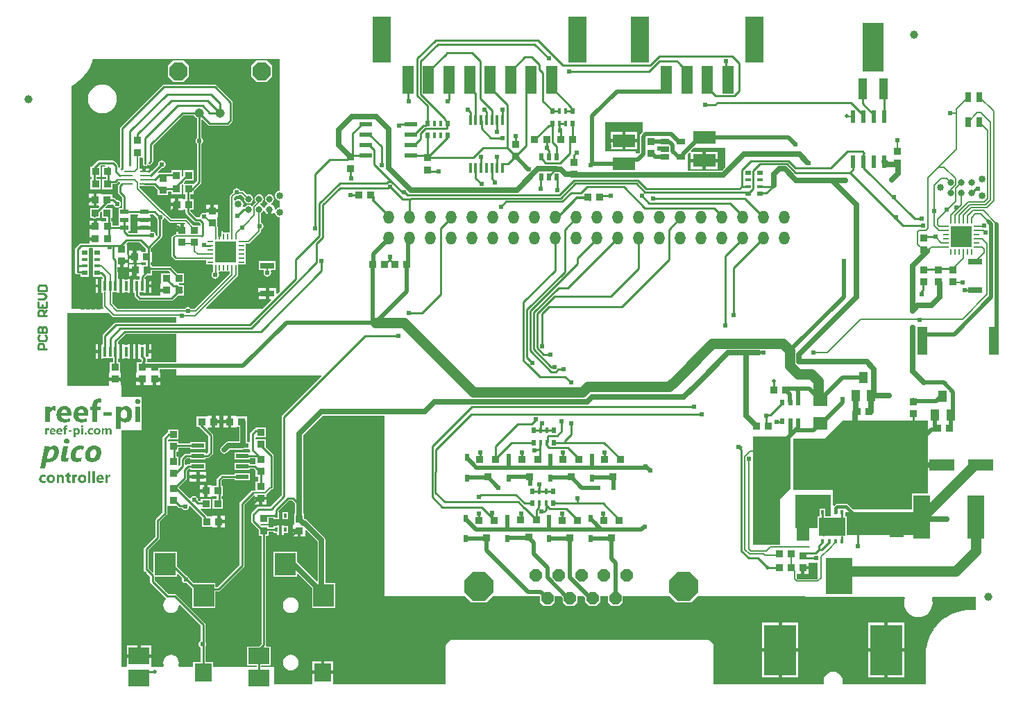
<source format=gtl>
G04*
G04 #@! TF.GenerationSoftware,Altium Limited,Altium Designer,19.0.8 (182)*
G04*
G04 Layer_Physical_Order=1*
G04 Layer_Color=255*
%FSLAX25Y25*%
%MOIN*%
G70*
G01*
G75*
%ADD10C,0.00600*%
%ADD15C,0.02000*%
%ADD17C,0.01000*%
%ADD18C,0.00800*%
%ADD23R,0.02200X0.03000*%
%ADD24R,0.03740X0.03740*%
%ADD25R,0.04173X0.02559*%
%ADD26R,0.10700X0.06300*%
%ADD27R,0.03740X0.03740*%
%ADD28R,0.02362X0.02953*%
%ADD29R,0.01575X0.02953*%
%ADD30R,0.08661X0.22047*%
%ADD31R,0.05512X0.13386*%
%ADD32R,0.03200X0.03600*%
%ADD33R,0.02400X0.03200*%
%ADD34R,0.02400X0.03200*%
%ADD35R,0.01200X0.04800*%
%ADD36R,0.02953X0.02362*%
%ADD37R,0.02953X0.01575*%
%ADD38O,0.04528X0.00984*%
%ADD39R,0.04528X0.00984*%
%ADD40R,0.02756X0.00984*%
%ADD41R,0.10236X0.10236*%
%ADD42R,0.00984X0.02756*%
%ADD43R,0.11900X0.05600*%
%ADD44R,0.02800X0.04800*%
%ADD45R,0.06693X0.03150*%
%ADD50R,0.04000X0.05600*%
%ADD52R,0.10236X0.10236*%
%ADD53R,0.06200X0.02400*%
%ADD54R,0.07100X0.06300*%
%ADD56R,0.12992X0.17323*%
%ADD57R,0.15354X0.24410*%
%ADD58R,0.07900X0.20900*%
%ADD59R,0.06600X0.06000*%
%ADD60R,0.06300X0.10700*%
%ADD61R,0.02400X0.06000*%
%ADD62R,0.01500X0.02000*%
%ADD63R,0.01200X0.02600*%
%ADD64R,0.06000X0.02400*%
%ADD65R,0.01496X0.04921*%
%ADD66R,0.04000X0.09900*%
%ADD67R,0.09900X0.23700*%
%ADD68R,0.01496X0.02362*%
%ADD69R,0.04331X0.02200*%
%ADD89R,0.09843X0.07874*%
%ADD90R,0.10236X0.10630*%
%ADD91R,0.08268X0.08661*%
%ADD92R,0.09843X0.10630*%
%ADD94R,0.05118X0.13386*%
%ADD97R,0.06299X0.22441*%
%ADD113O,0.05118X0.06299*%
%ADD117C,0.03347*%
%ADD121C,0.03937*%
%ADD122C,0.03150*%
%ADD123R,0.12756X0.09055*%
%ADD124C,0.02500*%
%ADD125C,0.05000*%
%ADD126C,0.01200*%
%ADD127C,0.01500*%
%ADD128P,0.06392X8X202.5*%
%ADD129P,0.14915X8X202.5*%
%ADD130P,0.09633X8X22.5*%
%ADD131C,0.04500*%
%ADD132C,0.02400*%
%ADD133C,0.02000*%
G36*
X128000Y240553D02*
X127334Y240421D01*
X126550Y239896D01*
X126026Y239112D01*
X125842Y238187D01*
X126026Y237261D01*
X126550Y236477D01*
X127334Y235953D01*
X128000Y235820D01*
Y232553D01*
X127334Y232421D01*
X126550Y231896D01*
X126349Y231596D01*
X126003Y231660D01*
X125849Y231747D01*
X125768Y232359D01*
X125509Y232985D01*
X125096Y233523D01*
X124558Y233936D01*
X124098Y234126D01*
X124106Y234521D01*
X124132Y234654D01*
X124828Y235119D01*
X125309Y235838D01*
X125477Y236687D01*
X125309Y237535D01*
X124828Y238255D01*
X124108Y238735D01*
X123260Y238904D01*
X122411Y238735D01*
X121692Y238255D01*
X121211Y237535D01*
X121042Y236687D01*
X121211Y235838D01*
X121692Y235119D01*
X122388Y234654D01*
X122414Y234521D01*
X122421Y234126D01*
X121961Y233936D01*
X121423Y233523D01*
X121011Y232985D01*
X120820Y232525D01*
X120426Y232533D01*
X120293Y232559D01*
X119828Y233255D01*
X119108Y233735D01*
X118867Y233783D01*
X118705Y234252D01*
X118971Y234611D01*
X119108Y234638D01*
X119828Y235119D01*
X120308Y235838D01*
X120477Y236687D01*
X120308Y237535D01*
X119828Y238255D01*
X119108Y238735D01*
X118260Y238904D01*
X117411Y238735D01*
X116692Y238255D01*
X116211Y237535D01*
X116042Y236687D01*
X116211Y235838D01*
X116692Y235119D01*
X116710Y234934D01*
X115269Y233494D01*
X114828Y233255D01*
X114108Y233735D01*
X113260Y233904D01*
X112411Y233735D01*
X111692Y233255D01*
X111394Y232808D01*
X110793D01*
X110711Y232892D01*
X110494Y233261D01*
X110678Y234187D01*
X110494Y235112D01*
X109970Y235896D01*
X109185Y236421D01*
X108260Y236605D01*
X107334Y236421D01*
X106732Y236018D01*
X106232Y236252D01*
Y237312D01*
X107154Y238233D01*
X107500Y238165D01*
X108202Y238304D01*
X108745Y238667D01*
X109837D01*
X111171Y237333D01*
X111042Y236687D01*
X111211Y235838D01*
X111692Y235119D01*
X112411Y234638D01*
X113260Y234469D01*
X114108Y234638D01*
X114828Y235119D01*
X115308Y235838D01*
X115477Y236687D01*
X115308Y237535D01*
X114828Y238255D01*
X114108Y238735D01*
X113260Y238904D01*
X112613Y238775D01*
X110981Y240408D01*
X110650Y240629D01*
X110260Y240706D01*
X109193D01*
X108798Y241298D01*
X108202Y241696D01*
X107500Y241835D01*
X106798Y241696D01*
X106202Y241298D01*
X105804Y240702D01*
X105665Y240000D01*
X105727Y239690D01*
X104492Y238455D01*
X104271Y238124D01*
X104193Y237734D01*
Y220645D01*
X100799D01*
Y221045D01*
X100107D01*
Y218667D01*
X98507D01*
Y221045D01*
X98358D01*
Y223065D01*
X98281Y223455D01*
X98230Y223531D01*
Y227802D01*
X98547Y228171D01*
X98630D01*
Y230241D01*
X95760D01*
X92890D01*
Y230111D01*
X92808Y230067D01*
X92390Y229897D01*
X91760Y230022D01*
X91057Y229882D01*
X90462Y229484D01*
X90064Y228889D01*
X89943Y228281D01*
X89898Y228163D01*
X89490Y227808D01*
X88224D01*
X85225Y230808D01*
Y231570D01*
X86859D01*
Y236510D01*
X85225D01*
Y239030D01*
X86824D01*
Y240528D01*
X86853Y240547D01*
X90293Y243987D01*
X90293Y243987D01*
X90536Y244351D01*
X90622Y244780D01*
X90622Y244780D01*
Y263085D01*
X90798Y263202D01*
X91196Y263798D01*
X91335Y264500D01*
X91196Y265202D01*
X90798Y265798D01*
X90622Y265915D01*
Y274639D01*
X91084Y274830D01*
X93707Y272207D01*
X93707Y272207D01*
X94071Y271964D01*
X94500Y271878D01*
X94500Y271879D01*
X103000D01*
X103000Y271878D01*
X103429Y271964D01*
X103793Y272207D01*
X105293Y273707D01*
X105536Y274071D01*
X105622Y274500D01*
X105622Y274500D01*
Y283000D01*
X105536Y283429D01*
X105293Y283793D01*
X105293Y283793D01*
X97793Y291293D01*
X97429Y291536D01*
X97000Y291622D01*
X97000Y291621D01*
X72500D01*
X72500Y291622D01*
X72071Y291536D01*
X71707Y291293D01*
X71707Y291293D01*
X51707Y271293D01*
X51464Y270929D01*
X51378Y270500D01*
X51378Y270500D01*
Y251965D01*
X51207Y251793D01*
X51081Y251605D01*
X50581Y251757D01*
Y252540D01*
X50581Y252540D01*
X50496Y252969D01*
X50253Y253333D01*
X50253Y253333D01*
X48793Y254793D01*
X48429Y255036D01*
X48000Y255122D01*
X48000Y255121D01*
X41373D01*
X40944Y255036D01*
X40580Y254793D01*
X40580Y254793D01*
X38223Y252436D01*
X38139Y252310D01*
X37235D01*
Y247370D01*
X37895D01*
Y246310D01*
X37235D01*
Y241370D01*
X42176D01*
Y246310D01*
X40138D01*
Y247370D01*
X42176D01*
Y252310D01*
X42176D01*
X42182Y252808D01*
X42229Y252878D01*
X44224D01*
X44507Y252379D01*
X44466Y252310D01*
X42944D01*
Y247370D01*
X44838D01*
Y246310D01*
X42944D01*
Y241370D01*
X47884D01*
Y243719D01*
X49060D01*
X49060Y243719D01*
X49489Y243804D01*
X49853Y244047D01*
X50626Y244821D01*
X51247D01*
X51454Y244321D01*
X50767Y243633D01*
X50524Y243269D01*
X50438Y242840D01*
X50438Y242840D01*
Y239840D01*
X50438Y239840D01*
X50524Y239411D01*
X50767Y239047D01*
X52490Y237324D01*
Y232080D01*
X50846D01*
Y228680D01*
X50846D01*
Y228221D01*
X50846D01*
Y224820D01*
X50846D01*
Y224540D01*
X50846D01*
Y223962D01*
X47824D01*
Y225970D01*
X47225D01*
Y227411D01*
X47664D01*
Y232351D01*
X44590D01*
X44399Y232813D01*
X45416Y233830D01*
X47678D01*
Y233932D01*
X48178Y234193D01*
X48266Y234131D01*
X48364Y233638D01*
X48762Y233042D01*
X49358Y232645D01*
X50060Y232505D01*
X50762Y232645D01*
X51358Y233042D01*
X51755Y233638D01*
X51895Y234340D01*
X51755Y235043D01*
X51358Y235638D01*
X50762Y236036D01*
X50060Y236175D01*
X49852Y236134D01*
X49093Y236893D01*
X48729Y237136D01*
X48300Y237221D01*
X48300Y237221D01*
X47678D01*
Y238770D01*
X42738D01*
X42369Y239088D01*
Y239170D01*
X40299D01*
Y236300D01*
Y233430D01*
X41190D01*
X41382Y232968D01*
X40765Y232351D01*
X37016D01*
Y227411D01*
X38624D01*
X38784Y227304D01*
X39213Y227219D01*
X39643Y227304D01*
X39802Y227411D01*
X41956D01*
Y230330D01*
X42263Y230579D01*
X42724Y230378D01*
Y227411D01*
X44982D01*
Y225970D01*
X43016D01*
X42884Y225970D01*
X42516Y226288D01*
Y226370D01*
X40446D01*
Y223500D01*
X39646D01*
Y222700D01*
X36776D01*
Y220870D01*
X36776Y220500D01*
X36776Y220130D01*
Y218300D01*
X39646D01*
Y216700D01*
X36776D01*
Y215300D01*
X32679D01*
X32679Y215300D01*
X32250Y215215D01*
X31886Y214972D01*
X31886Y214972D01*
X30207Y213293D01*
X29964Y212929D01*
X29878Y212500D01*
X29878Y212500D01*
Y205000D01*
X29878Y205000D01*
X29878Y205000D01*
Y201500D01*
X29964Y201071D01*
X30207Y200707D01*
X30571Y200464D01*
X31000Y200378D01*
X32424D01*
Y199372D01*
X36576D01*
Y202935D01*
X36576D01*
Y203113D01*
X36576D01*
Y205762D01*
X36576Y205887D01*
Y206262D01*
X36576Y206387D01*
Y208715D01*
X36576Y209037D01*
X36576Y209537D01*
Y212777D01*
X36960Y213057D01*
X37945D01*
X38329Y212777D01*
X38329Y212557D01*
Y209537D01*
X38329Y209215D01*
X38329Y208715D01*
Y206387D01*
X38329Y206262D01*
Y205887D01*
X38329Y205762D01*
Y203435D01*
X38329Y203113D01*
X38329D01*
Y202935D01*
X38329D01*
Y199372D01*
X42482D01*
X42482Y199372D01*
Y199372D01*
X42840Y199074D01*
X42997Y198916D01*
Y198328D01*
X42360D01*
Y194868D01*
Y191407D01*
X43099D01*
Y185328D01*
X43177Y184937D01*
X43398Y184607D01*
X43543Y184462D01*
X43351Y184000D01*
X28000D01*
Y290800D01*
X29753Y291812D01*
X29936Y291953D01*
X30137Y292068D01*
X31964Y293470D01*
X32127Y293634D01*
X32311Y293775D01*
X33939Y295403D01*
X34080Y295586D01*
X34244Y295750D01*
X35645Y297577D01*
X35761Y297777D01*
X35902Y297961D01*
X37053Y299955D01*
X37142Y300169D01*
X37258Y300369D01*
X38139Y302497D01*
X38199Y302720D01*
X38287Y302934D01*
X38573Y304000D01*
X128000Y304000D01*
X128000Y240553D01*
D02*
G37*
G36*
X302500Y268664D02*
X301646Y267811D01*
X301293Y267282D01*
X301169Y266657D01*
Y259654D01*
X284500D01*
Y273579D01*
X302500D01*
Y268664D01*
D02*
G37*
G36*
X342000Y251584D02*
X340482Y250066D01*
X324000D01*
Y258091D01*
X325153Y259245D01*
X325650Y259034D01*
X325650Y258820D01*
Y255887D01*
X331200D01*
Y259237D01*
X326099D01*
X325852Y259237D01*
X325642Y259733D01*
X327187Y261279D01*
X342000D01*
Y251584D01*
D02*
G37*
G36*
X87011Y276563D02*
X87467Y275967D01*
X88063Y275511D01*
X88378Y275380D01*
Y265915D01*
X88202Y265798D01*
X87804Y265202D01*
X87665Y264500D01*
X87804Y263798D01*
X88202Y263202D01*
X88378Y263085D01*
Y245245D01*
X87270Y244137D01*
X86824Y243970D01*
Y243970D01*
X86824Y243970D01*
X82205D01*
X81998Y244470D01*
X82409Y244881D01*
X82409Y244881D01*
X82652Y245245D01*
X82666Y245317D01*
X82879Y245530D01*
X86824D01*
Y250470D01*
X81884D01*
Y247748D01*
X81577Y247498D01*
X81116Y247699D01*
Y250470D01*
X76176D01*
Y249362D01*
X70560D01*
X70131Y249276D01*
X69963Y249165D01*
X69678D01*
X69386Y249580D01*
X71352Y251546D01*
X71560Y251505D01*
X72262Y251645D01*
X72858Y252042D01*
X73255Y252638D01*
X73395Y253340D01*
X73255Y254043D01*
X72858Y254638D01*
X72262Y255036D01*
X71560Y255175D01*
X70858Y255036D01*
X70262Y254638D01*
X69864Y254043D01*
X69725Y253340D01*
X69766Y253132D01*
X66788Y250154D01*
X66245Y250319D01*
X66237Y250359D01*
X65907Y250853D01*
X65414Y251183D01*
X64832Y251298D01*
X63860D01*
Y249777D01*
X62260D01*
Y251298D01*
X61288D01*
X61166Y251274D01*
X60779Y251591D01*
Y256562D01*
X62230D01*
X62378Y256124D01*
Y253500D01*
X62464Y253071D01*
X62707Y252707D01*
X63071Y252464D01*
X63500Y252379D01*
X63929Y252464D01*
X64293Y252707D01*
X64369Y252821D01*
X64576Y253061D01*
X65010Y252949D01*
X65038Y252931D01*
X65467Y252845D01*
X65896Y252931D01*
X66260Y253174D01*
X67053Y253967D01*
X67053Y253967D01*
X67296Y254331D01*
X67381Y254760D01*
X67381Y254760D01*
Y262295D01*
X81965Y276878D01*
X86880D01*
X87011Y276563D01*
D02*
G37*
G36*
X81884Y243557D02*
Y239030D01*
X82982D01*
Y236510D01*
X82050D01*
X81919Y236510D01*
X81550Y236828D01*
Y236910D01*
X79480D01*
Y234040D01*
Y231170D01*
X81550D01*
Y231253D01*
X81919Y231570D01*
X82050Y231570D01*
X82982D01*
Y230343D01*
X82982Y230343D01*
X83067Y229914D01*
X83310Y229550D01*
X86967Y225894D01*
X87331Y225650D01*
X87760Y225565D01*
X87760Y225565D01*
X89295D01*
X90138Y224722D01*
Y224232D01*
X89730Y224011D01*
X86724D01*
X83827Y226908D01*
X83496Y227129D01*
X83106Y227206D01*
X76182D01*
X71981Y231408D01*
X71650Y231629D01*
X71260Y231706D01*
X71182D01*
X60779Y242109D01*
Y242779D01*
X62912D01*
X63060Y242750D01*
X67717D01*
X69590Y240878D01*
Y238516D01*
X74530D01*
Y240372D01*
X76176D01*
Y239030D01*
X81116D01*
Y243606D01*
X81424Y243812D01*
X81884Y243557D01*
D02*
G37*
G36*
X124060Y229231D02*
X124558Y229437D01*
X125096Y229850D01*
X125367Y230204D01*
X125415Y230202D01*
X125871Y230039D01*
X126026Y229261D01*
X126550Y228477D01*
X127334Y227953D01*
X128000Y227820D01*
Y192036D01*
X127068Y191104D01*
X126606Y191296D01*
Y193761D01*
X123060D01*
Y191187D01*
Y188612D01*
X123923D01*
X124114Y188150D01*
X119964Y184000D01*
X92970D01*
X92778Y184462D01*
X107902Y199585D01*
X108123Y199916D01*
X108201Y200307D01*
Y201728D01*
X108273D01*
Y205068D01*
X108378D01*
Y205173D01*
X111718D01*
Y207142D01*
Y211079D01*
Y215088D01*
X113181D01*
X113571Y215166D01*
X113902Y215387D01*
X118981Y220466D01*
X119202Y220796D01*
X119279Y221187D01*
Y221856D01*
X119798Y222202D01*
X120196Y222798D01*
X120335Y223500D01*
X120196Y224202D01*
X119798Y224798D01*
X119279Y225144D01*
Y229752D01*
X119828Y230119D01*
X120293Y230815D01*
X120426Y230840D01*
X120820Y230848D01*
X121011Y230388D01*
X121423Y229850D01*
X121961Y229437D01*
X122460Y229231D01*
Y231687D01*
X124060D01*
Y229231D01*
D02*
G37*
G36*
X68962Y227852D02*
X69064Y227338D01*
X69438Y226778D01*
Y219305D01*
X69051Y218918D01*
X68591Y219164D01*
X68595Y219187D01*
X68455Y219889D01*
X68058Y220484D01*
X67462Y220882D01*
X66760Y221022D01*
X66612Y220992D01*
X66225Y221310D01*
Y222040D01*
X63060D01*
X59895D01*
Y220740D01*
X59895D01*
X59730Y220308D01*
X55724D01*
X55354Y220678D01*
X55546Y221140D01*
X56376D01*
Y224540D01*
X56376D01*
Y224820D01*
X56376D01*
Y228221D01*
X56376D01*
Y228680D01*
X56376D01*
Y229259D01*
X60295D01*
Y228680D01*
X59895D01*
Y227380D01*
X63060D01*
X66225D01*
Y228680D01*
X65825D01*
Y229259D01*
X67555D01*
X68962Y227852D01*
D02*
G37*
G36*
X75039Y225466D02*
X75370Y225245D01*
X75760Y225167D01*
X82532D01*
X82697Y224954D01*
X82451Y224454D01*
X82060D01*
Y221584D01*
X81260D01*
Y220784D01*
X78390D01*
Y219651D01*
X78016D01*
X77665Y219581D01*
X77367Y219382D01*
X77047Y219062D01*
X76838Y219021D01*
X76474Y218777D01*
X76231Y218413D01*
X76146Y217984D01*
Y209679D01*
X76146Y209679D01*
X76231Y209250D01*
X76474Y208886D01*
X77467Y207894D01*
X77831Y207650D01*
X77860Y207645D01*
X77992Y207513D01*
X78322Y207292D01*
X78713Y207214D01*
X92802D01*
Y205173D01*
X95790D01*
X96246Y204717D01*
Y201728D01*
X95962Y201484D01*
X95564Y200889D01*
X95425Y200187D01*
X95564Y199484D01*
X95962Y198889D01*
X96557Y198491D01*
X97260Y198351D01*
X97962Y198491D01*
X98558Y198889D01*
X98955Y199484D01*
X99095Y200187D01*
X98955Y200889D01*
X98729Y201228D01*
X98996Y201728D01*
X104193D01*
Y200740D01*
X87472Y184020D01*
X85484D01*
X85298Y184298D01*
X84702Y184696D01*
X84000Y184835D01*
X83298Y184696D01*
X82702Y184298D01*
X82516Y184020D01*
X50369D01*
X47698Y186691D01*
Y191807D01*
X50048D01*
Y191407D01*
X50996D01*
Y194868D01*
Y198328D01*
X50359D01*
Y201673D01*
X50359Y201674D01*
X50313Y201903D01*
Y203962D01*
X51460D01*
Y206832D01*
X52260D01*
Y207632D01*
X55130D01*
Y209702D01*
X55047D01*
X54730Y210071D01*
Y215011D01*
X54730D01*
X54609Y215303D01*
X55024Y215719D01*
X60982D01*
X63882Y212819D01*
Y211310D01*
X61976D01*
X61844Y211310D01*
X61476Y211628D01*
Y211710D01*
X59405D01*
Y208840D01*
X58605D01*
D01*
X59405D01*
Y205970D01*
X61476D01*
Y206053D01*
X61844Y206370D01*
X61976Y206370D01*
X63882D01*
Y204910D01*
X62044D01*
X61676Y205228D01*
Y205310D01*
X59605D01*
Y202440D01*
Y199570D01*
X60714D01*
X60938Y199297D01*
X60938Y199297D01*
Y197928D01*
X58662D01*
Y198328D01*
X57714D01*
Y194868D01*
Y191407D01*
X58438D01*
Y190387D01*
X58438Y190387D01*
X58524Y189957D01*
X58767Y189594D01*
X60113Y188247D01*
X60113Y188247D01*
X60477Y188004D01*
X60906Y187919D01*
X76215D01*
X76215Y187919D01*
X76645Y188004D01*
X77008Y188247D01*
X79124Y190362D01*
X82230D01*
Y192078D01*
X82282Y192340D01*
X82230Y192603D01*
Y195302D01*
X79901D01*
X79674Y195591D01*
X79888Y196071D01*
X82230D01*
Y201011D01*
X79177D01*
X76209Y203980D01*
X75845Y204223D01*
X75415Y204308D01*
X75415Y204308D01*
X66984D01*
Y204910D01*
X66125D01*
Y206370D01*
X66784D01*
Y211310D01*
X66125D01*
Y212819D01*
X71353Y218047D01*
X71353Y218047D01*
X71596Y218411D01*
X71681Y218840D01*
X71681Y218840D01*
Y226491D01*
X72058Y226742D01*
X72455Y227338D01*
X72470Y227411D01*
X72948Y227556D01*
X75039Y225466D01*
D02*
G37*
G36*
X75543Y201473D02*
X75352Y201011D01*
X71290D01*
Y196071D01*
X70972Y195702D01*
X70890D01*
Y193632D01*
X73760D01*
Y192032D01*
X70890D01*
Y190162D01*
X61371D01*
X60681Y190851D01*
Y191807D01*
X62843D01*
Y191407D01*
X63791D01*
Y194868D01*
Y198328D01*
X63181D01*
Y198832D01*
X64319Y199970D01*
X66984D01*
Y202065D01*
X74951D01*
X75543Y201473D01*
D02*
G37*
G36*
X47925Y180079D02*
X48256Y179858D01*
X48647Y179780D01*
X78500D01*
Y177322D01*
X49581D01*
X49581Y177322D01*
X49152Y177236D01*
X48788Y176993D01*
X43326Y171531D01*
X43083Y171167D01*
X42997Y170738D01*
X42997Y170738D01*
Y166832D01*
X42360D01*
Y163372D01*
Y159911D01*
X43308D01*
Y160311D01*
X48116D01*
Y158324D01*
X46530D01*
Y153516D01*
X46530Y153384D01*
X46213Y153016D01*
X46130D01*
Y150946D01*
X49000D01*
X51870D01*
Y153016D01*
X51788D01*
X51470Y153384D01*
X51470Y153516D01*
Y158324D01*
X50359D01*
Y159911D01*
X50996D01*
Y163372D01*
Y166832D01*
X50359D01*
Y167952D01*
X54285Y171878D01*
X78500D01*
Y158175D01*
X70470D01*
Y158324D01*
X65530D01*
Y158175D01*
X64779D01*
X64361Y158512D01*
Y159911D01*
X66339D01*
Y162572D01*
X64591D01*
Y163372D01*
X63791D01*
Y166832D01*
X62843D01*
Y166432D01*
X61221D01*
Y166832D01*
X60273D01*
Y163372D01*
Y159911D01*
X61221D01*
X61632Y159695D01*
X61914Y159413D01*
Y158934D01*
X61819Y158793D01*
X61726Y158324D01*
X59530D01*
Y153516D01*
X59530Y153384D01*
X59212Y153016D01*
X59130D01*
Y152000D01*
D01*
Y150946D01*
X62000D01*
Y150146D01*
X62800D01*
Y147276D01*
X64870D01*
Y147276D01*
X65130D01*
Y147276D01*
X67200D01*
Y150146D01*
X68000D01*
Y150946D01*
X70870D01*
Y153016D01*
X70788D01*
X70470Y153384D01*
X70470Y153516D01*
Y154912D01*
X78500D01*
Y152000D01*
X148082D01*
X148273Y151538D01*
X129326Y132591D01*
X129083Y132227D01*
X128998Y131798D01*
X128998Y131798D01*
Y94263D01*
X123555Y88820D01*
X118019D01*
X117590Y88734D01*
X117226Y88491D01*
X117226Y88491D01*
X114726Y85991D01*
X114483Y85627D01*
X114398Y85198D01*
X114398Y85198D01*
Y81852D01*
X114398Y81852D01*
X114483Y81422D01*
X114726Y81059D01*
X118049Y77736D01*
Y74874D01*
X119398D01*
Y22988D01*
X118097Y21687D01*
X112624D01*
Y12613D01*
X117024D01*
Y12000D01*
X96088D01*
Y14206D01*
X92476D01*
Y21969D01*
X92696Y22298D01*
X92835Y23000D01*
X92696Y23702D01*
X92476Y24031D01*
Y32214D01*
X92476Y32215D01*
X92391Y32644D01*
X92147Y33008D01*
X92147Y33008D01*
X78553Y46602D01*
X78189Y46845D01*
X77760Y46930D01*
X77760Y46930D01*
X74653D01*
X68147Y53436D01*
Y55329D01*
X78962D01*
Y56287D01*
X79424Y56478D01*
X81287Y54615D01*
X81165Y54000D01*
X81304Y53298D01*
X81702Y52702D01*
X82298Y52304D01*
X83000Y52165D01*
X83615Y52287D01*
X86227Y49675D01*
Y40369D01*
X97269D01*
Y48103D01*
X98724D01*
X98724Y48103D01*
X99154Y48188D01*
X99518Y48431D01*
X110812Y59726D01*
X110812Y59726D01*
X111055Y60090D01*
X111141Y60519D01*
Y89855D01*
X115649Y94363D01*
X116149Y94156D01*
Y93644D01*
X119019D01*
X121889D01*
Y94944D01*
X121977Y95003D01*
X124059Y97084D01*
X124448Y97162D01*
X124812Y97405D01*
X125055Y97769D01*
X125141Y98198D01*
Y113298D01*
X125141Y113298D01*
X125055Y113727D01*
X124812Y114091D01*
X124812Y114091D01*
X121489Y117414D01*
Y121314D01*
X116549D01*
X116355Y121419D01*
Y121663D01*
X116811Y122082D01*
X121489D01*
Y127023D01*
X116549D01*
Y126166D01*
X116366D01*
X115936Y126081D01*
X115573Y125838D01*
X115573Y125838D01*
X114226Y124491D01*
X113983Y124127D01*
X113898Y123698D01*
X113898Y123698D01*
Y119998D01*
X112449D01*
Y129698D01*
X112344Y130227D01*
Y132168D01*
X107535D01*
X107403Y132168D01*
X107035Y132486D01*
Y132568D01*
X104965D01*
Y129698D01*
Y126828D01*
X107035D01*
Y126910D01*
X107403Y127228D01*
X107535Y127228D01*
X108676D01*
Y120084D01*
X103519D01*
X102797Y119941D01*
X102185Y119532D01*
X100185Y117532D01*
X99777Y116920D01*
X99633Y116198D01*
X99777Y115476D01*
X100185Y114864D01*
X100797Y114455D01*
X101519Y114312D01*
X102241Y114455D01*
X102853Y114864D01*
X104300Y116312D01*
X110219D01*
X110653Y116398D01*
X113542D01*
X113898Y116098D01*
X113983Y115669D01*
X114165Y115396D01*
X113855Y115000D01*
X113853Y114998D01*
X106519D01*
Y111398D01*
X113919D01*
Y112076D01*
X116549D01*
Y109628D01*
X116173Y109320D01*
X116173Y109320D01*
X113919D01*
Y109998D01*
X106519D01*
Y106398D01*
X113919D01*
Y107077D01*
X115708D01*
X116549Y106236D01*
Y103374D01*
X117898D01*
Y101023D01*
X116549D01*
Y96569D01*
X115958D01*
X115780Y96688D01*
X115351Y96773D01*
X114922Y96688D01*
X114558Y96445D01*
X109226Y91113D01*
X108983Y90749D01*
X108898Y90320D01*
X108898Y90320D01*
Y60984D01*
X98260Y50346D01*
X97269D01*
Y52198D01*
X86876D01*
X84776Y54298D01*
X84696Y54702D01*
X84298Y55298D01*
X83702Y55696D01*
X83298Y55776D01*
X78962Y60112D01*
Y67159D01*
X67526D01*
Y57466D01*
X67064Y57275D01*
X65122Y59217D01*
Y68035D01*
X70312Y73226D01*
X70312Y73226D01*
X70555Y73590D01*
X70641Y74019D01*
Y81734D01*
X73812Y84905D01*
X73812Y84905D01*
X74055Y85269D01*
X74141Y85698D01*
X74141Y85698D01*
Y89152D01*
X74549Y89374D01*
X74641Y89374D01*
X78411D01*
X79380Y88405D01*
X79380Y88405D01*
X79743Y88162D01*
X80173Y88077D01*
X81282D01*
X81528Y87707D01*
X82124Y87309D01*
X82826Y87170D01*
X83528Y87309D01*
X84124Y87707D01*
X84522Y88303D01*
X84661Y89005D01*
X84660Y89011D01*
X85121Y89258D01*
X90695Y83684D01*
Y79228D01*
X95503D01*
X95635Y79228D01*
X96003Y78910D01*
Y78828D01*
X98074D01*
Y81698D01*
Y84568D01*
X96003D01*
Y84486D01*
X95635Y84168D01*
X95503Y84168D01*
X93096D01*
X93055Y84375D01*
X92812Y84738D01*
X92812Y84738D01*
X90323Y87228D01*
X90530Y87728D01*
X95135D01*
Y92668D01*
X90195D01*
Y91620D01*
X89184D01*
X88813Y91990D01*
X88854Y92198D01*
X88715Y92900D01*
X88317Y93496D01*
X87722Y93894D01*
X87019Y94033D01*
X86317Y93894D01*
X85721Y93496D01*
X85337Y92921D01*
X85279Y92854D01*
X84805Y92745D01*
X79489Y98061D01*
Y98082D01*
X83312Y101905D01*
X83312Y101905D01*
X83555Y102269D01*
X83641Y102698D01*
X83641Y102698D01*
Y106234D01*
X84484Y107077D01*
X85189D01*
Y106398D01*
X92589D01*
Y109998D01*
X85189D01*
Y109320D01*
X84019D01*
X84019Y109320D01*
X83590Y109234D01*
X83226Y108991D01*
X83103Y108868D01*
X82641Y109059D01*
Y111233D01*
X83484Y112076D01*
X85189D01*
Y111398D01*
X92589D01*
Y112076D01*
X93519D01*
X93519Y112076D01*
X93948Y112162D01*
X94312Y112405D01*
X95812Y113905D01*
X96055Y114269D01*
X96141Y114698D01*
X96141Y114698D01*
Y123198D01*
X96141Y123198D01*
X96055Y123627D01*
X95812Y123991D01*
X95812Y123991D01*
X93455Y126348D01*
X93682Y126828D01*
X95574D01*
Y129698D01*
Y132568D01*
X93503D01*
Y132486D01*
X93135Y132168D01*
X93003Y132168D01*
X88195D01*
Y127228D01*
X89403D01*
X93898Y122733D01*
Y115163D01*
X93089Y114354D01*
X92589Y114403D01*
Y114998D01*
X85189D01*
Y114320D01*
X83019D01*
X83019Y114320D01*
X82590Y114234D01*
X82226Y113991D01*
X80726Y112491D01*
X80483Y112127D01*
X80398Y111698D01*
X80398Y111698D01*
Y108816D01*
X79989Y108408D01*
X79489Y108615D01*
Y113022D01*
X78641D01*
Y115374D01*
X79489D01*
Y117077D01*
X85189D01*
Y116398D01*
X92589D01*
Y119998D01*
X85189D01*
Y119320D01*
X79489D01*
Y120314D01*
X74641D01*
X74549Y120314D01*
X74355Y120419D01*
Y120663D01*
X74811Y121082D01*
X79489D01*
Y126023D01*
X74549D01*
Y124646D01*
X74490Y124634D01*
X74126Y124391D01*
X74126Y124391D01*
X72226Y122491D01*
X71983Y122127D01*
X71898Y121698D01*
X71898Y121698D01*
Y86163D01*
X68726Y82991D01*
X68483Y82627D01*
X68398Y82198D01*
X68398Y82198D01*
Y74484D01*
X63207Y69293D01*
X62964Y68929D01*
X62878Y68500D01*
X62878Y68500D01*
Y58753D01*
X62878Y58753D01*
X62964Y58324D01*
X63207Y57960D01*
X65904Y55262D01*
Y52971D01*
X65904Y52971D01*
X65990Y52542D01*
X66233Y52178D01*
X73396Y45016D01*
X73396Y45016D01*
X73464Y44970D01*
X73486Y44356D01*
X73326Y44233D01*
X72725Y43450D01*
X72347Y42538D01*
X72218Y41559D01*
X72347Y40580D01*
X72725Y39668D01*
X73326Y38885D01*
X74109Y38284D01*
X75021Y37906D01*
X76000Y37777D01*
X76979Y37906D01*
X77891Y38284D01*
X78674Y38885D01*
X79275Y39668D01*
X79653Y40580D01*
X79774Y41501D01*
X80098Y41715D01*
X80212Y41771D01*
X90233Y31750D01*
Y24652D01*
X89702Y24298D01*
X89304Y23702D01*
X89165Y23000D01*
X89304Y22298D01*
X89702Y21702D01*
X90233Y21348D01*
Y14206D01*
X86620D01*
Y12000D01*
X79771D01*
X79437Y12500D01*
X79653Y13021D01*
X79782Y14000D01*
X79653Y14979D01*
X79275Y15891D01*
X78674Y16674D01*
X77891Y17275D01*
X76979Y17653D01*
X76000Y17782D01*
X75021Y17653D01*
X74109Y17275D01*
X73326Y16674D01*
X72725Y15891D01*
X72347Y14979D01*
X72218Y14000D01*
X72347Y13021D01*
X72563Y12500D01*
X72229Y12000D01*
X66979D01*
X66567Y12213D01*
X66567Y12500D01*
Y16350D01*
X60646D01*
X54724D01*
Y12500D01*
X54724Y12213D01*
X54312Y12000D01*
X52060D01*
Y125450D01*
X61945D01*
Y141394D01*
X52060D01*
Y147254D01*
X51870Y147500D01*
Y149346D01*
X49000D01*
X46130D01*
Y147500D01*
X46130Y147276D01*
X45744Y147000D01*
X26000D01*
Y182000D01*
X46005D01*
X47925Y180079D01*
D02*
G37*
G36*
X439452Y130200D02*
X439452Y95050D01*
X431902D01*
Y87653D01*
X403293Y87653D01*
X401110Y89836D01*
X400664Y90135D01*
X400137Y90239D01*
X395977D01*
X395977Y90239D01*
X395450Y90135D01*
X395004Y89836D01*
X394452Y89285D01*
X393952Y89492D01*
Y97000D01*
X374952D01*
X374952Y121500D01*
X389952D01*
X398652Y130200D01*
X439452Y130200D01*
D02*
G37*
G36*
X392952Y84281D02*
X390225D01*
Y87824D01*
X387529D01*
Y84281D01*
X386624D01*
Y78500D01*
X375952Y78500D01*
X375952Y94500D01*
X392952Y94500D01*
X392952Y84281D01*
D02*
G37*
G36*
X440452Y86072D02*
Y75072D01*
X400580Y75072D01*
Y84281D01*
X399674D01*
Y86072D01*
X440452Y86072D01*
D02*
G37*
G36*
X373452Y97500D02*
X368452Y92500D01*
Y70500D01*
X355452D01*
X355452Y122500D01*
X373452D01*
X373452Y97500D01*
D02*
G37*
G36*
X386500Y54245D02*
X386272Y54018D01*
X376780D01*
X376500Y54298D01*
Y56223D01*
X376582Y56689D01*
X378652D01*
Y59559D01*
X379452D01*
Y60359D01*
X382322D01*
Y61817D01*
X386500D01*
Y54245D01*
D02*
G37*
G36*
X178500Y46000D02*
X217029D01*
X220110Y42920D01*
X227599D01*
X230679Y46000D01*
X253136Y46000D01*
Y43042D01*
X254913Y41266D01*
X258465D01*
X260242Y43042D01*
Y46000D01*
X263143D01*
X264042Y45101D01*
Y43042D01*
X265818Y41266D01*
X269371D01*
X271147Y43042D01*
Y46000D01*
X274048D01*
X274947Y45101D01*
Y43042D01*
X276724Y41266D01*
X280276D01*
X282053Y43042D01*
Y46000D01*
X285853D01*
Y43042D01*
X287629Y41266D01*
X291182D01*
X292958Y43042D01*
Y46000D01*
X315415D01*
X318495Y42920D01*
X325985D01*
X329065Y46000D01*
X380500D01*
Y45500D01*
X428079D01*
X428440Y45000D01*
X428149Y44043D01*
X428017Y42700D01*
X428149Y41357D01*
X428541Y40066D01*
X429177Y38876D01*
X430033Y37833D01*
X431076Y36977D01*
X432266Y36341D01*
X433557Y35949D01*
X434900Y35817D01*
X436243Y35949D01*
X437534Y36341D01*
X438724Y36977D01*
X439767Y37833D01*
X440623Y38876D01*
X441259Y40066D01*
X441651Y41357D01*
X441783Y42700D01*
X441651Y44043D01*
X441361Y45000D01*
X441721Y45500D01*
X462444D01*
Y39141D01*
X459707D01*
X459650Y39134D01*
X459592Y39139D01*
X458440Y39101D01*
X458269Y39073D01*
X458095D01*
X455812Y38773D01*
X455589Y38713D01*
X455359Y38682D01*
X453135Y38087D01*
X452921Y37998D01*
X452698Y37938D01*
X450570Y37057D01*
X450370Y36941D01*
X450156Y36853D01*
X448162Y35701D01*
X447978Y35560D01*
X447778Y35445D01*
X445951Y34043D01*
X445787Y33879D01*
X445604Y33738D01*
X443975Y32110D01*
X443835Y31927D01*
X443671Y31763D01*
X442269Y29936D01*
X442153Y29736D01*
X442013Y29552D01*
X440861Y27558D01*
X440773Y27344D01*
X440657Y27144D01*
X439776Y25016D01*
X439716Y24793D01*
X439627Y24579D01*
X439031Y22355D01*
X439001Y22125D01*
X438941Y21902D01*
X438641Y19619D01*
Y19445D01*
X438612Y19273D01*
X438575Y18122D01*
X438580Y18064D01*
X438573Y18007D01*
Y3543D01*
X398723Y3538D01*
X398397Y4038D01*
X398528Y5039D01*
X398373Y6224D01*
X397915Y7327D01*
X397188Y8275D01*
X396240Y9002D01*
X395137Y9460D01*
X393952Y9616D01*
X392768Y9460D01*
X391664Y9002D01*
X390716Y8275D01*
X389989Y7327D01*
X389532Y6224D01*
X389376Y5039D01*
X389508Y4037D01*
X389182Y3537D01*
X363306Y3534D01*
D01*
X336884Y3531D01*
X336530Y3884D01*
Y21500D01*
X336410Y22414D01*
X336057Y23265D01*
X335496Y23996D01*
X334765Y24557D01*
X333914Y24910D01*
X333000Y25030D01*
X211500D01*
X210586Y24910D01*
X209735Y24557D01*
X209004Y23996D01*
X208443Y23265D01*
X208090Y22414D01*
X207970Y21500D01*
Y3884D01*
X207616Y3530D01*
X154204Y3534D01*
X153988Y3945D01*
X153988Y4034D01*
Y8476D01*
X148854D01*
X143720D01*
Y4035D01*
X143502Y3535D01*
X125500Y3537D01*
Y12000D01*
X119267D01*
Y12613D01*
X123667D01*
Y21687D01*
X121885D01*
X121752Y21851D01*
X121574Y22187D01*
X121641Y22523D01*
Y74874D01*
X122989D01*
Y76730D01*
X125055D01*
Y76252D01*
X126919D01*
Y75264D01*
X127719D01*
Y76252D01*
X127755D01*
Y77564D01*
Y79452D01*
X127719D01*
Y79864D01*
X126919D01*
Y79452D01*
X125055D01*
Y78973D01*
X122989D01*
Y79814D01*
X119183D01*
X118934Y80121D01*
X119135Y80582D01*
X122989D01*
Y83477D01*
X125051D01*
Y82998D01*
X127751D01*
Y86198D01*
X127722D01*
X127605Y86698D01*
X132629Y91722D01*
X134165D01*
X135352Y90535D01*
Y85446D01*
X135030D01*
Y80505D01*
X134712Y80137D01*
X134630D01*
Y78067D01*
X137500D01*
Y77267D01*
X138300D01*
Y74397D01*
X140370D01*
Y77432D01*
X140832Y77624D01*
X146360Y72096D01*
Y53174D01*
X145898Y52983D01*
X136462Y62418D01*
Y67159D01*
X125026D01*
Y55329D01*
X136462D01*
Y56430D01*
X136924Y56621D01*
X143727Y49819D01*
Y46000D01*
Y40369D01*
X154769D01*
Y46000D01*
Y52198D01*
X150132D01*
Y72877D01*
X149989Y73599D01*
X149580Y74211D01*
X141470Y82321D01*
X140858Y82730D01*
X140303Y82840D01*
X139970Y83173D01*
Y85446D01*
X139386D01*
Y123219D01*
X148831Y132664D01*
X178500D01*
Y46000D01*
D02*
G37*
G36*
X25993Y128007D02*
X26068Y127999D01*
X26149Y127992D01*
X26223Y127977D01*
X26297Y127955D01*
Y127237D01*
X26289D01*
X26267Y127244D01*
X26230Y127259D01*
X26186Y127274D01*
X26134Y127281D01*
X26082Y127296D01*
X25956Y127304D01*
X25912D01*
X25890Y127296D01*
X25816Y127281D01*
X25734Y127244D01*
X25646Y127185D01*
X25609Y127148D01*
X25579Y127104D01*
X25550Y127045D01*
X25527Y126978D01*
X25512Y126904D01*
X25505Y126823D01*
Y126504D01*
X26193D01*
Y125816D01*
X25505D01*
Y123500D01*
X24588D01*
Y125816D01*
X24077D01*
Y126504D01*
X24588D01*
Y126874D01*
Y126882D01*
Y126897D01*
Y126926D01*
X24595Y126956D01*
Y127000D01*
X24602Y127052D01*
X24632Y127170D01*
X24669Y127296D01*
X24728Y127437D01*
X24810Y127570D01*
X24861Y127637D01*
X24920Y127696D01*
X24928Y127703D01*
X24935Y127711D01*
X24958Y127725D01*
X24980Y127748D01*
X25054Y127799D01*
X25157Y127859D01*
X25291Y127910D01*
X25446Y127962D01*
X25624Y127999D01*
X25727Y128014D01*
X25927D01*
X25993Y128007D01*
D02*
G37*
G36*
X33349Y127925D02*
X33408Y127918D01*
X33468Y127903D01*
X33527Y127873D01*
X33593Y127844D01*
X33652Y127799D01*
X33660Y127792D01*
X33675Y127777D01*
X33697Y127748D01*
X33727Y127711D01*
X33756Y127659D01*
X33778Y127600D01*
X33793Y127533D01*
X33801Y127459D01*
Y127452D01*
Y127422D01*
X33793Y127385D01*
X33786Y127333D01*
X33764Y127281D01*
X33741Y127222D01*
X33704Y127163D01*
X33652Y127111D01*
X33645Y127104D01*
X33623Y127089D01*
X33593Y127067D01*
X33549Y127045D01*
X33497Y127022D01*
X33430Y127000D01*
X33349Y126985D01*
X33268Y126978D01*
X33231D01*
X33186Y126985D01*
X33134Y126993D01*
X33068Y127008D01*
X33009Y127037D01*
X32942Y127067D01*
X32883Y127111D01*
X32875Y127119D01*
X32861Y127133D01*
X32838Y127170D01*
X32809Y127207D01*
X32779Y127259D01*
X32757Y127318D01*
X32742Y127385D01*
X32735Y127459D01*
Y127466D01*
Y127496D01*
X32742Y127533D01*
X32757Y127577D01*
X32772Y127637D01*
X32794Y127688D01*
X32831Y127748D01*
X32883Y127799D01*
X32890Y127807D01*
X32912Y127822D01*
X32942Y127844D01*
X32987Y127866D01*
X33046Y127888D01*
X33105Y127910D01*
X33186Y127925D01*
X33268Y127933D01*
X33305D01*
X33349Y127925D01*
D02*
G37*
G36*
X31070Y126564D02*
X31114Y126556D01*
X31174Y126549D01*
X31299Y126519D01*
X31447Y126475D01*
X31595Y126401D01*
X31669Y126356D01*
X31736Y126305D01*
X31810Y126245D01*
X31869Y126171D01*
X31877Y126164D01*
X31884Y126157D01*
X31899Y126127D01*
X31921Y126097D01*
X31943Y126060D01*
X31973Y126009D01*
X32002Y125949D01*
X32032Y125883D01*
X32061Y125809D01*
X32084Y125727D01*
X32113Y125639D01*
X32135Y125542D01*
X32158Y125439D01*
X32173Y125328D01*
X32187Y125209D01*
Y125084D01*
Y125076D01*
Y125054D01*
Y125010D01*
X32180Y124958D01*
Y124899D01*
X32165Y124825D01*
X32158Y124743D01*
X32143Y124654D01*
X32098Y124462D01*
X32032Y124262D01*
X31988Y124166D01*
X31943Y124070D01*
X31884Y123974D01*
X31817Y123885D01*
X31810Y123877D01*
X31802Y123863D01*
X31780Y123840D01*
X31751Y123818D01*
X31714Y123781D01*
X31669Y123744D01*
X31618Y123700D01*
X31558Y123663D01*
X31418Y123574D01*
X31247Y123507D01*
X31151Y123478D01*
X31055Y123456D01*
X30944Y123441D01*
X30833Y123433D01*
X30781D01*
X30744Y123441D01*
X30700Y123448D01*
X30648Y123456D01*
X30530Y123485D01*
X30397Y123537D01*
X30256Y123611D01*
X30189Y123655D01*
X30123Y123715D01*
X30064Y123774D01*
X30004Y123848D01*
X29997D01*
Y122124D01*
X29065D01*
Y126504D01*
X29997D01*
Y126046D01*
X30004D01*
X30012Y126053D01*
X30019Y126068D01*
X30041Y126097D01*
X30071Y126127D01*
X30101Y126164D01*
X30145Y126208D01*
X30197Y126260D01*
X30256Y126312D01*
X30397Y126408D01*
X30559Y126490D01*
X30656Y126519D01*
X30752Y126549D01*
X30863Y126564D01*
X30974Y126571D01*
X31033D01*
X31070Y126564D01*
D02*
G37*
G36*
X46565Y126564D02*
X46632Y126549D01*
X46706Y126534D01*
X46788Y126504D01*
X46876Y126467D01*
X46973Y126423D01*
X47061Y126356D01*
X47150Y126275D01*
X47232Y126179D01*
X47306Y126060D01*
X47372Y125927D01*
X47416Y125764D01*
X47453Y125579D01*
X47461Y125365D01*
Y123500D01*
X46536D01*
Y125209D01*
Y125217D01*
Y125239D01*
Y125269D01*
X46529Y125313D01*
X46521Y125357D01*
X46514Y125417D01*
X46477Y125535D01*
X46417Y125653D01*
X46380Y125713D01*
X46336Y125757D01*
X46277Y125801D01*
X46210Y125831D01*
X46136Y125853D01*
X46055Y125861D01*
X46018D01*
X45974Y125853D01*
X45922Y125838D01*
X45862Y125809D01*
X45796Y125779D01*
X45737Y125727D01*
X45678Y125661D01*
X45670Y125653D01*
X45655Y125624D01*
X45633Y125587D01*
X45611Y125528D01*
X45581Y125461D01*
X45559Y125380D01*
X45544Y125283D01*
X45537Y125180D01*
Y123500D01*
X44612D01*
Y125224D01*
Y125232D01*
Y125254D01*
Y125283D01*
X44605Y125320D01*
X44597Y125372D01*
X44590Y125424D01*
X44553Y125542D01*
X44493Y125661D01*
X44456Y125713D01*
X44412Y125764D01*
X44360Y125801D01*
X44294Y125831D01*
X44220Y125853D01*
X44138Y125861D01*
X44101D01*
X44057Y125853D01*
X44005Y125838D01*
X43946Y125816D01*
X43879Y125779D01*
X43820Y125735D01*
X43761Y125676D01*
X43753Y125668D01*
X43739Y125639D01*
X43716Y125602D01*
X43694Y125542D01*
X43665Y125468D01*
X43643Y125380D01*
X43628Y125283D01*
X43620Y125165D01*
Y123500D01*
X42688D01*
Y126504D01*
X43620D01*
Y126031D01*
X43628D01*
X43635Y126038D01*
X43657Y126075D01*
X43687Y126120D01*
X43731Y126171D01*
X43791Y126231D01*
X43865Y126297D01*
X43946Y126364D01*
X44035Y126423D01*
X44050Y126430D01*
X44079Y126445D01*
X44131Y126467D01*
X44205Y126497D01*
X44286Y126527D01*
X44383Y126549D01*
X44486Y126564D01*
X44597Y126571D01*
X44656D01*
X44701Y126564D01*
X44752Y126556D01*
X44812Y126541D01*
X44945Y126504D01*
X45019Y126475D01*
X45093Y126438D01*
X45160Y126393D01*
X45234Y126334D01*
X45300Y126275D01*
X45367Y126201D01*
X45419Y126112D01*
X45470Y126016D01*
X45478Y126023D01*
X45485Y126038D01*
X45507Y126068D01*
X45537Y126105D01*
X45566Y126142D01*
X45611Y126194D01*
X45663Y126245D01*
X45722Y126297D01*
X45788Y126349D01*
X45862Y126393D01*
X45951Y126445D01*
X46040Y126482D01*
X46136Y126519D01*
X46240Y126549D01*
X46358Y126564D01*
X46477Y126571D01*
X46521D01*
X46565Y126564D01*
D02*
G37*
G36*
X17262Y126549D02*
X17343Y126541D01*
X17410Y126519D01*
Y125668D01*
X17402Y125676D01*
X17380Y125683D01*
X17343Y125698D01*
X17299Y125713D01*
X17239Y125727D01*
X17173Y125742D01*
X17099Y125757D01*
X16965D01*
X16914Y125742D01*
X16847Y125727D01*
X16773Y125705D01*
X16699Y125661D01*
X16618Y125609D01*
X16551Y125535D01*
X16544Y125528D01*
X16522Y125498D01*
X16499Y125446D01*
X16470Y125380D01*
X16433Y125291D01*
X16410Y125187D01*
X16388Y125061D01*
X16381Y124928D01*
Y123500D01*
X15449D01*
Y126504D01*
X16381D01*
Y125942D01*
X16388D01*
Y125949D01*
X16396Y125972D01*
X16410Y126001D01*
X16433Y126038D01*
X16492Y126134D01*
X16573Y126253D01*
X16677Y126364D01*
X16744Y126416D01*
X16817Y126460D01*
X16899Y126497D01*
X16980Y126527D01*
X17076Y126549D01*
X17180Y126556D01*
X17232D01*
X17262Y126549D01*
D02*
G37*
G36*
X37774Y126564D02*
X37826D01*
X37937Y126556D01*
X38063Y126534D01*
X38189Y126512D01*
X38307Y126475D01*
X38411Y126430D01*
Y125646D01*
X38396Y125653D01*
X38359Y125683D01*
X38300Y125713D01*
X38218Y125757D01*
X38122Y125794D01*
X38011Y125831D01*
X37893Y125853D01*
X37760Y125861D01*
X37693D01*
X37619Y125846D01*
X37530Y125831D01*
X37426Y125801D01*
X37323Y125764D01*
X37219Y125705D01*
X37123Y125624D01*
X37116Y125616D01*
X37086Y125579D01*
X37049Y125528D01*
X37012Y125461D01*
X36968Y125365D01*
X36931Y125261D01*
X36901Y125135D01*
X36894Y124987D01*
Y124980D01*
Y124973D01*
Y124950D01*
X36901Y124921D01*
X36909Y124847D01*
X36923Y124758D01*
X36946Y124662D01*
X36990Y124551D01*
X37042Y124455D01*
X37116Y124358D01*
X37123Y124351D01*
X37160Y124321D01*
X37212Y124292D01*
X37279Y124247D01*
X37367Y124210D01*
X37471Y124173D01*
X37597Y124144D01*
X37730Y124136D01*
X37789D01*
X37856Y124151D01*
X37944Y124166D01*
X38048Y124188D01*
X38166Y124225D01*
X38285Y124277D01*
X38411Y124351D01*
Y123604D01*
X38396Y123596D01*
X38352Y123574D01*
X38278Y123552D01*
X38181Y123522D01*
X38048Y123485D01*
X37893Y123463D01*
X37708Y123441D01*
X37501Y123433D01*
X37434D01*
X37389Y123441D01*
X37330Y123448D01*
X37264Y123456D01*
X37182Y123470D01*
X37101Y123485D01*
X36923Y123537D01*
X36738Y123611D01*
X36650Y123655D01*
X36553Y123715D01*
X36465Y123774D01*
X36383Y123848D01*
X36376Y123855D01*
X36368Y123870D01*
X36346Y123892D01*
X36316Y123922D01*
X36287Y123966D01*
X36250Y124011D01*
X36206Y124070D01*
X36169Y124136D01*
X36132Y124210D01*
X36087Y124292D01*
X36020Y124477D01*
X35991Y124580D01*
X35976Y124691D01*
X35961Y124810D01*
X35954Y124928D01*
Y124936D01*
Y124965D01*
Y125002D01*
X35961Y125054D01*
X35969Y125121D01*
X35976Y125195D01*
X35991Y125276D01*
X36013Y125365D01*
X36065Y125557D01*
X36102Y125653D01*
X36146Y125757D01*
X36198Y125853D01*
X36265Y125949D01*
X36331Y126038D01*
X36413Y126127D01*
X36420Y126134D01*
X36435Y126149D01*
X36457Y126171D01*
X36494Y126194D01*
X36546Y126231D01*
X36598Y126268D01*
X36664Y126305D01*
X36738Y126349D01*
X36820Y126393D01*
X36916Y126430D01*
X37012Y126467D01*
X37123Y126504D01*
X37242Y126527D01*
X37367Y126549D01*
X37501Y126564D01*
X37641Y126571D01*
X37730D01*
X37774Y126564D01*
D02*
G37*
G36*
X28273Y124773D02*
X26667D01*
Y125424D01*
X28273D01*
Y124773D01*
D02*
G37*
G36*
X33727Y123500D02*
X32794D01*
Y126504D01*
X33727D01*
Y123500D01*
D02*
G37*
G36*
X40616Y126564D02*
X40675Y126556D01*
X40749Y126549D01*
X40830Y126534D01*
X40919Y126519D01*
X41104Y126467D01*
X41201Y126438D01*
X41297Y126393D01*
X41393Y126342D01*
X41489Y126290D01*
X41578Y126223D01*
X41659Y126149D01*
X41667Y126142D01*
X41682Y126127D01*
X41696Y126105D01*
X41726Y126075D01*
X41756Y126031D01*
X41793Y125979D01*
X41837Y125920D01*
X41874Y125853D01*
X41911Y125779D01*
X41955Y125698D01*
X41992Y125602D01*
X42022Y125505D01*
X42052Y125402D01*
X42074Y125283D01*
X42081Y125165D01*
X42088Y125039D01*
Y125032D01*
Y125010D01*
Y124965D01*
X42081Y124913D01*
X42074Y124854D01*
X42066Y124780D01*
X42052Y124699D01*
X42037Y124610D01*
X41985Y124425D01*
X41948Y124329D01*
X41903Y124225D01*
X41852Y124129D01*
X41800Y124040D01*
X41726Y123944D01*
X41652Y123863D01*
X41644Y123855D01*
X41630Y123848D01*
X41607Y123826D01*
X41570Y123796D01*
X41526Y123766D01*
X41474Y123729D01*
X41408Y123685D01*
X41341Y123648D01*
X41260Y123611D01*
X41171Y123567D01*
X41067Y123530D01*
X40964Y123500D01*
X40845Y123470D01*
X40727Y123456D01*
X40594Y123441D01*
X40453Y123433D01*
X40379D01*
X40327Y123441D01*
X40268Y123448D01*
X40194Y123456D01*
X40113Y123470D01*
X40024Y123485D01*
X39832Y123537D01*
X39639Y123611D01*
X39535Y123655D01*
X39447Y123715D01*
X39351Y123774D01*
X39269Y123848D01*
X39262Y123855D01*
X39254Y123870D01*
X39232Y123892D01*
X39202Y123922D01*
X39173Y123966D01*
X39136Y124018D01*
X39092Y124077D01*
X39055Y124144D01*
X39018Y124225D01*
X38973Y124307D01*
X38936Y124403D01*
X38906Y124506D01*
X38877Y124610D01*
X38862Y124728D01*
X38847Y124854D01*
X38840Y124987D01*
Y124995D01*
Y125017D01*
Y125061D01*
X38847Y125113D01*
X38855Y125172D01*
X38862Y125246D01*
X38877Y125328D01*
X38899Y125417D01*
X38951Y125602D01*
X38988Y125698D01*
X39025Y125794D01*
X39077Y125890D01*
X39136Y125979D01*
X39202Y126068D01*
X39284Y126149D01*
X39291Y126157D01*
X39306Y126164D01*
X39328Y126186D01*
X39365Y126216D01*
X39410Y126245D01*
X39469Y126282D01*
X39528Y126319D01*
X39602Y126364D01*
X39683Y126401D01*
X39780Y126438D01*
X39876Y126475D01*
X39987Y126504D01*
X40098Y126534D01*
X40224Y126556D01*
X40350Y126564D01*
X40490Y126571D01*
X40564D01*
X40616Y126564D01*
D02*
G37*
G36*
X35014Y124381D02*
X35073Y124373D01*
X35133Y124358D01*
X35192Y124329D01*
X35258Y124299D01*
X35318Y124255D01*
X35325Y124247D01*
X35340Y124233D01*
X35369Y124203D01*
X35399Y124159D01*
X35421Y124114D01*
X35451Y124055D01*
X35465Y123981D01*
X35473Y123907D01*
Y123900D01*
Y123870D01*
X35465Y123833D01*
X35451Y123781D01*
X35436Y123729D01*
X35406Y123670D01*
X35369Y123611D01*
X35318Y123559D01*
X35310Y123552D01*
X35288Y123537D01*
X35258Y123522D01*
X35206Y123500D01*
X35155Y123470D01*
X35081Y123456D01*
X35007Y123441D01*
X34918Y123433D01*
X34881D01*
X34837Y123441D01*
X34785Y123448D01*
X34725Y123463D01*
X34659Y123493D01*
X34592Y123522D01*
X34533Y123567D01*
X34526Y123574D01*
X34511Y123589D01*
X34489Y123618D01*
X34459Y123663D01*
X34429Y123715D01*
X34407Y123766D01*
X34392Y123833D01*
X34385Y123907D01*
Y123914D01*
Y123944D01*
X34392Y123981D01*
X34407Y124033D01*
X34422Y124085D01*
X34452Y124144D01*
X34489Y124203D01*
X34541Y124255D01*
X34548Y124262D01*
X34570Y124277D01*
X34600Y124299D01*
X34651Y124321D01*
X34703Y124344D01*
X34770Y124366D01*
X34851Y124381D01*
X34933Y124388D01*
X34970D01*
X35014Y124381D01*
D02*
G37*
G36*
X22523Y126564D02*
X22575Y126556D01*
X22641Y126549D01*
X22789Y126519D01*
X22952Y126475D01*
X23115Y126408D01*
X23204Y126364D01*
X23278Y126312D01*
X23359Y126245D01*
X23426Y126179D01*
X23433Y126171D01*
X23440Y126164D01*
X23463Y126142D01*
X23485Y126112D01*
X23507Y126068D01*
X23544Y126023D01*
X23574Y125964D01*
X23611Y125905D01*
X23640Y125831D01*
X23677Y125757D01*
X23707Y125668D01*
X23729Y125572D01*
X23774Y125365D01*
X23781Y125246D01*
X23788Y125128D01*
Y124736D01*
X21827D01*
Y124728D01*
Y124706D01*
X21835Y124677D01*
X21849Y124632D01*
X21864Y124580D01*
X21887Y124529D01*
X21909Y124469D01*
X21946Y124410D01*
X21990Y124344D01*
X22049Y124284D01*
X22116Y124233D01*
X22197Y124181D01*
X22286Y124136D01*
X22397Y124107D01*
X22515Y124085D01*
X22656Y124077D01*
X22708D01*
X22738Y124085D01*
X22782D01*
X22834Y124092D01*
X22952Y124107D01*
X23085Y124136D01*
X23233Y124181D01*
X23381Y124233D01*
X23522Y124314D01*
Y123648D01*
X23515D01*
X23500Y123641D01*
X23478Y123626D01*
X23448Y123618D01*
X23404Y123596D01*
X23359Y123581D01*
X23300Y123559D01*
X23233Y123544D01*
X23159Y123522D01*
X23078Y123500D01*
X22893Y123470D01*
X22678Y123441D01*
X22442Y123433D01*
X22375D01*
X22323Y123441D01*
X22264Y123448D01*
X22190Y123456D01*
X22116Y123470D01*
X22027Y123485D01*
X21849Y123530D01*
X21657Y123604D01*
X21568Y123648D01*
X21472Y123700D01*
X21391Y123766D01*
X21309Y123833D01*
X21302Y123840D01*
X21294Y123855D01*
X21272Y123877D01*
X21250Y123907D01*
X21220Y123951D01*
X21183Y123996D01*
X21147Y124055D01*
X21110Y124122D01*
X21072Y124196D01*
X21035Y124284D01*
X21006Y124373D01*
X20969Y124477D01*
X20947Y124580D01*
X20924Y124699D01*
X20917Y124817D01*
X20910Y124950D01*
Y124958D01*
Y124980D01*
Y125024D01*
X20917Y125076D01*
X20924Y125135D01*
X20932Y125209D01*
X20947Y125291D01*
X20962Y125380D01*
X21013Y125565D01*
X21050Y125668D01*
X21095Y125764D01*
X21139Y125861D01*
X21198Y125957D01*
X21265Y126053D01*
X21339Y126134D01*
X21346Y126142D01*
X21361Y126157D01*
X21383Y126171D01*
X21420Y126201D01*
X21457Y126238D01*
X21509Y126275D01*
X21568Y126312D01*
X21635Y126356D01*
X21709Y126393D01*
X21790Y126430D01*
X21975Y126504D01*
X22079Y126534D01*
X22183Y126549D01*
X22294Y126564D01*
X22412Y126571D01*
X22479D01*
X22523Y126564D01*
D02*
G37*
G36*
X19274D02*
X19326Y126556D01*
X19393Y126549D01*
X19541Y126519D01*
X19703Y126475D01*
X19866Y126408D01*
X19955Y126364D01*
X20029Y126312D01*
X20110Y126245D01*
X20177Y126179D01*
X20185Y126171D01*
X20192Y126164D01*
X20214Y126142D01*
X20236Y126112D01*
X20258Y126068D01*
X20295Y126023D01*
X20325Y125964D01*
X20362Y125905D01*
X20392Y125831D01*
X20429Y125757D01*
X20458Y125668D01*
X20481Y125572D01*
X20525Y125365D01*
X20532Y125246D01*
X20540Y125128D01*
Y124736D01*
X18579D01*
Y124728D01*
Y124706D01*
X18586Y124677D01*
X18601Y124632D01*
X18616Y124580D01*
X18638Y124529D01*
X18660Y124469D01*
X18697Y124410D01*
X18742Y124344D01*
X18801Y124284D01*
X18867Y124233D01*
X18949Y124181D01*
X19038Y124136D01*
X19149Y124107D01*
X19267Y124085D01*
X19408Y124077D01*
X19459D01*
X19489Y124085D01*
X19533D01*
X19585Y124092D01*
X19703Y124107D01*
X19837Y124136D01*
X19985Y124181D01*
X20133Y124233D01*
X20273Y124314D01*
Y123648D01*
X20266D01*
X20251Y123641D01*
X20229Y123626D01*
X20199Y123618D01*
X20155Y123596D01*
X20110Y123581D01*
X20051Y123559D01*
X19985Y123544D01*
X19911Y123522D01*
X19829Y123500D01*
X19644Y123470D01*
X19430Y123441D01*
X19193Y123433D01*
X19126D01*
X19074Y123441D01*
X19015Y123448D01*
X18941Y123456D01*
X18867Y123470D01*
X18778Y123485D01*
X18601Y123530D01*
X18408Y123604D01*
X18320Y123648D01*
X18224Y123700D01*
X18142Y123766D01*
X18061Y123833D01*
X18053Y123840D01*
X18046Y123855D01*
X18024Y123877D01*
X18001Y123907D01*
X17972Y123951D01*
X17935Y123996D01*
X17898Y124055D01*
X17861Y124122D01*
X17824Y124196D01*
X17787Y124284D01*
X17757Y124373D01*
X17720Y124477D01*
X17698Y124580D01*
X17676Y124699D01*
X17669Y124817D01*
X17661Y124950D01*
Y124958D01*
Y124980D01*
Y125024D01*
X17669Y125076D01*
X17676Y125135D01*
X17683Y125209D01*
X17698Y125291D01*
X17713Y125380D01*
X17765Y125565D01*
X17802Y125668D01*
X17846Y125764D01*
X17890Y125861D01*
X17950Y125957D01*
X18016Y126053D01*
X18090Y126134D01*
X18098Y126142D01*
X18113Y126157D01*
X18135Y126171D01*
X18172Y126201D01*
X18209Y126238D01*
X18260Y126275D01*
X18320Y126312D01*
X18386Y126356D01*
X18460Y126393D01*
X18542Y126430D01*
X18727Y126504D01*
X18830Y126534D01*
X18934Y126549D01*
X19045Y126564D01*
X19163Y126571D01*
X19230D01*
X19274Y126564D01*
D02*
G37*
G36*
X23529Y104184D02*
X23613Y104165D01*
X23705Y104147D01*
X23807Y104110D01*
X23927Y104064D01*
X24038Y103999D01*
X24158Y103916D01*
X24269Y103814D01*
X24371Y103694D01*
X24464Y103546D01*
X24547Y103361D01*
X24602Y103157D01*
X24649Y102917D01*
X24658Y102648D01*
Y100354D01*
X23502D01*
Y102436D01*
Y102445D01*
Y102473D01*
Y102519D01*
X23492Y102574D01*
X23483Y102639D01*
X23465Y102713D01*
X23428Y102870D01*
X23354Y103028D01*
X23298Y103102D01*
X23243Y103166D01*
X23169Y103222D01*
X23085Y103268D01*
X22993Y103296D01*
X22882Y103305D01*
X22836D01*
X22780Y103296D01*
X22706Y103277D01*
X22632Y103250D01*
X22549Y103203D01*
X22466Y103148D01*
X22392Y103074D01*
X22382Y103065D01*
X22364Y103037D01*
X22327Y102981D01*
X22299Y102917D01*
X22262Y102833D01*
X22225Y102732D01*
X22207Y102621D01*
X22197Y102491D01*
Y100354D01*
X21032D01*
Y104110D01*
X22197D01*
Y103509D01*
X22207D01*
X22216Y103518D01*
X22225Y103536D01*
X22253Y103573D01*
X22281Y103620D01*
X22327Y103666D01*
X22382Y103721D01*
X22447Y103786D01*
X22512Y103851D01*
X22595Y103916D01*
X22688Y103980D01*
X22891Y104082D01*
X23011Y104128D01*
X23141Y104165D01*
X23270Y104184D01*
X23418Y104193D01*
X23474D01*
X23529Y104184D01*
D02*
G37*
G36*
X46673Y104165D02*
X46775Y104156D01*
X46858Y104128D01*
Y103065D01*
X46849Y103074D01*
X46821Y103083D01*
X46775Y103102D01*
X46719Y103120D01*
X46645Y103139D01*
X46562Y103157D01*
X46469Y103176D01*
X46303D01*
X46238Y103157D01*
X46155Y103139D01*
X46062Y103111D01*
X45970Y103055D01*
X45868Y102991D01*
X45785Y102898D01*
X45776Y102889D01*
X45748Y102852D01*
X45720Y102787D01*
X45683Y102704D01*
X45637Y102593D01*
X45609Y102463D01*
X45581Y102306D01*
X45572Y102140D01*
Y100354D01*
X44407D01*
Y104110D01*
X45572D01*
Y103407D01*
X45581D01*
Y103416D01*
X45591Y103444D01*
X45609Y103481D01*
X45637Y103527D01*
X45711Y103647D01*
X45813Y103795D01*
X45942Y103934D01*
X46025Y103999D01*
X46118Y104054D01*
X46220Y104101D01*
X46321Y104138D01*
X46442Y104165D01*
X46571Y104175D01*
X46636D01*
X46673Y104165D01*
D02*
G37*
G36*
X30763Y104165D02*
X30865Y104156D01*
X30948Y104128D01*
Y103065D01*
X30939Y103074D01*
X30911Y103083D01*
X30865Y103102D01*
X30809Y103120D01*
X30735Y103139D01*
X30652Y103157D01*
X30559Y103176D01*
X30393D01*
X30328Y103157D01*
X30245Y103139D01*
X30152Y103111D01*
X30060Y103055D01*
X29958Y102991D01*
X29875Y102898D01*
X29866Y102889D01*
X29838Y102852D01*
X29810Y102787D01*
X29773Y102704D01*
X29727Y102593D01*
X29699Y102463D01*
X29671Y102306D01*
X29662Y102140D01*
Y100354D01*
X28497D01*
Y104110D01*
X29662D01*
Y103407D01*
X29671D01*
Y103416D01*
X29681Y103444D01*
X29699Y103481D01*
X29727Y103527D01*
X29801Y103647D01*
X29903Y103795D01*
X30032Y103934D01*
X30115Y103999D01*
X30208Y104054D01*
X30310Y104101D01*
X30411Y104138D01*
X30532Y104165D01*
X30661Y104175D01*
X30726D01*
X30763Y104165D01*
D02*
G37*
G36*
X14890Y104184D02*
X14955D01*
X15093Y104175D01*
X15251Y104147D01*
X15408Y104119D01*
X15556Y104073D01*
X15685Y104017D01*
Y103037D01*
X15667Y103046D01*
X15621Y103083D01*
X15547Y103120D01*
X15445Y103176D01*
X15325Y103222D01*
X15186Y103268D01*
X15038Y103296D01*
X14871Y103305D01*
X14788D01*
X14696Y103287D01*
X14585Y103268D01*
X14455Y103231D01*
X14326Y103185D01*
X14196Y103111D01*
X14076Y103009D01*
X14067Y103000D01*
X14030Y102954D01*
X13983Y102889D01*
X13937Y102806D01*
X13882Y102685D01*
X13835Y102556D01*
X13798Y102399D01*
X13789Y102214D01*
Y102204D01*
Y102195D01*
Y102167D01*
X13798Y102130D01*
X13808Y102038D01*
X13826Y101927D01*
X13854Y101807D01*
X13909Y101668D01*
X13974Y101548D01*
X14067Y101427D01*
X14076Y101418D01*
X14122Y101381D01*
X14187Y101344D01*
X14270Y101289D01*
X14381Y101242D01*
X14511Y101196D01*
X14668Y101159D01*
X14834Y101150D01*
X14908D01*
X14992Y101168D01*
X15103Y101187D01*
X15232Y101215D01*
X15380Y101261D01*
X15528Y101326D01*
X15685Y101418D01*
Y100484D01*
X15667Y100475D01*
X15611Y100447D01*
X15519Y100419D01*
X15399Y100382D01*
X15232Y100336D01*
X15038Y100308D01*
X14807Y100280D01*
X14548Y100271D01*
X14464D01*
X14409Y100280D01*
X14335Y100290D01*
X14252Y100299D01*
X14150Y100317D01*
X14048Y100336D01*
X13826Y100401D01*
X13595Y100493D01*
X13484Y100549D01*
X13364Y100623D01*
X13253Y100697D01*
X13151Y100789D01*
X13142Y100798D01*
X13132Y100817D01*
X13105Y100845D01*
X13068Y100882D01*
X13031Y100937D01*
X12984Y100993D01*
X12929Y101067D01*
X12883Y101150D01*
X12836Y101242D01*
X12781Y101344D01*
X12698Y101575D01*
X12661Y101705D01*
X12642Y101844D01*
X12624Y101992D01*
X12614Y102140D01*
Y102149D01*
Y102186D01*
Y102232D01*
X12624Y102297D01*
X12633Y102380D01*
X12642Y102473D01*
X12661Y102574D01*
X12688Y102685D01*
X12753Y102926D01*
X12799Y103046D01*
X12855Y103176D01*
X12920Y103296D01*
X13003Y103416D01*
X13086Y103527D01*
X13188Y103638D01*
X13197Y103647D01*
X13216Y103666D01*
X13243Y103694D01*
X13290Y103721D01*
X13354Y103768D01*
X13419Y103814D01*
X13502Y103860D01*
X13595Y103916D01*
X13697Y103971D01*
X13817Y104017D01*
X13937Y104064D01*
X14076Y104110D01*
X14224Y104138D01*
X14381Y104165D01*
X14548Y104184D01*
X14723Y104193D01*
X14834D01*
X14890Y104184D01*
D02*
G37*
G36*
X39375Y100354D02*
X38209D01*
Y105914D01*
X39375D01*
Y100354D01*
D02*
G37*
G36*
X37238D02*
X36072D01*
Y105914D01*
X37238D01*
Y100354D01*
D02*
G37*
G36*
X42140Y104184D02*
X42205Y104175D01*
X42288Y104165D01*
X42473Y104128D01*
X42677Y104073D01*
X42880Y103990D01*
X42991Y103934D01*
X43084Y103869D01*
X43186Y103786D01*
X43269Y103703D01*
X43278Y103694D01*
X43287Y103684D01*
X43315Y103657D01*
X43343Y103620D01*
X43371Y103564D01*
X43417Y103509D01*
X43454Y103435D01*
X43500Y103361D01*
X43537Y103268D01*
X43583Y103176D01*
X43620Y103065D01*
X43648Y102944D01*
X43704Y102685D01*
X43713Y102537D01*
X43722Y102389D01*
Y101899D01*
X41271D01*
Y101890D01*
Y101862D01*
X41280Y101825D01*
X41299Y101770D01*
X41317Y101705D01*
X41345Y101640D01*
X41373Y101566D01*
X41419Y101492D01*
X41474Y101409D01*
X41548Y101335D01*
X41632Y101270D01*
X41733Y101205D01*
X41844Y101150D01*
X41983Y101113D01*
X42131Y101085D01*
X42307Y101076D01*
X42372D01*
X42409Y101085D01*
X42464D01*
X42529Y101094D01*
X42677Y101113D01*
X42843Y101150D01*
X43028Y101205D01*
X43213Y101270D01*
X43389Y101372D01*
Y100539D01*
X43380D01*
X43361Y100530D01*
X43334Y100512D01*
X43297Y100502D01*
X43241Y100475D01*
X43186Y100456D01*
X43112Y100428D01*
X43028Y100410D01*
X42936Y100382D01*
X42834Y100354D01*
X42603Y100317D01*
X42335Y100280D01*
X42039Y100271D01*
X41955D01*
X41891Y100280D01*
X41817Y100290D01*
X41724Y100299D01*
X41632Y100317D01*
X41521Y100336D01*
X41299Y100391D01*
X41058Y100484D01*
X40947Y100539D01*
X40827Y100604D01*
X40725Y100687D01*
X40623Y100771D01*
X40614Y100780D01*
X40605Y100798D01*
X40577Y100826D01*
X40549Y100863D01*
X40512Y100919D01*
X40466Y100974D01*
X40420Y101048D01*
X40374Y101131D01*
X40327Y101224D01*
X40281Y101335D01*
X40244Y101446D01*
X40198Y101575D01*
X40170Y101705D01*
X40142Y101853D01*
X40133Y102001D01*
X40124Y102167D01*
Y102177D01*
Y102204D01*
Y102260D01*
X40133Y102325D01*
X40142Y102399D01*
X40152Y102491D01*
X40170Y102593D01*
X40189Y102704D01*
X40253Y102935D01*
X40300Y103065D01*
X40355Y103185D01*
X40411Y103305D01*
X40485Y103425D01*
X40568Y103546D01*
X40660Y103647D01*
X40670Y103657D01*
X40688Y103675D01*
X40716Y103694D01*
X40762Y103731D01*
X40808Y103777D01*
X40873Y103823D01*
X40947Y103869D01*
X41030Y103925D01*
X41123Y103971D01*
X41225Y104017D01*
X41456Y104110D01*
X41585Y104147D01*
X41715Y104165D01*
X41854Y104184D01*
X42002Y104193D01*
X42085D01*
X42140Y104184D01*
D02*
G37*
G36*
X33482Y104184D02*
X33556Y104175D01*
X33649Y104165D01*
X33751Y104147D01*
X33862Y104128D01*
X34093Y104064D01*
X34213Y104027D01*
X34333Y103971D01*
X34454Y103906D01*
X34574Y103842D01*
X34685Y103758D01*
X34787Y103666D01*
X34796Y103657D01*
X34814Y103638D01*
X34833Y103610D01*
X34870Y103573D01*
X34907Y103518D01*
X34953Y103453D01*
X35009Y103379D01*
X35055Y103296D01*
X35101Y103203D01*
X35157Y103102D01*
X35203Y102981D01*
X35240Y102861D01*
X35277Y102732D01*
X35305Y102584D01*
X35314Y102436D01*
X35323Y102278D01*
Y102269D01*
Y102241D01*
Y102186D01*
X35314Y102121D01*
X35305Y102047D01*
X35295Y101955D01*
X35277Y101853D01*
X35258Y101742D01*
X35194Y101511D01*
X35147Y101390D01*
X35092Y101261D01*
X35027Y101141D01*
X34962Y101030D01*
X34870Y100909D01*
X34777Y100808D01*
X34768Y100798D01*
X34750Y100789D01*
X34722Y100761D01*
X34676Y100724D01*
X34620Y100687D01*
X34555Y100641D01*
X34472Y100586D01*
X34389Y100539D01*
X34287Y100493D01*
X34176Y100438D01*
X34047Y100391D01*
X33917Y100354D01*
X33769Y100317D01*
X33621Y100299D01*
X33455Y100280D01*
X33279Y100271D01*
X33186D01*
X33122Y100280D01*
X33048Y100290D01*
X32955Y100299D01*
X32853Y100317D01*
X32742Y100336D01*
X32502Y100401D01*
X32261Y100493D01*
X32132Y100549D01*
X32021Y100623D01*
X31901Y100697D01*
X31799Y100789D01*
X31790Y100798D01*
X31780Y100817D01*
X31753Y100845D01*
X31716Y100882D01*
X31679Y100937D01*
X31632Y101002D01*
X31577Y101076D01*
X31531Y101159D01*
X31484Y101261D01*
X31429Y101363D01*
X31383Y101483D01*
X31346Y101612D01*
X31309Y101742D01*
X31290Y101890D01*
X31272Y102047D01*
X31262Y102214D01*
Y102223D01*
Y102251D01*
Y102306D01*
X31272Y102371D01*
X31281Y102445D01*
X31290Y102537D01*
X31309Y102639D01*
X31336Y102750D01*
X31401Y102981D01*
X31447Y103102D01*
X31494Y103222D01*
X31558Y103342D01*
X31632Y103453D01*
X31716Y103564D01*
X31817Y103666D01*
X31827Y103675D01*
X31845Y103684D01*
X31873Y103712D01*
X31919Y103749D01*
X31975Y103786D01*
X32049Y103832D01*
X32123Y103879D01*
X32215Y103934D01*
X32317Y103980D01*
X32437Y104027D01*
X32557Y104073D01*
X32696Y104110D01*
X32835Y104147D01*
X32992Y104175D01*
X33149Y104184D01*
X33325Y104193D01*
X33418D01*
X33482Y104184D01*
D02*
G37*
G36*
X26998Y104110D02*
X27849D01*
Y103250D01*
X26998D01*
Y101733D01*
Y101723D01*
Y101705D01*
Y101677D01*
X27007Y101640D01*
X27026Y101548D01*
X27054Y101446D01*
X27109Y101335D01*
X27202Y101242D01*
X27248Y101205D01*
X27313Y101178D01*
X27387Y101159D01*
X27470Y101150D01*
X27498D01*
X27535Y101159D01*
X27590D01*
X27710Y101196D01*
X27775Y101215D01*
X27849Y101252D01*
Y100391D01*
X27840Y100382D01*
X27803Y100373D01*
X27738Y100354D01*
X27655Y100336D01*
X27544Y100308D01*
X27414Y100290D01*
X27257Y100280D01*
X27072Y100271D01*
X27017D01*
X26961Y100280D01*
X26878Y100290D01*
X26785Y100308D01*
X26684Y100336D01*
X26573Y100373D01*
X26462Y100428D01*
X26351Y100493D01*
X26240Y100576D01*
X26138Y100678D01*
X26045Y100798D01*
X25962Y100946D01*
X25907Y101113D01*
X25870Y101307D01*
X25851Y101529D01*
Y103250D01*
X25241D01*
Y104110D01*
X25851D01*
Y104915D01*
X26998Y105248D01*
Y104110D01*
D02*
G37*
G36*
X18442Y104184D02*
X18516Y104175D01*
X18608Y104165D01*
X18710Y104147D01*
X18821Y104128D01*
X19052Y104064D01*
X19173Y104027D01*
X19293Y103971D01*
X19413Y103906D01*
X19533Y103842D01*
X19644Y103758D01*
X19746Y103666D01*
X19755Y103657D01*
X19774Y103638D01*
X19792Y103610D01*
X19829Y103573D01*
X19866Y103518D01*
X19913Y103453D01*
X19968Y103379D01*
X20014Y103296D01*
X20061Y103203D01*
X20116Y103102D01*
X20162Y102981D01*
X20199Y102861D01*
X20236Y102732D01*
X20264Y102584D01*
X20273Y102436D01*
X20283Y102278D01*
Y102269D01*
Y102241D01*
Y102186D01*
X20273Y102121D01*
X20264Y102047D01*
X20255Y101955D01*
X20236Y101853D01*
X20218Y101742D01*
X20153Y101511D01*
X20107Y101390D01*
X20051Y101261D01*
X19987Y101141D01*
X19922Y101030D01*
X19829Y100909D01*
X19737Y100808D01*
X19728Y100798D01*
X19709Y100789D01*
X19681Y100761D01*
X19635Y100724D01*
X19580Y100687D01*
X19515Y100641D01*
X19432Y100586D01*
X19348Y100539D01*
X19247Y100493D01*
X19136Y100438D01*
X19006Y100391D01*
X18877Y100354D01*
X18729Y100317D01*
X18581Y100299D01*
X18414Y100280D01*
X18238Y100271D01*
X18146D01*
X18081Y100280D01*
X18007Y100290D01*
X17915Y100299D01*
X17813Y100317D01*
X17702Y100336D01*
X17461Y100401D01*
X17221Y100493D01*
X17091Y100549D01*
X16980Y100623D01*
X16860Y100697D01*
X16758Y100789D01*
X16749Y100798D01*
X16740Y100817D01*
X16712Y100845D01*
X16675Y100882D01*
X16638Y100937D01*
X16592Y101002D01*
X16536Y101076D01*
X16490Y101159D01*
X16444Y101261D01*
X16388Y101363D01*
X16342Y101483D01*
X16305Y101612D01*
X16268Y101742D01*
X16250Y101890D01*
X16231Y102047D01*
X16222Y102214D01*
Y102223D01*
Y102251D01*
Y102306D01*
X16231Y102371D01*
X16240Y102445D01*
X16250Y102537D01*
X16268Y102639D01*
X16296Y102750D01*
X16361Y102981D01*
X16407Y103102D01*
X16453Y103222D01*
X16518Y103342D01*
X16592Y103453D01*
X16675Y103564D01*
X16777Y103666D01*
X16786Y103675D01*
X16805Y103684D01*
X16832Y103712D01*
X16879Y103749D01*
X16934Y103786D01*
X17008Y103832D01*
X17082Y103879D01*
X17175Y103934D01*
X17276Y103980D01*
X17397Y104027D01*
X17517Y104073D01*
X17656Y104110D01*
X17794Y104147D01*
X17952Y104175D01*
X18109Y104184D01*
X18285Y104193D01*
X18377D01*
X18442Y104184D01*
D02*
G37*
G36*
X26087Y121532D02*
X26253Y121513D01*
X26438Y121458D01*
X26457D01*
X26475Y121439D01*
X26586Y121402D01*
X26716Y121328D01*
X26845Y121236D01*
X26882Y121217D01*
X26938Y121143D01*
X27031Y121014D01*
X27105Y120866D01*
X27123Y120829D01*
X27160Y120736D01*
X27197Y120588D01*
X27216Y120421D01*
Y120403D01*
Y120366D01*
Y120329D01*
X27197Y120255D01*
X27179Y120088D01*
X27105Y119903D01*
Y119885D01*
X27086Y119866D01*
X27031Y119773D01*
X26938Y119644D01*
X26809Y119514D01*
X26771Y119496D01*
X26679Y119422D01*
X26549Y119329D01*
X26364Y119255D01*
X26346D01*
X26327Y119237D01*
X26272D01*
X26198Y119218D01*
X26031Y119200D01*
X25827Y119181D01*
X25716D01*
X25642Y119200D01*
X25476Y119218D01*
X25291Y119255D01*
X25272D01*
X25254Y119274D01*
X25161Y119329D01*
X25032Y119403D01*
X24883Y119496D01*
X24865Y119514D01*
X24791Y119588D01*
X24698Y119700D01*
X24606Y119848D01*
Y119866D01*
X24587Y119885D01*
X24569Y119996D01*
X24532Y120144D01*
X24513Y120310D01*
Y120329D01*
Y120366D01*
X24532Y120477D01*
X24569Y120643D01*
X24624Y120810D01*
Y120829D01*
X24643Y120847D01*
X24698Y120958D01*
X24791Y121069D01*
X24920Y121199D01*
X24958Y121236D01*
X25050Y121291D01*
X25180Y121384D01*
X25365Y121458D01*
X25383D01*
X25402Y121476D01*
X25457Y121495D01*
X25531Y121513D01*
X25716Y121532D01*
X25920Y121551D01*
X26013D01*
X26087Y121532D01*
D02*
G37*
G36*
X20126Y118163D02*
X20274Y118145D01*
X20423Y118108D01*
X20737Y117997D01*
X20756D01*
X20811Y117959D01*
X20885Y117922D01*
X20996Y117867D01*
X21218Y117700D01*
X21348Y117589D01*
X21459Y117460D01*
X21478Y117441D01*
X21515Y117404D01*
X21570Y117330D01*
X21626Y117219D01*
X21700Y117090D01*
X21774Y116941D01*
X21848Y116775D01*
X21922Y116590D01*
Y116571D01*
X21940Y116497D01*
X21977Y116386D01*
X22014Y116257D01*
X22033Y116071D01*
X22070Y115868D01*
X22088Y115646D01*
Y115405D01*
Y115387D01*
Y115294D01*
Y115183D01*
X22070Y115016D01*
X22051Y114831D01*
X22033Y114628D01*
X21940Y114165D01*
Y114146D01*
X21922Y114054D01*
X21885Y113943D01*
X21848Y113795D01*
X21792Y113610D01*
X21718Y113406D01*
X21552Y112980D01*
X21533Y112962D01*
X21515Y112888D01*
X21441Y112777D01*
X21366Y112629D01*
X21274Y112462D01*
X21163Y112295D01*
X20885Y111925D01*
X20867Y111907D01*
X20811Y111851D01*
X20737Y111759D01*
X20626Y111648D01*
X20496Y111500D01*
X20330Y111370D01*
X20163Y111222D01*
X19960Y111074D01*
X19941Y111055D01*
X19867Y111018D01*
X19756Y110944D01*
X19627Y110870D01*
X19442Y110778D01*
X19238Y110685D01*
X19016Y110593D01*
X18775Y110519D01*
X18738D01*
X18664Y110482D01*
X18534Y110463D01*
X18349Y110426D01*
X18127Y110389D01*
X17887Y110370D01*
X17609Y110333D01*
X17128D01*
X16924Y110352D01*
X16665Y110370D01*
X16610D01*
X16535Y110389D01*
X16461Y110407D01*
X16276Y110426D01*
X16073Y110482D01*
X15332Y107057D01*
X13000D01*
X14796Y115516D01*
Y115535D01*
Y115553D01*
X14814Y115609D01*
Y115683D01*
X14851Y115868D01*
X14888Y116090D01*
Y116109D01*
X14907Y116146D01*
Y116220D01*
X14925Y116294D01*
X14962Y116516D01*
X14999Y116775D01*
Y116793D01*
X15018Y116830D01*
Y116904D01*
X15036Y116997D01*
X15055Y117219D01*
X15092Y117460D01*
Y117478D01*
X15110Y117515D01*
Y117571D01*
X15129Y117663D01*
X15147Y117830D01*
Y118015D01*
X17442D01*
Y117997D01*
X17424Y117941D01*
Y117849D01*
X17405Y117719D01*
Y117682D01*
Y117608D01*
X17387Y117497D01*
X17368Y117367D01*
Y117330D01*
X17350Y117256D01*
Y117127D01*
X17331Y116997D01*
Y116979D01*
X17313Y116904D01*
Y116812D01*
X17294Y116738D01*
X17313D01*
X17331Y116756D01*
X17350Y116793D01*
X17387Y116849D01*
X17442Y116923D01*
X17591Y117090D01*
X17776Y117293D01*
X17794Y117312D01*
X17813Y117349D01*
X17868Y117386D01*
X17942Y117460D01*
X18127Y117608D01*
X18349Y117756D01*
X18368Y117774D01*
X18405Y117793D01*
X18461Y117830D01*
X18553Y117867D01*
X18775Y117978D01*
X19034Y118071D01*
X19053D01*
X19108Y118089D01*
X19182Y118108D01*
X19275Y118126D01*
X19386Y118145D01*
X19534Y118163D01*
X19830Y118182D01*
X20015D01*
X20126Y118163D01*
D02*
G37*
G36*
X32806D02*
X33028Y118145D01*
X33083D01*
X33139Y118126D01*
X33213D01*
X33380Y118089D01*
X33565Y118034D01*
X33602D01*
X33713Y117997D01*
X33861Y117959D01*
X34009Y117904D01*
X34027D01*
X34046Y117885D01*
X34120Y117867D01*
X34231Y117811D01*
X34323Y117756D01*
X33916Y115942D01*
X33898D01*
X33879Y115979D01*
X33805Y116016D01*
X33731Y116053D01*
X33639Y116109D01*
X33528Y116146D01*
X33250Y116257D01*
X33231D01*
X33176Y116275D01*
X33102Y116312D01*
X32991Y116331D01*
X32880Y116368D01*
X32732Y116386D01*
X32399Y116405D01*
X32306D01*
X32213Y116386D01*
X32084Y116368D01*
X31936Y116349D01*
X31769Y116312D01*
X31603Y116238D01*
X31436Y116164D01*
X31418Y116146D01*
X31362Y116127D01*
X31288Y116071D01*
X31177Y115998D01*
X31066Y115905D01*
X30936Y115794D01*
X30696Y115516D01*
X30677Y115498D01*
X30640Y115442D01*
X30584Y115368D01*
X30529Y115257D01*
X30455Y115128D01*
X30381Y114979D01*
X30233Y114628D01*
Y114609D01*
X30214Y114554D01*
X30196Y114443D01*
X30159Y114332D01*
X30140Y114183D01*
X30103Y114017D01*
X30085Y113665D01*
Y113628D01*
Y113536D01*
X30103Y113406D01*
X30122Y113240D01*
X30177Y113054D01*
X30233Y112851D01*
X30325Y112666D01*
X30436Y112499D01*
X30455Y112481D01*
X30511Y112444D01*
X30584Y112370D01*
X30696Y112295D01*
X30844Y112221D01*
X31029Y112147D01*
X31251Y112110D01*
X31492Y112092D01*
X31640D01*
X31788Y112110D01*
X31954Y112129D01*
X31991D01*
X32102Y112166D01*
X32250Y112184D01*
X32417Y112240D01*
X32436D01*
X32454Y112258D01*
X32565Y112295D01*
X32713Y112351D01*
X32861Y112425D01*
X32880D01*
X32898Y112444D01*
X32991Y112481D01*
X33120Y112555D01*
X33268Y112629D01*
X32898Y110852D01*
X32880Y110833D01*
X32806Y110815D01*
X32713Y110759D01*
X32584Y110704D01*
X32417Y110648D01*
X32232Y110574D01*
X31825Y110463D01*
X31806D01*
X31732Y110444D01*
X31621Y110426D01*
X31473Y110407D01*
X31306Y110370D01*
X31121Y110352D01*
X30714Y110333D01*
X30584D01*
X30455Y110352D01*
X30270D01*
X30066Y110389D01*
X29863Y110426D01*
X29640Y110463D01*
X29418Y110537D01*
X29400Y110556D01*
X29326Y110574D01*
X29215Y110630D01*
X29104Y110704D01*
X28956Y110796D01*
X28789Y110889D01*
X28493Y111166D01*
X28474Y111185D01*
X28437Y111240D01*
X28363Y111333D01*
X28289Y111444D01*
X28197Y111592D01*
X28104Y111759D01*
X28012Y111944D01*
X27938Y112147D01*
Y112166D01*
X27900Y112240D01*
X27882Y112370D01*
X27845Y112518D01*
X27808Y112703D01*
X27790Y112925D01*
X27753Y113147D01*
Y113406D01*
Y113443D01*
Y113517D01*
Y113628D01*
X27771Y113795D01*
X27790Y113980D01*
X27808Y114183D01*
X27882Y114628D01*
Y114665D01*
X27919Y114739D01*
X27938Y114850D01*
X27993Y114998D01*
X28049Y115164D01*
X28123Y115368D01*
X28289Y115757D01*
X28308Y115775D01*
X28345Y115849D01*
X28400Y115942D01*
X28474Y116090D01*
X28585Y116238D01*
X28697Y116405D01*
X28974Y116738D01*
X28993Y116756D01*
X29048Y116812D01*
X29122Y116904D01*
X29252Y116997D01*
X29381Y117127D01*
X29529Y117238D01*
X29900Y117497D01*
X29918Y117515D01*
X29992Y117552D01*
X30103Y117608D01*
X30233Y117682D01*
X30399Y117774D01*
X30603Y117849D01*
X30807Y117922D01*
X31029Y117997D01*
X31066D01*
X31140Y118034D01*
X31269Y118052D01*
X31436Y118089D01*
X31640Y118126D01*
X31880Y118145D01*
X32121Y118182D01*
X32602D01*
X32806Y118163D01*
D02*
G37*
G36*
X25679Y113776D02*
Y113758D01*
Y113739D01*
X25661Y113684D01*
X25642Y113610D01*
X25605Y113425D01*
X25550Y113203D01*
Y113184D01*
Y113147D01*
X25531Y113091D01*
Y113017D01*
X25513Y112832D01*
X25494Y112647D01*
Y112629D01*
Y112610D01*
X25513Y112499D01*
X25568Y112370D01*
X25661Y112258D01*
X25698Y112240D01*
X25790Y112203D01*
X25920Y112166D01*
X26068Y112147D01*
X26198D01*
X26327Y112166D01*
X26457Y112184D01*
X26494D01*
X26586Y112221D01*
X26697Y112240D01*
X26809Y112295D01*
Y112277D01*
X26790Y112221D01*
X26771Y112129D01*
X26753Y112018D01*
X26716Y111888D01*
X26697Y111740D01*
X26623Y111425D01*
Y111407D01*
X26605Y111352D01*
Y111259D01*
X26568Y111166D01*
X26549Y111018D01*
X26531Y110889D01*
X26457Y110556D01*
X26438D01*
X26364Y110537D01*
X26253Y110519D01*
X26142Y110500D01*
X26105D01*
X26031Y110482D01*
X25920Y110463D01*
X25772Y110444D01*
X25735D01*
X25661Y110426D01*
X25531Y110407D01*
X25365Y110389D01*
X25235D01*
X25106Y110370D01*
X24791D01*
X24680Y110389D01*
X24402Y110426D01*
X24125Y110482D01*
X24106D01*
X24069Y110500D01*
X23995Y110537D01*
X23921Y110574D01*
X23736Y110667D01*
X23532Y110815D01*
Y110833D01*
X23495Y110852D01*
X23458Y110907D01*
X23403Y110981D01*
X23292Y111148D01*
X23199Y111370D01*
Y111389D01*
X23180Y111425D01*
X23162Y111500D01*
Y111592D01*
X23125Y111814D01*
X23107Y112092D01*
Y112110D01*
Y112184D01*
Y112295D01*
X23125Y112444D01*
Y112462D01*
Y112481D01*
X23144Y112573D01*
Y112703D01*
X23162Y112851D01*
Y112869D01*
Y112888D01*
X23180Y112999D01*
X23217Y113128D01*
X23236Y113295D01*
Y113313D01*
Y113332D01*
X23255Y113425D01*
X23292Y113573D01*
X23329Y113721D01*
Y113739D01*
X23347Y113832D01*
X23384Y113980D01*
X23403Y114072D01*
X23421Y114183D01*
Y114202D01*
X23440Y114239D01*
X23458Y114313D01*
X23477Y114406D01*
X23495Y114517D01*
X23532Y114646D01*
X23588Y114942D01*
Y114961D01*
X23606Y115016D01*
X23625Y115109D01*
X23643Y115220D01*
X23680Y115368D01*
X23699Y115516D01*
X23773Y115868D01*
Y115886D01*
X23791Y115942D01*
X23810Y116034D01*
X23847Y116164D01*
X23865Y116294D01*
X23902Y116460D01*
X23976Y116775D01*
Y116793D01*
X23995Y116849D01*
X24013Y116941D01*
X24032Y117034D01*
X24088Y117293D01*
X24125Y117552D01*
Y117571D01*
X24143Y117608D01*
Y117663D01*
X24161Y117737D01*
X24199Y117885D01*
X24217Y117959D01*
X24236Y118015D01*
X26586D01*
X25679Y113776D01*
D02*
G37*
G36*
X39451Y118163D02*
X39636D01*
X39858Y118126D01*
X40080Y118089D01*
X40321Y118034D01*
X40561Y117959D01*
X40580Y117941D01*
X40672Y117922D01*
X40784Y117867D01*
X40913Y117793D01*
X41080Y117700D01*
X41246Y117589D01*
X41413Y117460D01*
X41579Y117312D01*
X41598Y117293D01*
X41653Y117238D01*
X41728Y117145D01*
X41820Y117034D01*
X41913Y116886D01*
X42024Y116719D01*
X42116Y116534D01*
X42209Y116312D01*
X42227Y116294D01*
X42246Y116220D01*
X42283Y116090D01*
X42320Y115942D01*
X42357Y115757D01*
X42394Y115535D01*
X42431Y115294D01*
Y115035D01*
Y115016D01*
Y114942D01*
Y114831D01*
X42412Y114702D01*
Y114535D01*
X42394Y114350D01*
X42320Y113943D01*
Y113924D01*
X42301Y113850D01*
X42283Y113739D01*
X42246Y113610D01*
X42209Y113443D01*
X42153Y113258D01*
X42005Y112869D01*
X41987Y112851D01*
X41968Y112777D01*
X41913Y112684D01*
X41857Y112555D01*
X41765Y112407D01*
X41672Y112221D01*
X41431Y111870D01*
X41413Y111851D01*
X41376Y111796D01*
X41302Y111703D01*
X41191Y111592D01*
X41061Y111462D01*
X40932Y111333D01*
X40765Y111185D01*
X40580Y111055D01*
X40561Y111037D01*
X40487Y111000D01*
X40395Y110944D01*
X40265Y110870D01*
X40099Y110778D01*
X39895Y110685D01*
X39691Y110593D01*
X39451Y110519D01*
X39414D01*
X39340Y110482D01*
X39210Y110463D01*
X39025Y110426D01*
X38803Y110389D01*
X38562Y110370D01*
X38266Y110333D01*
X37822D01*
X37674Y110352D01*
X37470Y110370D01*
X37248Y110389D01*
X37007Y110426D01*
X36748Y110482D01*
X36508Y110556D01*
X36489Y110574D01*
X36415Y110593D01*
X36286Y110648D01*
X36156Y110722D01*
X35989Y110833D01*
X35823Y110944D01*
X35656Y111074D01*
X35490Y111222D01*
X35471Y111240D01*
X35416Y111296D01*
X35342Y111389D01*
X35267Y111500D01*
X35157Y111648D01*
X35064Y111833D01*
X34971Y112018D01*
X34879Y112221D01*
Y112240D01*
X34842Y112332D01*
X34823Y112444D01*
X34786Y112610D01*
X34749Y112795D01*
X34731Y112999D01*
X34694Y113240D01*
Y113480D01*
Y113499D01*
Y113573D01*
Y113684D01*
X34712Y113832D01*
Y113998D01*
X34749Y114183D01*
X34805Y114591D01*
Y114609D01*
X34823Y114683D01*
X34860Y114794D01*
X34897Y114942D01*
X34934Y115091D01*
X34990Y115276D01*
X35138Y115664D01*
X35157Y115683D01*
X35175Y115757D01*
X35230Y115849D01*
X35305Y115998D01*
X35397Y116146D01*
X35490Y116312D01*
X35730Y116645D01*
X35749Y116664D01*
X35786Y116719D01*
X35860Y116812D01*
X35971Y116923D01*
X36101Y117052D01*
X36230Y117182D01*
X36397Y117312D01*
X36582Y117441D01*
X36600Y117460D01*
X36674Y117497D01*
X36767Y117571D01*
X36915Y117645D01*
X37082Y117719D01*
X37285Y117811D01*
X37489Y117904D01*
X37729Y117978D01*
X37766Y117997D01*
X37840Y118015D01*
X37970Y118052D01*
X38155Y118089D01*
X38359Y118126D01*
X38618Y118145D01*
X38877Y118182D01*
X39303D01*
X39451Y118163D01*
D02*
G37*
G36*
X41814Y140773D02*
X41999Y140754D01*
X42203Y140736D01*
X42388Y140699D01*
X42573Y140643D01*
Y138848D01*
X42555D01*
X42499Y138866D01*
X42406Y138903D01*
X42295Y138940D01*
X42166Y138959D01*
X42036Y138996D01*
X41722Y139014D01*
X41611D01*
X41555Y138996D01*
X41370Y138959D01*
X41166Y138866D01*
X40944Y138718D01*
X40852Y138625D01*
X40778Y138514D01*
X40703Y138366D01*
X40648Y138200D01*
X40611Y138015D01*
X40593Y137811D01*
Y137015D01*
X42314D01*
Y135294D01*
X40593D01*
Y129500D01*
X38297D01*
Y135294D01*
X37020D01*
Y137015D01*
X38297D01*
Y137941D01*
Y137959D01*
Y137996D01*
Y138070D01*
X38316Y138144D01*
Y138255D01*
X38334Y138385D01*
X38408Y138681D01*
X38501Y138996D01*
X38649Y139347D01*
X38853Y139681D01*
X38982Y139847D01*
X39130Y139995D01*
X39149Y140014D01*
X39167Y140032D01*
X39223Y140069D01*
X39278Y140125D01*
X39463Y140254D01*
X39722Y140402D01*
X40056Y140532D01*
X40444Y140662D01*
X40889Y140754D01*
X41148Y140791D01*
X41647D01*
X41814Y140773D01*
D02*
G37*
G36*
X60213Y140569D02*
X60361Y140550D01*
X60509Y140514D01*
X60657Y140439D01*
X60824Y140365D01*
X60972Y140254D01*
X60991Y140236D01*
X61027Y140199D01*
X61083Y140125D01*
X61157Y140032D01*
X61231Y139903D01*
X61287Y139754D01*
X61324Y139588D01*
X61342Y139403D01*
Y139384D01*
Y139310D01*
X61324Y139218D01*
X61305Y139088D01*
X61250Y138959D01*
X61194Y138811D01*
X61102Y138663D01*
X60972Y138533D01*
X60953Y138514D01*
X60898Y138477D01*
X60824Y138422D01*
X60713Y138366D01*
X60583Y138311D01*
X60417Y138255D01*
X60213Y138218D01*
X60009Y138200D01*
X59917D01*
X59806Y138218D01*
X59676Y138237D01*
X59510Y138274D01*
X59362Y138348D01*
X59195Y138422D01*
X59047Y138533D01*
X59028Y138551D01*
X58991Y138588D01*
X58936Y138681D01*
X58862Y138774D01*
X58788Y138903D01*
X58732Y139051D01*
X58695Y139218D01*
X58677Y139403D01*
Y139421D01*
Y139495D01*
X58695Y139588D01*
X58732Y139699D01*
X58769Y139847D01*
X58825Y139977D01*
X58917Y140125D01*
X59047Y140254D01*
X59065Y140273D01*
X59121Y140310D01*
X59195Y140365D01*
X59306Y140421D01*
X59454Y140476D01*
X59602Y140532D01*
X59806Y140569D01*
X60009Y140587D01*
X60102D01*
X60213Y140569D01*
D02*
G37*
G36*
X54512Y137163D02*
X54623Y137145D01*
X54771Y137126D01*
X55086Y137052D01*
X55456Y136941D01*
X55826Y136756D01*
X56011Y136645D01*
X56178Y136515D01*
X56363Y136367D01*
X56511Y136182D01*
X56530Y136164D01*
X56548Y136145D01*
X56585Y136071D01*
X56641Y135997D01*
X56696Y135905D01*
X56770Y135775D01*
X56844Y135627D01*
X56918Y135460D01*
X56992Y135275D01*
X57048Y135072D01*
X57122Y134849D01*
X57177Y134609D01*
X57233Y134350D01*
X57270Y134072D01*
X57307Y133776D01*
Y133461D01*
Y133443D01*
Y133387D01*
Y133276D01*
X57288Y133147D01*
Y132998D01*
X57252Y132813D01*
X57233Y132610D01*
X57196Y132388D01*
X57085Y131906D01*
X56918Y131406D01*
X56807Y131166D01*
X56696Y130925D01*
X56548Y130685D01*
X56381Y130463D01*
X56363Y130444D01*
X56344Y130407D01*
X56289Y130351D01*
X56215Y130296D01*
X56122Y130203D01*
X56011Y130111D01*
X55882Y130000D01*
X55734Y129907D01*
X55382Y129685D01*
X54956Y129518D01*
X54716Y129445D01*
X54475Y129389D01*
X54197Y129352D01*
X53920Y129333D01*
X53790D01*
X53698Y129352D01*
X53587Y129370D01*
X53457Y129389D01*
X53161Y129463D01*
X52828Y129593D01*
X52476Y129778D01*
X52309Y129889D01*
X52143Y130037D01*
X51995Y130185D01*
X51846Y130370D01*
X51828D01*
Y126057D01*
X49496D01*
Y137015D01*
X51828D01*
Y135868D01*
X51846D01*
X51865Y135886D01*
X51884Y135923D01*
X51939Y135997D01*
X52013Y136071D01*
X52087Y136164D01*
X52198Y136275D01*
X52328Y136404D01*
X52476Y136534D01*
X52828Y136774D01*
X53235Y136978D01*
X53475Y137052D01*
X53716Y137126D01*
X53994Y137163D01*
X54271Y137182D01*
X54419D01*
X54512Y137163D01*
D02*
G37*
G36*
X19972Y137126D02*
X20176Y137108D01*
X20343Y137052D01*
Y134923D01*
X20324Y134942D01*
X20268Y134960D01*
X20176Y134997D01*
X20065Y135035D01*
X19917Y135072D01*
X19750Y135108D01*
X19565Y135146D01*
X19232D01*
X19102Y135108D01*
X18936Y135072D01*
X18751Y135016D01*
X18566Y134905D01*
X18362Y134775D01*
X18195Y134590D01*
X18177Y134572D01*
X18121Y134498D01*
X18066Y134368D01*
X17992Y134202D01*
X17899Y133979D01*
X17844Y133720D01*
X17788Y133406D01*
X17770Y133072D01*
Y129500D01*
X15437D01*
Y137015D01*
X17770D01*
Y135608D01*
X17788D01*
Y135627D01*
X17807Y135682D01*
X17844Y135756D01*
X17899Y135849D01*
X18047Y136090D01*
X18251Y136386D01*
X18510Y136663D01*
X18677Y136793D01*
X18862Y136904D01*
X19065Y136997D01*
X19269Y137071D01*
X19510Y137126D01*
X19769Y137145D01*
X19898D01*
X19972Y137126D01*
D02*
G37*
G36*
X47515Y132684D02*
X43499Y132684D01*
Y134313D01*
X47515Y134313D01*
Y132684D01*
D02*
G37*
G36*
X61157Y129500D02*
X58825D01*
Y137015D01*
X61157D01*
Y129500D01*
D02*
G37*
G36*
X33133Y137163D02*
X33263Y137145D01*
X33429Y137126D01*
X33799Y137052D01*
X34207Y136941D01*
X34614Y136774D01*
X34836Y136663D01*
X35021Y136534D01*
X35225Y136367D01*
X35391Y136201D01*
X35410Y136182D01*
X35428Y136164D01*
X35484Y136108D01*
X35539Y136034D01*
X35595Y135923D01*
X35687Y135812D01*
X35761Y135664D01*
X35854Y135516D01*
X35928Y135331D01*
X36020Y135146D01*
X36094Y134923D01*
X36150Y134683D01*
X36261Y134165D01*
X36280Y133868D01*
X36298Y133572D01*
Y132591D01*
X31393D01*
Y132573D01*
Y132517D01*
X31411Y132443D01*
X31449Y132332D01*
X31486Y132202D01*
X31541Y132073D01*
X31597Y131925D01*
X31689Y131777D01*
X31800Y131610D01*
X31948Y131462D01*
X32115Y131333D01*
X32318Y131203D01*
X32541Y131092D01*
X32818Y131018D01*
X33114Y130962D01*
X33466Y130944D01*
X33596D01*
X33670Y130962D01*
X33781D01*
X33910Y130981D01*
X34207Y131018D01*
X34540Y131092D01*
X34910Y131203D01*
X35280Y131333D01*
X35632Y131536D01*
Y129870D01*
X35613D01*
X35576Y129852D01*
X35521Y129815D01*
X35447Y129796D01*
X35336Y129741D01*
X35225Y129704D01*
X35076Y129648D01*
X34910Y129611D01*
X34725Y129555D01*
X34521Y129500D01*
X34058Y129426D01*
X33522Y129352D01*
X32929Y129333D01*
X32763D01*
X32633Y129352D01*
X32485Y129370D01*
X32300Y129389D01*
X32115Y129426D01*
X31893Y129463D01*
X31449Y129574D01*
X30967Y129759D01*
X30745Y129870D01*
X30505Y130000D01*
X30301Y130166D01*
X30097Y130333D01*
X30079Y130351D01*
X30060Y130388D01*
X30005Y130444D01*
X29949Y130518D01*
X29875Y130629D01*
X29783Y130740D01*
X29690Y130888D01*
X29597Y131055D01*
X29505Y131240D01*
X29412Y131462D01*
X29338Y131684D01*
X29246Y131943D01*
X29190Y132202D01*
X29135Y132499D01*
X29116Y132795D01*
X29098Y133128D01*
Y133147D01*
Y133202D01*
Y133313D01*
X29116Y133443D01*
X29135Y133591D01*
X29153Y133776D01*
X29190Y133979D01*
X29227Y134202D01*
X29357Y134664D01*
X29449Y134923D01*
X29561Y135164D01*
X29672Y135405D01*
X29820Y135645D01*
X29986Y135886D01*
X30171Y136090D01*
X30190Y136108D01*
X30227Y136145D01*
X30282Y136182D01*
X30375Y136256D01*
X30468Y136349D01*
X30597Y136441D01*
X30745Y136534D01*
X30912Y136645D01*
X31097Y136737D01*
X31300Y136830D01*
X31763Y137015D01*
X32022Y137089D01*
X32282Y137126D01*
X32559Y137163D01*
X32855Y137182D01*
X33022D01*
X33133Y137163D01*
D02*
G37*
G36*
X25007D02*
X25137Y137145D01*
X25303Y137126D01*
X25673Y137052D01*
X26081Y136941D01*
X26488Y136774D01*
X26710Y136663D01*
X26895Y136534D01*
X27099Y136367D01*
X27265Y136201D01*
X27284Y136182D01*
X27302Y136164D01*
X27358Y136108D01*
X27413Y136034D01*
X27469Y135923D01*
X27561Y135812D01*
X27635Y135664D01*
X27728Y135516D01*
X27802Y135331D01*
X27895Y135146D01*
X27969Y134923D01*
X28024Y134683D01*
X28135Y134165D01*
X28154Y133868D01*
X28172Y133572D01*
Y132591D01*
X23267D01*
Y132573D01*
Y132517D01*
X23286Y132443D01*
X23323Y132332D01*
X23360Y132202D01*
X23415Y132073D01*
X23471Y131925D01*
X23563Y131777D01*
X23674Y131610D01*
X23822Y131462D01*
X23989Y131333D01*
X24193Y131203D01*
X24415Y131092D01*
X24692Y131018D01*
X24988Y130962D01*
X25340Y130944D01*
X25470D01*
X25544Y130962D01*
X25655D01*
X25785Y130981D01*
X26081Y131018D01*
X26414Y131092D01*
X26784Y131203D01*
X27154Y131333D01*
X27506Y131536D01*
Y129870D01*
X27487D01*
X27450Y129852D01*
X27395Y129815D01*
X27321Y129796D01*
X27210Y129741D01*
X27099Y129704D01*
X26951Y129648D01*
X26784Y129611D01*
X26599Y129555D01*
X26395Y129500D01*
X25932Y129426D01*
X25396Y129352D01*
X24803Y129333D01*
X24637D01*
X24507Y129352D01*
X24359Y129370D01*
X24174Y129389D01*
X23989Y129426D01*
X23767Y129463D01*
X23323Y129574D01*
X22841Y129759D01*
X22619Y129870D01*
X22379Y130000D01*
X22175Y130166D01*
X21971Y130333D01*
X21953Y130351D01*
X21934Y130388D01*
X21879Y130444D01*
X21823Y130518D01*
X21749Y130629D01*
X21657Y130740D01*
X21564Y130888D01*
X21472Y131055D01*
X21379Y131240D01*
X21286Y131462D01*
X21213Y131684D01*
X21120Y131943D01*
X21064Y132202D01*
X21009Y132499D01*
X20990Y132795D01*
X20972Y133128D01*
Y133147D01*
Y133202D01*
Y133313D01*
X20990Y133443D01*
X21009Y133591D01*
X21027Y133776D01*
X21064Y133979D01*
X21101Y134202D01*
X21231Y134664D01*
X21324Y134923D01*
X21435Y135164D01*
X21546Y135405D01*
X21694Y135645D01*
X21860Y135886D01*
X22045Y136090D01*
X22064Y136108D01*
X22101Y136145D01*
X22156Y136182D01*
X22249Y136256D01*
X22342Y136349D01*
X22471Y136441D01*
X22619Y136534D01*
X22786Y136645D01*
X22971Y136737D01*
X23175Y136830D01*
X23637Y137015D01*
X23896Y137089D01*
X24156Y137126D01*
X24433Y137163D01*
X24729Y137182D01*
X24896D01*
X25007Y137163D01*
D02*
G37*
%LPC*%
G36*
X122025Y303050D02*
X116975D01*
X114450Y300525D01*
Y295475D01*
X116975Y292950D01*
X122025D01*
X124550Y295475D01*
Y300525D01*
X122025Y303050D01*
D02*
G37*
G36*
X82025D02*
X76975D01*
X74450Y300525D01*
Y295475D01*
X76975Y292950D01*
X82025D01*
X84550Y295475D01*
Y300525D01*
X82025Y303050D01*
D02*
G37*
G36*
X43000Y291583D02*
X41657Y291451D01*
X40366Y291059D01*
X39176Y290423D01*
X38133Y289567D01*
X37277Y288524D01*
X36641Y287334D01*
X36249Y286043D01*
X36117Y284700D01*
X36249Y283357D01*
X36641Y282066D01*
X37277Y280876D01*
X38133Y279833D01*
X39176Y278977D01*
X40366Y278341D01*
X41657Y277949D01*
X43000Y277817D01*
X44343Y277949D01*
X45634Y278341D01*
X46824Y278977D01*
X47867Y279833D01*
X48723Y280876D01*
X49359Y282066D01*
X49751Y283357D01*
X49883Y284700D01*
X49751Y286043D01*
X49359Y287334D01*
X48723Y288524D01*
X47867Y289567D01*
X46824Y290423D01*
X45634Y291059D01*
X44343Y291451D01*
X43000Y291583D01*
D02*
G37*
G36*
X38699Y239170D02*
X36629D01*
Y237100D01*
X38699D01*
Y239170D01*
D02*
G37*
G36*
Y235500D02*
X36629D01*
Y233430D01*
X38699D01*
Y235500D01*
D02*
G37*
G36*
X98630Y233911D02*
X96560D01*
Y231841D01*
X98630D01*
Y233911D01*
D02*
G37*
G36*
X94960D02*
X92890D01*
Y231841D01*
X94960D01*
Y233911D01*
D02*
G37*
G36*
X38846Y226370D02*
X36776D01*
Y224300D01*
X38846D01*
Y226370D01*
D02*
G37*
G36*
X40760Y198328D02*
X39812D01*
Y195668D01*
X40760D01*
Y198328D01*
D02*
G37*
G36*
Y194068D02*
X39812D01*
Y191407D01*
X40760D01*
Y194068D01*
D02*
G37*
G36*
X299850Y268782D02*
X294300D01*
Y265432D01*
X299850D01*
Y268782D01*
D02*
G37*
G36*
X292700D02*
X287150D01*
Y265432D01*
X292700D01*
Y268782D01*
D02*
G37*
G36*
X299850Y263832D02*
X294300D01*
Y260482D01*
X299850D01*
Y263832D01*
D02*
G37*
G36*
X292700D02*
X287150D01*
Y260482D01*
X292700D01*
Y263832D01*
D02*
G37*
G36*
X332800Y259237D02*
Y255887D01*
X338350D01*
Y259237D01*
X332800D01*
D02*
G37*
G36*
X338350Y254287D02*
X332800D01*
Y250937D01*
X338350D01*
Y254287D01*
D02*
G37*
G36*
X331200D02*
X325650D01*
Y250937D01*
X331200D01*
Y254287D01*
D02*
G37*
G36*
X77880Y236910D02*
X75810D01*
Y234840D01*
X77880D01*
Y236910D01*
D02*
G37*
G36*
Y233240D02*
X75810D01*
Y231170D01*
X77880D01*
Y233240D01*
D02*
G37*
G36*
X126206Y206747D02*
X118313D01*
Y202398D01*
X120374D01*
X120609Y201957D01*
X120564Y201889D01*
X120425Y201187D01*
X120564Y200484D01*
X120962Y199889D01*
X121557Y199491D01*
X122260Y199351D01*
X122962Y199491D01*
X123558Y199889D01*
X123955Y200484D01*
X124095Y201187D01*
X123955Y201889D01*
X123910Y201957D01*
X124146Y202398D01*
X126206D01*
Y206747D01*
D02*
G37*
G36*
X121460Y193761D02*
X117913D01*
Y191987D01*
X121460D01*
Y193761D01*
D02*
G37*
G36*
Y190387D02*
X117913D01*
Y188612D01*
X121460D01*
Y190387D01*
D02*
G37*
G36*
X66225Y225780D02*
X63060D01*
X59895D01*
Y224480D01*
Y223640D01*
X63060D01*
X66225D01*
Y224480D01*
Y225780D01*
D02*
G37*
G36*
X80460Y224454D02*
X78390D01*
Y222384D01*
X80460D01*
Y224454D01*
D02*
G37*
G36*
X57806Y211710D02*
X55735D01*
Y209640D01*
X57806D01*
Y211710D01*
D02*
G37*
G36*
Y208040D02*
X55735D01*
Y205970D01*
X57806D01*
Y208040D01*
D02*
G37*
G36*
X55130Y206032D02*
X53060D01*
Y203962D01*
X55130D01*
Y206032D01*
D02*
G37*
G36*
X58005Y205310D02*
X55935D01*
Y203240D01*
X58005D01*
Y205310D01*
D02*
G37*
G36*
Y201640D02*
X55935D01*
Y199570D01*
X58005D01*
Y201640D01*
D02*
G37*
G36*
X56114Y198328D02*
X55166D01*
Y197928D01*
X53544D01*
Y198328D01*
X52596D01*
Y194868D01*
Y191407D01*
X53544D01*
Y191807D01*
X55166D01*
Y191407D01*
X56114D01*
Y194868D01*
Y198328D01*
D02*
G37*
G36*
X66339D02*
X65391D01*
Y195668D01*
X66339D01*
Y198328D01*
D02*
G37*
G36*
Y194068D02*
X65391D01*
Y191407D01*
X66339D01*
Y194068D01*
D02*
G37*
G36*
X56114Y166832D02*
X55166D01*
Y166432D01*
X53544D01*
Y166832D01*
X52596D01*
Y163372D01*
Y159911D01*
X53544D01*
Y160311D01*
X55166D01*
Y159911D01*
X56114D01*
Y163372D01*
Y166832D01*
D02*
G37*
G36*
X66339D02*
X65391D01*
Y164172D01*
X66339D01*
Y166832D01*
D02*
G37*
G36*
X40760D02*
X39812D01*
Y164172D01*
X40760D01*
Y166832D01*
D02*
G37*
G36*
X58673D02*
X57714D01*
Y163372D01*
Y159911D01*
X58673D01*
Y163372D01*
Y166832D01*
D02*
G37*
G36*
X40760Y162572D02*
X39812D01*
Y159911D01*
X40760D01*
Y162572D01*
D02*
G37*
G36*
X70870Y149346D02*
X68800D01*
Y147276D01*
X70870D01*
Y147500D01*
Y149346D01*
D02*
G37*
G36*
X61200D02*
X59130D01*
Y147276D01*
X61200D01*
Y149346D01*
D02*
G37*
G36*
X99244Y132568D02*
X97174D01*
Y130498D01*
X99244D01*
Y132568D01*
D02*
G37*
G36*
X103365D02*
X101295D01*
Y130498D01*
X103365D01*
Y132568D01*
D02*
G37*
G36*
Y128898D02*
X101295D01*
Y126828D01*
X103365D01*
Y128898D01*
D02*
G37*
G36*
X99244D02*
X97174D01*
Y126828D01*
X99244D01*
Y128898D01*
D02*
G37*
G36*
X113919Y104998D02*
X106519D01*
Y104320D01*
X100519D01*
X100519Y104320D01*
X100090Y104234D01*
X99726Y103991D01*
X98226Y102491D01*
X97983Y102127D01*
X97898Y101698D01*
X97971Y101330D01*
Y98968D01*
X96065D01*
X95933Y98968D01*
X95565Y99286D01*
Y99368D01*
X93495D01*
Y96498D01*
Y93628D01*
X95565D01*
Y93711D01*
X95933Y94028D01*
X96065Y94028D01*
X97971D01*
Y92668D01*
X95903D01*
Y87728D01*
X100844D01*
Y92668D01*
X100214D01*
Y94028D01*
X100873D01*
Y98968D01*
X100214D01*
Y101307D01*
X100984Y102076D01*
X106519D01*
Y101398D01*
X113919D01*
Y104998D01*
D02*
G37*
G36*
X92989Y105398D02*
X89689D01*
Y103998D01*
X92989D01*
Y105398D01*
D02*
G37*
G36*
X88089D02*
X84789D01*
Y103998D01*
X88089D01*
Y105398D01*
D02*
G37*
G36*
X92989Y102398D02*
X89689D01*
Y100998D01*
X92989D01*
Y102398D01*
D02*
G37*
G36*
X88089D02*
X84789D01*
Y100998D01*
X88089D01*
Y102398D01*
D02*
G37*
G36*
X91895Y99368D02*
X89825D01*
Y97298D01*
X91895D01*
Y99368D01*
D02*
G37*
G36*
Y95698D02*
X89825D01*
Y93628D01*
X91895D01*
Y95698D01*
D02*
G37*
G36*
X121889Y92044D02*
X119819D01*
Y89974D01*
X121889D01*
Y92044D01*
D02*
G37*
G36*
X118219D02*
X116149D01*
Y89974D01*
X118219D01*
Y92044D01*
D02*
G37*
G36*
X101744Y84568D02*
X99673D01*
Y82498D01*
X101744D01*
Y84568D01*
D02*
G37*
G36*
Y80898D02*
X99673D01*
Y78828D01*
X101744D01*
Y80898D01*
D02*
G37*
G36*
X66567Y22087D02*
X61446D01*
Y17950D01*
X66567D01*
Y22087D01*
D02*
G37*
G36*
X59846D02*
X54724D01*
Y17950D01*
X59846D01*
Y22087D01*
D02*
G37*
G36*
X382322Y58759D02*
X380252D01*
Y56689D01*
X382322D01*
Y58759D01*
D02*
G37*
G36*
X132069Y86198D02*
X129369D01*
Y82998D01*
X132069D01*
Y86198D01*
D02*
G37*
G36*
X130119Y79864D02*
X129319D01*
Y77564D01*
Y75264D01*
X130119D01*
Y76252D01*
X132069D01*
Y79452D01*
X130119D01*
Y79864D01*
D02*
G37*
G36*
X136700Y76467D02*
X134630D01*
Y74397D01*
X136700D01*
Y76467D01*
D02*
G37*
G36*
X133500Y45341D02*
X132521Y45212D01*
X131609Y44834D01*
X130826Y44233D01*
X130225Y43450D01*
X129847Y42538D01*
X129718Y41559D01*
X129847Y40580D01*
X130225Y39668D01*
X130826Y38885D01*
X131609Y38284D01*
X132521Y37906D01*
X133500Y37777D01*
X134479Y37906D01*
X135391Y38284D01*
X136174Y38885D01*
X136775Y39668D01*
X137153Y40580D01*
X137282Y41559D01*
X137153Y42538D01*
X136775Y43450D01*
X136174Y44233D01*
X135391Y44834D01*
X134479Y45212D01*
X133500Y45341D01*
D02*
G37*
G36*
X428023Y33205D02*
X420146D01*
Y20800D01*
X428023D01*
Y33205D01*
D02*
G37*
G36*
X377236D02*
X369359D01*
Y20800D01*
X377236D01*
Y33205D01*
D02*
G37*
G36*
X418546D02*
X410669D01*
Y20800D01*
X418546D01*
Y33205D01*
D02*
G37*
G36*
X367759D02*
X359881D01*
Y20800D01*
X367759D01*
Y33205D01*
D02*
G37*
G36*
X133500Y17782D02*
X132521Y17653D01*
X131609Y17275D01*
X130826Y16674D01*
X130225Y15891D01*
X129847Y14979D01*
X129718Y14000D01*
X129847Y13021D01*
X130225Y12109D01*
X130826Y11326D01*
X131609Y10725D01*
X132521Y10347D01*
X133500Y10218D01*
X134479Y10347D01*
X135391Y10725D01*
X136174Y11326D01*
X136775Y12109D01*
X137153Y13021D01*
X137282Y14000D01*
X137153Y14979D01*
X136775Y15891D01*
X136174Y16674D01*
X135391Y17275D01*
X134479Y17653D01*
X133500Y17782D01*
D02*
G37*
G36*
X153988Y14606D02*
X149654D01*
Y10076D01*
X153988D01*
Y13141D01*
Y14606D01*
D02*
G37*
G36*
X148054D02*
X143720D01*
Y12000D01*
Y10076D01*
X148054D01*
D01*
Y14606D01*
D02*
G37*
G36*
X428023Y19200D02*
X420146D01*
Y6795D01*
X428023D01*
Y19200D01*
D02*
G37*
G36*
X418546D02*
X410669D01*
Y6795D01*
X418546D01*
Y19200D01*
D02*
G37*
G36*
X377236D02*
X369359D01*
Y6795D01*
X377236D01*
Y19200D01*
D02*
G37*
G36*
X367759D02*
X359881D01*
Y6795D01*
X367759D01*
Y19200D01*
D02*
G37*
G36*
X30626Y125861D02*
X30582D01*
X30522Y125853D01*
X30463Y125831D01*
X30389Y125809D01*
X30308Y125772D01*
X30234Y125720D01*
X30160Y125646D01*
X30152Y125639D01*
X30130Y125609D01*
X30101Y125557D01*
X30071Y125498D01*
X30041Y125409D01*
X30012Y125313D01*
X29989Y125202D01*
X29982Y125076D01*
Y124839D01*
Y124825D01*
Y124788D01*
X29989Y124728D01*
X30004Y124662D01*
X30019Y124580D01*
X30049Y124492D01*
X30093Y124410D01*
X30145Y124329D01*
X30152Y124321D01*
X30174Y124299D01*
X30211Y124270D01*
X30263Y124233D01*
X30323Y124196D01*
X30397Y124166D01*
X30478Y124144D01*
X30574Y124136D01*
X30589D01*
X30626Y124144D01*
X30685Y124151D01*
X30752Y124166D01*
X30833Y124196D01*
X30915Y124240D01*
X30996Y124299D01*
X31062Y124381D01*
X31070Y124395D01*
X31092Y124425D01*
X31122Y124484D01*
X31151Y124558D01*
X31181Y124654D01*
X31211Y124773D01*
X31233Y124913D01*
X31240Y125069D01*
Y125076D01*
Y125106D01*
X31233Y125143D01*
Y125195D01*
X31218Y125254D01*
X31211Y125320D01*
X31166Y125468D01*
X31129Y125542D01*
X31092Y125609D01*
X31040Y125676D01*
X30981Y125735D01*
X30915Y125787D01*
X30826Y125824D01*
X30737Y125853D01*
X30626Y125861D01*
D02*
G37*
G36*
X40475D02*
X40424D01*
X40357Y125846D01*
X40283Y125831D01*
X40202Y125801D01*
X40120Y125764D01*
X40031Y125705D01*
X39957Y125631D01*
X39950Y125624D01*
X39928Y125587D01*
X39898Y125542D01*
X39869Y125468D01*
X39839Y125380D01*
X39809Y125276D01*
X39787Y125143D01*
X39780Y125002D01*
Y124995D01*
Y124965D01*
X39787Y124921D01*
X39794Y124869D01*
X39802Y124802D01*
X39817Y124728D01*
X39839Y124647D01*
X39869Y124573D01*
X39906Y124492D01*
X39950Y124410D01*
X40009Y124336D01*
X40076Y124270D01*
X40157Y124218D01*
X40253Y124173D01*
X40357Y124144D01*
X40483Y124136D01*
X40512D01*
X40542Y124144D01*
X40586Y124151D01*
X40638Y124166D01*
X40697Y124181D01*
X40756Y124210D01*
X40816Y124247D01*
X40875Y124292D01*
X40942Y124351D01*
X40993Y124425D01*
X41045Y124514D01*
X41089Y124610D01*
X41119Y124728D01*
X41141Y124869D01*
X41149Y125024D01*
Y125032D01*
Y125061D01*
X41141Y125098D01*
Y125158D01*
X41126Y125217D01*
X41112Y125291D01*
X41089Y125365D01*
X41067Y125446D01*
X41030Y125520D01*
X40986Y125594D01*
X40927Y125668D01*
X40867Y125727D01*
X40786Y125787D01*
X40697Y125824D01*
X40594Y125853D01*
X40475Y125861D01*
D02*
G37*
G36*
X22404Y125949D02*
X22367D01*
X22323Y125942D01*
X22271Y125927D01*
X22212Y125905D01*
X22145Y125868D01*
X22086Y125824D01*
X22020Y125764D01*
X22012Y125757D01*
X21997Y125735D01*
X21968Y125690D01*
X21931Y125639D01*
X21901Y125572D01*
X21864Y125491D01*
X21842Y125402D01*
X21820Y125306D01*
X22930D01*
Y125313D01*
Y125335D01*
Y125365D01*
X22922Y125409D01*
X22915Y125454D01*
X22900Y125513D01*
X22863Y125631D01*
X22834Y125690D01*
X22804Y125750D01*
X22760Y125801D01*
X22708Y125846D01*
X22649Y125890D01*
X22575Y125920D01*
X22501Y125942D01*
X22404Y125949D01*
D02*
G37*
G36*
X19156D02*
X19119D01*
X19074Y125942D01*
X19023Y125927D01*
X18963Y125905D01*
X18897Y125868D01*
X18838Y125824D01*
X18771Y125764D01*
X18764Y125757D01*
X18749Y125735D01*
X18719Y125690D01*
X18682Y125639D01*
X18653Y125572D01*
X18616Y125491D01*
X18594Y125402D01*
X18571Y125306D01*
X19681D01*
Y125313D01*
Y125335D01*
Y125365D01*
X19674Y125409D01*
X19667Y125454D01*
X19652Y125513D01*
X19615Y125631D01*
X19585Y125690D01*
X19556Y125750D01*
X19511Y125801D01*
X19459Y125846D01*
X19400Y125890D01*
X19326Y125920D01*
X19252Y125942D01*
X19156Y125949D01*
D02*
G37*
G36*
X41992Y103416D02*
X41946D01*
X41891Y103407D01*
X41826Y103388D01*
X41752Y103361D01*
X41669Y103314D01*
X41595Y103259D01*
X41511Y103185D01*
X41502Y103176D01*
X41484Y103148D01*
X41447Y103092D01*
X41400Y103028D01*
X41363Y102944D01*
X41317Y102843D01*
X41289Y102732D01*
X41262Y102611D01*
X42649D01*
Y102621D01*
Y102648D01*
Y102685D01*
X42640Y102741D01*
X42631Y102796D01*
X42612Y102870D01*
X42566Y103018D01*
X42529Y103092D01*
X42492Y103166D01*
X42436Y103231D01*
X42372Y103287D01*
X42298Y103342D01*
X42205Y103379D01*
X42113Y103407D01*
X41992Y103416D01*
D02*
G37*
G36*
X33307Y103305D02*
X33242D01*
X33159Y103287D01*
X33066Y103268D01*
X32964Y103231D01*
X32863Y103185D01*
X32752Y103111D01*
X32659Y103018D01*
X32650Y103009D01*
X32622Y102963D01*
X32585Y102907D01*
X32548Y102815D01*
X32511Y102704D01*
X32474Y102574D01*
X32446Y102408D01*
X32437Y102232D01*
Y102223D01*
Y102186D01*
X32446Y102130D01*
X32456Y102066D01*
X32465Y101982D01*
X32483Y101890D01*
X32511Y101788D01*
X32548Y101696D01*
X32594Y101594D01*
X32650Y101492D01*
X32724Y101400D01*
X32807Y101316D01*
X32909Y101252D01*
X33029Y101196D01*
X33159Y101159D01*
X33316Y101150D01*
X33353D01*
X33390Y101159D01*
X33445Y101168D01*
X33510Y101187D01*
X33584Y101205D01*
X33658Y101242D01*
X33732Y101289D01*
X33806Y101344D01*
X33889Y101418D01*
X33954Y101511D01*
X34019Y101622D01*
X34074Y101742D01*
X34111Y101890D01*
X34139Y102066D01*
X34148Y102260D01*
Y102269D01*
Y102306D01*
X34139Y102352D01*
Y102426D01*
X34121Y102500D01*
X34102Y102593D01*
X34074Y102685D01*
X34047Y102787D01*
X34000Y102880D01*
X33945Y102972D01*
X33871Y103065D01*
X33797Y103139D01*
X33695Y103213D01*
X33584Y103259D01*
X33455Y103296D01*
X33307Y103305D01*
D02*
G37*
G36*
X18266D02*
X18201D01*
X18118Y103287D01*
X18026Y103268D01*
X17924Y103231D01*
X17822Y103185D01*
X17711Y103111D01*
X17619Y103018D01*
X17609Y103009D01*
X17582Y102963D01*
X17545Y102907D01*
X17508Y102815D01*
X17471Y102704D01*
X17434Y102574D01*
X17406Y102408D01*
X17397Y102232D01*
Y102223D01*
Y102186D01*
X17406Y102130D01*
X17415Y102066D01*
X17424Y101982D01*
X17443Y101890D01*
X17471Y101788D01*
X17508Y101696D01*
X17554Y101594D01*
X17609Y101492D01*
X17683Y101400D01*
X17767Y101316D01*
X17868Y101252D01*
X17989Y101196D01*
X18118Y101159D01*
X18275Y101150D01*
X18312D01*
X18349Y101159D01*
X18405Y101168D01*
X18470Y101187D01*
X18544Y101205D01*
X18618Y101242D01*
X18692Y101289D01*
X18766Y101344D01*
X18849Y101418D01*
X18914Y101511D01*
X18978Y101622D01*
X19034Y101742D01*
X19071Y101890D01*
X19099Y102066D01*
X19108Y102260D01*
Y102269D01*
Y102306D01*
X19099Y102352D01*
Y102426D01*
X19080Y102500D01*
X19062Y102593D01*
X19034Y102685D01*
X19006Y102787D01*
X18960Y102880D01*
X18904Y102972D01*
X18830Y103065D01*
X18756Y103139D01*
X18655Y103213D01*
X18544Y103259D01*
X18414Y103296D01*
X18266Y103305D01*
D02*
G37*
G36*
X18775Y116405D02*
X18701D01*
X18627Y116386D01*
X18534Y116368D01*
X18294Y116312D01*
X18164Y116238D01*
X18035Y116164D01*
X18016Y116146D01*
X17979Y116127D01*
X17924Y116071D01*
X17831Y115998D01*
X17646Y115812D01*
X17442Y115553D01*
X17424Y115535D01*
X17405Y115498D01*
X17350Y115405D01*
X17294Y115313D01*
X17239Y115183D01*
X17165Y115053D01*
X17017Y114720D01*
Y114702D01*
X16998Y114646D01*
X16961Y114554D01*
X16924Y114424D01*
X16887Y114295D01*
X16832Y114128D01*
X16758Y113795D01*
X16369Y112073D01*
X16387D01*
X16424Y112055D01*
X16498Y112036D01*
X16572Y112018D01*
X16591D01*
X16646Y111999D01*
X16739D01*
X16832Y111981D01*
X16850D01*
X16906Y111962D01*
X16980D01*
X17072Y111944D01*
X17405D01*
X17498Y111962D01*
X17646Y111981D01*
X17794Y111999D01*
X17961Y112055D01*
X18127Y112110D01*
X18294Y112203D01*
X18312Y112221D01*
X18368Y112258D01*
X18461Y112314D01*
X18572Y112407D01*
X18683Y112499D01*
X18812Y112629D01*
X19071Y112925D01*
X19090Y112943D01*
X19127Y112999D01*
X19182Y113091D01*
X19256Y113221D01*
X19349Y113369D01*
X19423Y113536D01*
X19497Y113739D01*
X19571Y113943D01*
Y113961D01*
X19608Y114035D01*
X19627Y114165D01*
X19664Y114313D01*
X19701Y114480D01*
X19719Y114683D01*
X19756Y115128D01*
Y115146D01*
Y115164D01*
Y115294D01*
X19738Y115442D01*
X19701Y115609D01*
Y115627D01*
Y115646D01*
X19664Y115757D01*
X19608Y115886D01*
X19534Y116016D01*
X19515Y116053D01*
X19460Y116127D01*
X19367Y116220D01*
X19238Y116294D01*
X19201Y116312D01*
X19108Y116349D01*
X18960Y116386D01*
X18775Y116405D01*
D02*
G37*
G36*
X38969D02*
X38895D01*
X38803Y116386D01*
X38692Y116368D01*
X38433Y116294D01*
X38285Y116238D01*
X38137Y116146D01*
X38118Y116127D01*
X38081Y116090D01*
X38007Y116034D01*
X37933Y115960D01*
X37840Y115868D01*
X37729Y115757D01*
X37526Y115461D01*
X37507Y115442D01*
X37489Y115387D01*
X37452Y115313D01*
X37396Y115183D01*
X37322Y115053D01*
X37267Y114887D01*
X37211Y114720D01*
X37156Y114517D01*
Y114498D01*
X37137Y114424D01*
X37119Y114332D01*
X37100Y114202D01*
X37063Y114035D01*
X37045Y113869D01*
X37026Y113480D01*
Y113443D01*
Y113369D01*
X37045Y113258D01*
X37063Y113110D01*
X37100Y112943D01*
X37156Y112758D01*
X37230Y112592D01*
X37322Y112444D01*
X37341Y112425D01*
X37378Y112388D01*
X37452Y112332D01*
X37544Y112277D01*
X37655Y112203D01*
X37803Y112147D01*
X37951Y112110D01*
X38137Y112092D01*
X38211D01*
X38303Y112110D01*
X38414Y112129D01*
X38692Y112203D01*
X38840Y112258D01*
X38969Y112332D01*
X38988Y112351D01*
X39025Y112388D01*
X39099Y112444D01*
X39192Y112518D01*
X39284Y112610D01*
X39377Y112721D01*
X39580Y112999D01*
X39599Y113017D01*
X39617Y113073D01*
X39673Y113165D01*
X39728Y113277D01*
X39784Y113425D01*
X39858Y113573D01*
X39969Y113943D01*
Y113961D01*
X39988Y114035D01*
X40006Y114128D01*
X40043Y114276D01*
X40062Y114424D01*
X40080Y114609D01*
X40099Y114998D01*
Y115016D01*
Y115053D01*
Y115109D01*
Y115183D01*
X40062Y115368D01*
X40025Y115572D01*
Y115590D01*
X40006Y115609D01*
X39969Y115720D01*
X39895Y115868D01*
X39803Y116016D01*
X39784Y116053D01*
X39710Y116127D01*
X39599Y116220D01*
X39451Y116294D01*
X39414Y116312D01*
X39321Y116349D01*
X39155Y116386D01*
X38969Y116405D01*
D02*
G37*
G36*
X53401Y135405D02*
X53290D01*
X53142Y135386D01*
X52994Y135331D01*
X52809Y135275D01*
X52605Y135183D01*
X52420Y135053D01*
X52235Y134868D01*
X52217Y134849D01*
X52161Y134775D01*
X52087Y134646D01*
X52013Y134498D01*
X51939Y134276D01*
X51865Y134035D01*
X51810Y133757D01*
X51791Y133443D01*
Y132850D01*
Y132813D01*
Y132721D01*
X51810Y132573D01*
X51846Y132406D01*
X51884Y132202D01*
X51958Y131980D01*
X52069Y131777D01*
X52198Y131573D01*
X52217Y131555D01*
X52272Y131499D01*
X52365Y131425D01*
X52494Y131333D01*
X52643Y131240D01*
X52828Y131166D01*
X53031Y131110D01*
X53272Y131092D01*
X53309D01*
X53401Y131110D01*
X53549Y131129D01*
X53716Y131166D01*
X53920Y131240D01*
X54123Y131351D01*
X54327Y131499D01*
X54493Y131703D01*
X54512Y131740D01*
X54567Y131814D01*
X54641Y131962D01*
X54716Y132147D01*
X54790Y132388D01*
X54864Y132684D01*
X54919Y133035D01*
X54938Y133424D01*
Y133443D01*
Y133517D01*
X54919Y133609D01*
Y133739D01*
X54882Y133887D01*
X54864Y134054D01*
X54753Y134424D01*
X54660Y134609D01*
X54567Y134775D01*
X54438Y134942D01*
X54290Y135090D01*
X54123Y135220D01*
X53901Y135312D01*
X53679Y135386D01*
X53401Y135405D01*
D02*
G37*
G36*
X32837Y135627D02*
X32744D01*
X32633Y135608D01*
X32504Y135571D01*
X32355Y135516D01*
X32189Y135423D01*
X32041Y135312D01*
X31874Y135164D01*
X31856Y135146D01*
X31819Y135090D01*
X31745Y134979D01*
X31652Y134849D01*
X31578Y134683D01*
X31486Y134479D01*
X31430Y134257D01*
X31374Y134016D01*
X34151D01*
Y134035D01*
Y134090D01*
Y134165D01*
X34133Y134276D01*
X34114Y134387D01*
X34077Y134535D01*
X33984Y134831D01*
X33910Y134979D01*
X33836Y135127D01*
X33725Y135257D01*
X33596Y135368D01*
X33448Y135479D01*
X33263Y135553D01*
X33077Y135608D01*
X32837Y135627D01*
D02*
G37*
G36*
X24711D02*
X24618D01*
X24507Y135608D01*
X24378Y135571D01*
X24230Y135516D01*
X24063Y135423D01*
X23915Y135312D01*
X23748Y135164D01*
X23730Y135146D01*
X23693Y135090D01*
X23619Y134979D01*
X23526Y134849D01*
X23452Y134683D01*
X23360Y134479D01*
X23304Y134257D01*
X23249Y134016D01*
X26025D01*
Y134035D01*
Y134090D01*
Y134165D01*
X26007Y134276D01*
X25988Y134387D01*
X25951Y134535D01*
X25859Y134831D01*
X25785Y134979D01*
X25710Y135127D01*
X25599Y135257D01*
X25470Y135368D01*
X25322Y135479D01*
X25137Y135553D01*
X24951Y135608D01*
X24711Y135627D01*
D02*
G37*
%LPD*%
D10*
X397539Y82500D02*
X398326Y81713D01*
X388500Y82090D02*
X390602Y79988D01*
X391000Y76988D02*
X393602D01*
X391000Y79590D02*
X393602Y76988D01*
X390602D02*
X391000D01*
X393602D02*
X396500Y79887D01*
X389590Y75000D02*
X391000Y76410D01*
X388500Y76090D02*
X389590Y75000D01*
X363747Y69500D02*
X382500D01*
X361900Y67654D02*
X363747Y69500D01*
X396000Y80500D02*
Y82500D01*
Y80387D02*
Y80500D01*
X391000Y80387D02*
Y80500D01*
Y79590D02*
Y80387D01*
Y76988D02*
Y77386D01*
Y76410D02*
Y76988D01*
Y76000D02*
Y76410D01*
X396000Y80387D02*
X396500Y79887D01*
X396000Y82500D02*
X397539D01*
X390500Y78000D02*
X391000D01*
Y77386D02*
Y78000D01*
X388500Y76000D02*
Y76090D01*
X390602Y76988D02*
X391000Y77386D01*
X390602Y79988D02*
X391000Y80387D01*
X388500Y82090D02*
Y82500D01*
X388196Y54644D02*
Y64851D01*
X392020Y68675D01*
X392021D01*
X395177Y71831D01*
Y72264D01*
X386652Y53100D02*
X388196Y54644D01*
X376400Y53100D02*
X386652D01*
X367498Y65553D02*
X368098Y66154D01*
X361030Y65553D02*
X367498D01*
X373807Y59654D02*
Y66154D01*
Y59654D02*
X375377Y58083D01*
Y54123D02*
Y58083D01*
Y54123D02*
X376400Y53100D01*
X115351Y95652D02*
X121328D01*
X123875Y98198D01*
X78016Y218733D02*
X90624D01*
X77267Y217984D02*
X78016Y218733D01*
X351521Y68331D02*
Y111009D01*
Y68331D02*
X353699Y66154D01*
X351400Y111130D02*
X351521Y111009D01*
X351400Y111130D02*
Y112870D01*
X354184Y115654D01*
X363888D01*
X353500Y68654D02*
X354500Y67654D01*
X353500Y68654D02*
Y111753D01*
X353699Y66154D02*
X360430D01*
X354500Y67654D02*
X361900D01*
X360430Y66154D02*
X361030Y65553D01*
X452500Y278000D02*
X453000Y277500D01*
X450000Y278000D02*
X452500D01*
X111760Y224687D02*
X115785Y228712D01*
Y232712D01*
X118260Y235187D01*
Y236687D01*
X450452Y126543D02*
X450496Y126500D01*
X444500Y252000D02*
X447314D01*
X452855Y246459D01*
Y243554D02*
Y246459D01*
X450380Y241079D02*
X452855Y243554D01*
X450380Y239579D02*
Y241079D01*
X452906Y241907D02*
X455380Y244382D01*
X452906Y235705D02*
Y241907D01*
X450100Y232900D02*
X452906Y235705D01*
X455380Y244382D02*
Y244579D01*
X424900Y260543D02*
X425200Y260843D01*
X424700Y260343D02*
X424900Y260543D01*
Y264900D01*
X464236Y272300D02*
Y273579D01*
X400600Y276700D02*
X401100Y276200D01*
X403600D01*
X360948Y77104D02*
Y83500D01*
D15*
X62000Y156543D02*
X110583D01*
X399000Y189652D02*
Y207000D01*
X278028Y107707D02*
X303970D01*
X189045Y192345D02*
Y205173D01*
X174000Y177300D02*
X189045Y192345D01*
Y205173D02*
X189903Y206032D01*
X373150Y163802D02*
X399000Y189652D01*
X372478Y266198D02*
X375822Y262854D01*
X332000Y266198D02*
X372478D01*
X442912Y126003D02*
Y133000D01*
X172848Y178452D02*
X174000Y177300D01*
X172848Y178452D02*
Y205173D01*
X131340Y177300D02*
X174000D01*
X189903Y206032D02*
Y217435D01*
X190500Y218032D01*
X172848Y205173D02*
X173102Y205428D01*
Y210043D01*
X180500Y217441D01*
Y218032D01*
X277537Y44819D02*
X278500D01*
X267500Y54855D02*
X277537Y44819D01*
X250028Y66314D02*
X256689Y59653D01*
Y54761D02*
Y59653D01*
Y54761D02*
X266631Y44819D01*
X267595D01*
X250028Y66314D02*
Y71602D01*
X247760Y73870D02*
X250028Y71602D01*
X253508Y48000D02*
X256689Y44819D01*
X247460Y48000D02*
X253508D01*
X227500Y67960D02*
X247460Y48000D01*
X110583Y156543D02*
X131340Y177300D01*
X302800Y258340D02*
Y266657D01*
X300130Y255670D02*
X302800Y258340D01*
X296550Y255670D02*
X300130D01*
X294368Y253488D02*
X296550Y255670D01*
X278098Y253488D02*
X294368D01*
X267500Y54855D02*
Y74007D01*
X227500Y67960D02*
Y74007D01*
X375741Y125500D02*
X377057Y126816D01*
Y129900D01*
X377157Y130000D01*
X373357Y123116D02*
X375741Y125500D01*
X367940Y117700D02*
X373357Y123116D01*
Y130000D01*
X432452Y140043D02*
X432896Y139600D01*
X384464Y125500D02*
X387952Y128988D01*
X375741Y125500D02*
X384464D01*
X376000Y145500D02*
X382552D01*
X371654D02*
X376000D01*
X377157Y144343D01*
Y139000D02*
Y144343D01*
X371154Y145000D02*
X373257Y142898D01*
Y139100D02*
Y142898D01*
Y139100D02*
X373357Y139000D01*
X367940Y115500D02*
Y117700D01*
X371154Y145000D02*
X371654Y145500D01*
X382552D02*
X386902Y141150D01*
X387952Y140100D02*
X398652Y150800D01*
X408352D01*
X398376Y140424D02*
X398452Y140500D01*
X398376Y139012D02*
Y140424D01*
X388352Y128988D02*
X398376Y139012D01*
X387952Y128988D02*
X388352D01*
X319933Y256710D02*
X320740D01*
X316947Y259697D02*
X319933Y256710D01*
X316947Y259697D02*
Y262392D01*
X315428Y263911D02*
X316947Y262392D01*
X313539Y263911D02*
X315428D01*
X313260Y264190D02*
X313539Y263911D01*
X303967Y267824D02*
X316299D01*
X302800Y266657D02*
X303967Y267824D01*
X307082Y264272D02*
X313178D01*
X307000Y264354D02*
X307082Y264272D01*
X313178D02*
X313260Y264190D01*
X319933D02*
X320740D01*
X316299Y267824D02*
X319933Y264190D01*
X320740Y256710D02*
X321547D01*
X321827Y256989D01*
Y258225D01*
X329800Y266198D01*
X332000D01*
X238028Y107707D02*
X258028D01*
X220500Y79881D02*
X222381Y78000D01*
X257500Y78407D02*
Y83328D01*
X280023Y80358D02*
X282381Y78000D01*
X222381D02*
X282381D01*
X301961D02*
X302905Y78944D01*
X282381Y78000D02*
X301961D01*
X303970Y108144D02*
X306000Y106114D01*
X447023Y148423D02*
X451548Y143898D01*
X437577Y148423D02*
X447023D01*
X451548Y134096D02*
Y143898D01*
X450452Y133000D02*
X451548Y134096D01*
X436702Y121500D02*
X441202Y126000D01*
X289405Y44819D02*
Y61920D01*
X287500Y63826D02*
X289405Y61920D01*
X287500Y63826D02*
Y74007D01*
X287200Y73707D02*
X287500Y74007D01*
X277700Y73707D02*
X287200D01*
X277500Y73507D02*
X277700Y73707D01*
X277500Y73407D02*
Y73507D01*
X267200Y73707D02*
X267500Y74007D01*
X257700Y73707D02*
X267200D01*
X257500Y73507D02*
X257700Y73707D01*
X257500Y73407D02*
Y73507D01*
X247760Y73870D02*
Y74070D01*
X247428Y73738D02*
X247760Y74070D01*
X237700Y73738D02*
X247428D01*
X237500Y73538D02*
X237700Y73738D01*
X237500Y73407D02*
Y73538D01*
X227200Y73707D02*
X227500Y74007D01*
X217700Y73707D02*
X227200D01*
X217500Y73507D02*
X217700Y73707D01*
X217500Y73407D02*
Y73507D01*
X218028Y102707D02*
Y102807D01*
X218228Y103007D01*
X227728D01*
X228028Y103307D01*
Y103107D02*
Y103307D01*
Y103107D02*
X232924Y98211D01*
Y98076D02*
Y98211D01*
Y98076D02*
X233000Y98000D01*
X222502Y107707D02*
X238028D01*
X221028Y109181D02*
X222502Y107707D01*
X218028Y112228D02*
X221028Y109228D01*
Y109181D02*
Y109228D01*
X238028Y102707D02*
Y103107D01*
X238291Y103370D01*
X248287D01*
X248424Y103234D01*
Y100076D02*
Y103234D01*
Y100076D02*
X248500Y100000D01*
X267728Y103007D02*
X268028Y103307D01*
X258228Y103007D02*
X267728D01*
X258028Y102807D02*
X258228Y103007D01*
X258028Y102707D02*
Y102807D01*
X268028Y103107D02*
Y103307D01*
Y103107D02*
X273134Y98000D01*
X281000D01*
X287728Y103007D02*
X288028Y103307D01*
X278228Y103007D02*
X287728D01*
X278028Y102807D02*
X278228Y103007D01*
X278028Y102707D02*
Y102807D01*
X288028Y103307D02*
X288423Y102911D01*
Y98076D02*
Y102911D01*
Y98076D02*
X288500Y98000D01*
X280023Y80358D02*
Y80405D01*
X277500Y82928D02*
X280023Y80405D01*
X277500Y82928D02*
Y83328D01*
X312980Y256989D02*
X313260Y256710D01*
X308656Y256989D02*
X312980D01*
X307000Y258646D02*
X308656Y256989D01*
X278098Y253488D02*
Y276406D01*
X289998Y288307D01*
X312159D01*
X313915Y290063D01*
Y294000D01*
X241500Y257146D02*
X247646Y251000D01*
X247741D01*
X237500Y78407D02*
Y83328D01*
X217500Y82928D02*
X220500Y79928D01*
X217500Y82928D02*
Y83328D01*
X220500Y79881D02*
Y79928D01*
X238028Y107707D02*
Y112628D01*
X258028Y107707D02*
X278028D01*
X258028D02*
Y112628D01*
X278028Y107707D02*
Y112628D01*
X218028Y112228D02*
Y112628D01*
X408352Y150800D02*
X408452Y150900D01*
X442909Y126000D02*
X442912Y126003D01*
X441202Y126000D02*
X442909D01*
X450452Y126543D02*
Y133000D01*
X442912Y126003D02*
X443409Y126500D01*
X443452Y139600D02*
X445852Y142000D01*
X432896Y139600D02*
X437552D01*
X443452D01*
X472500Y171698D02*
Y224628D01*
X471380Y170579D02*
X472500Y171698D01*
X468380Y225920D02*
X469900Y224400D01*
Y189400D02*
Y224400D01*
X452079Y171579D02*
X469900Y189400D01*
X436880Y171579D02*
X452079D01*
X436880Y170079D02*
Y171579D01*
D17*
X402100Y249300D02*
X427400Y224000D01*
X157028Y244291D02*
X179347D01*
X147300Y234563D02*
X157028Y244291D01*
X147300Y218956D02*
Y234563D01*
X157000Y242000D02*
X180309D01*
X148900Y233900D02*
X157000Y242000D01*
X148900Y218293D02*
Y233900D01*
X135838Y207494D02*
X147300Y218956D01*
X145978Y215371D02*
X148900Y218293D01*
X180309Y242000D02*
X181000Y242691D01*
X465900Y223500D02*
X466500Y224100D01*
X408600Y251600D02*
X433100Y227100D01*
X145000Y248459D02*
X152110Y255569D01*
X145000Y222500D02*
Y248459D01*
X252106Y313000D02*
X264135Y300971D01*
X203128Y313000D02*
X252106D01*
X194202Y304074D02*
X203128Y313000D01*
X250501Y311000D02*
X257427Y304074D01*
X204031Y311000D02*
X250501D01*
X195802Y302770D02*
X204031Y311000D01*
X220500Y307000D02*
X224500Y303000D01*
X208644Y307000D02*
X220500D01*
X208036Y306391D02*
X208644Y307000D01*
X351532Y237000D02*
X360500Y228031D01*
X307503Y237000D02*
X351532D01*
X344422Y234700D02*
X350500Y228622D01*
X305493Y234700D02*
X344422D01*
X302000Y238193D02*
X305493Y234700D01*
X303653Y239793D02*
X352551D01*
X353000Y239344D01*
X304315Y241393D02*
X348917D01*
X350024Y242500D01*
X300008Y245700D02*
X304315Y241393D01*
X299345Y244100D02*
X303653Y239793D01*
X293340Y242500D02*
X303559Y232281D01*
X350500Y228031D02*
Y228622D01*
X303559Y232281D02*
X336841D01*
X340500Y228622D01*
X262504Y238600D02*
X269580Y245676D01*
X263167Y237000D02*
X270243Y244076D01*
X275059Y244100D02*
X299345D01*
X275035Y244076D02*
X275059Y244100D01*
X270243Y244076D02*
X275035D01*
X274397Y245700D02*
X300008D01*
X274372Y245676D02*
X274397Y245700D01*
X269580Y245676D02*
X274372D01*
X342268Y209209D02*
X350500Y217441D01*
X346000Y203532D02*
X360500Y218032D01*
X350500Y217441D02*
Y218032D01*
X346000Y181000D02*
Y203532D01*
X342268Y176268D02*
Y209209D01*
X342000Y176000D02*
X342268Y176268D01*
X266469Y194000D02*
X290500Y218032D01*
X262023Y194000D02*
X266469D01*
X205500Y222441D02*
X210500Y227441D01*
Y228031D01*
X205500Y190996D02*
Y222441D01*
X196504Y182000D02*
X205500Y190996D01*
X187004Y236687D02*
X191000D01*
X190000Y182000D02*
X196504D01*
X268117Y239688D02*
X272910D01*
X263830Y235400D02*
X268117Y239688D01*
X236900Y235400D02*
X263830D01*
X187903Y239969D02*
X188282D01*
X187000D02*
X187903D01*
X189651Y238600D02*
X262504D01*
X234500Y233000D02*
X236900Y235400D01*
X188282Y239969D02*
X189651Y238600D01*
X191313Y237000D02*
X263167D01*
X191000Y236687D02*
X191313Y237000D01*
X225000Y244000D02*
Y244005D01*
X222300Y246705D02*
X225000Y244005D01*
Y270642D02*
X229642Y266000D01*
X225000Y270642D02*
Y274349D01*
X224900Y274449D02*
X225000Y274349D01*
X229642Y266000D02*
X235000D01*
X237477Y261169D02*
Y281771D01*
X229185Y290063D02*
X237477Y281771D01*
X232618Y269000D02*
Y274449D01*
X275722Y242500D02*
X293340D01*
X272910Y239688D02*
X275722Y242500D01*
X340500Y228031D02*
Y228622D01*
X253631Y241631D02*
Y247071D01*
X261536Y123036D02*
X263648Y125148D01*
Y130000D01*
X220079Y133300D02*
X330700D01*
X203000Y116221D02*
X220079Y133300D01*
X220526Y137000D02*
X327000D01*
X201364Y117838D02*
X220526Y137000D01*
X328507Y147693D02*
Y148307D01*
X328813Y148000D01*
X203000Y105500D02*
Y116221D01*
X202964Y105464D02*
X203000Y105500D01*
X202964Y95572D02*
Y105464D01*
X257109Y123036D02*
X261536D01*
X265000Y120707D02*
X268000Y123707D01*
X265000Y119707D02*
Y120707D01*
X268000Y123707D02*
Y128988D01*
X247200Y157047D02*
X253052Y151195D01*
X265255D01*
X247200Y157047D02*
Y157091D01*
X245300Y158991D02*
X247200Y157091D01*
X251700Y165047D02*
Y181415D01*
X260285Y190000D01*
X250100Y182077D02*
X262023Y194000D01*
X250100Y164385D02*
Y182077D01*
X248500Y163722D02*
Y182740D01*
X271236Y205476D01*
X246900Y183403D02*
X265000Y201503D01*
X246900Y160600D02*
Y183403D01*
Y160600D02*
X249500Y158000D01*
X245300Y187064D02*
X260500Y202264D01*
X245300Y158991D02*
Y187064D01*
X248500Y163722D02*
X258522Y153700D01*
X250100Y164385D02*
X258485Y156000D01*
X251700Y165047D02*
X254747Y162000D01*
X258485Y156000D02*
X260000D01*
X258522Y153700D02*
X260953D01*
X254000Y166000D02*
Y181452D01*
X257548Y185000D01*
X260500Y202264D02*
Y218032D01*
X260953Y153700D02*
X261985Y154732D01*
X264232D01*
X264500Y155000D01*
X265255Y151195D02*
X268028Y148423D01*
X271236Y205476D02*
Y208177D01*
X280500Y217441D01*
Y218032D01*
X265000Y201503D02*
Y221941D01*
X257548Y185000D02*
X292560D01*
X260285Y190000D02*
X287150D01*
X254747Y162000D02*
X258000D01*
X287150Y190000D02*
X300500Y203350D01*
Y218032D01*
X265000Y221941D02*
X270500Y227441D01*
Y228031D01*
X250500Y116248D02*
X252375D01*
X315000Y221941D02*
X320500Y227441D01*
Y228031D01*
X315000Y207440D02*
Y221941D01*
X292560Y185000D02*
X315000Y207440D01*
X253589Y128589D02*
X254000Y129000D01*
X253589Y125827D02*
Y128589D01*
X251000Y130625D02*
Y131000D01*
X249000Y128626D02*
X251000Y130625D01*
X242408Y128626D02*
X249000D01*
X181000Y242691D02*
X187004Y236687D01*
X181969Y245000D02*
X187000Y239969D01*
X190500Y236187D02*
X191000Y236687D01*
X190500Y228031D02*
Y236187D01*
X162000Y238700D02*
X166146D01*
X460380Y239380D02*
X462500Y241500D01*
X437000Y193000D02*
Y197035D01*
X437880D01*
X364757Y145000D02*
X365500Y145743D01*
X280675Y238066D02*
X287221D01*
X398326Y81713D02*
Y86043D01*
X388970Y82971D02*
X388984Y82515D01*
X389000Y82000D01*
X49760Y150143D02*
X52500D01*
X103476Y129698D02*
Y134241D01*
X96866Y129698D02*
Y134545D01*
X68000Y149457D02*
X72457D01*
X135457Y76578D02*
X137500D01*
X117173Y92352D02*
X119019D01*
X179347Y244291D02*
X180047Y244991D01*
X162000Y247340D02*
Y251230D01*
Y247340D02*
X162646Y246694D01*
X173600Y253147D02*
X181147Y245600D01*
X173600Y253147D02*
Y260285D01*
X181147Y245600D02*
X181369D01*
X180047Y244991D02*
X181959D01*
X181969Y245000D01*
X181369Y245600D02*
X181969Y245000D01*
X171300Y267585D02*
X177000Y261885D01*
Y253000D02*
Y261885D01*
X169321Y171000D02*
X185000D01*
X130119Y131798D02*
X169321Y171000D01*
X328507Y147693D02*
X328813Y148000D01*
X231768Y112104D02*
Y117985D01*
X259870Y119707D02*
X265000D01*
X253374Y125612D02*
X253589Y125827D01*
X181000Y208840D02*
X181268Y208572D01*
Y207241D02*
Y208572D01*
Y207241D02*
X183336Y205173D01*
X180732Y208572D02*
X181000Y208840D01*
X180732Y207349D02*
Y208572D01*
X178557Y205173D02*
X180732Y207349D01*
X120519Y76852D02*
X121519Y77852D01*
X115519Y81852D02*
X120519Y76852D01*
X358906Y253400D02*
X371737D01*
X355576Y250071D02*
X358906Y253400D01*
X355576Y241447D02*
Y250071D01*
X354869Y240740D02*
X355576Y241447D01*
X354692Y240740D02*
X354869D01*
X353295Y239344D02*
X354692Y240740D01*
X353000Y239344D02*
X353295D01*
X365035Y242691D02*
X365572Y243227D01*
X361882Y239537D02*
X365035Y242691D01*
X359098Y239537D02*
X361882D01*
X358906Y239344D02*
X359098Y239537D01*
X358906Y242691D02*
X365035D01*
X350024Y242500D02*
Y250423D01*
Y242500D02*
X352809D01*
X353000Y242691D01*
X80173Y89198D02*
X82826D01*
X253500Y241500D02*
X253631Y241631D01*
X231500Y244579D02*
Y244958D01*
X230059Y246398D02*
X231500Y244958D01*
X230059Y246398D02*
Y251532D01*
X222300Y246705D02*
Y251532D01*
X280481Y238260D02*
X280675Y238066D01*
X371737Y253400D02*
X375837Y249300D01*
X402100D01*
X354600Y255000D02*
X372399D01*
X350024Y250423D02*
X354600Y255000D01*
X375822Y251577D02*
X392877D01*
X372399Y255000D02*
X375822Y251577D01*
X261476Y241176D02*
X261652Y241000D01*
X74919Y123598D02*
X77519D01*
X91354Y12276D02*
Y32215D01*
X77760Y45809D02*
X91354Y32215D01*
X114413Y174600D02*
X145978Y206165D01*
Y215371D01*
X392877Y251577D02*
X400900Y259600D01*
X118146Y17150D02*
Y20150D01*
Y9520D02*
Y17150D01*
X135838Y198288D02*
Y207494D01*
X74189Y45809D02*
X77760D01*
X67026Y52971D02*
X74189Y45809D01*
X67026Y52971D02*
Y55727D01*
X64000Y58753D02*
X67026Y55727D01*
X64000Y58753D02*
Y68500D01*
X361952Y132500D02*
X362220Y132768D01*
X363784D01*
X369617Y138600D01*
Y139000D01*
X366713Y129646D02*
X369262D01*
X369617Y130000D01*
X365500Y145743D02*
Y149223D01*
X361952Y128354D02*
X362807Y127500D01*
X337229Y281771D02*
X338457Y283000D01*
X408512Y80488D02*
X409452D01*
X224800Y94600D02*
X241531D01*
X245724Y90407D01*
X223700Y93500D02*
X224800Y94600D01*
X388970Y82971D02*
X389000Y83001D01*
X388500Y82501D02*
X388970Y82971D01*
X388877Y86043D02*
X388970Y82971D01*
X271000Y90407D02*
X283377D01*
X259343D02*
X271000D01*
Y92797D01*
X230140Y83644D02*
Y85860D01*
Y83444D02*
Y83644D01*
X225212Y88572D02*
X230140Y83644D01*
Y83444D02*
X231240Y82344D01*
X230000Y86000D02*
X230140Y85860D01*
X202964Y95572D02*
X207337Y91200D01*
X242668D01*
X245514Y88354D01*
X245724Y90407D02*
X249500D01*
X206292Y88572D02*
X225212D01*
X245514Y88354D02*
X245754D01*
X251500Y82607D01*
X244528Y111747D02*
Y115000D01*
X284028Y111844D02*
Y114800D01*
X252847Y96312D02*
Y99500D01*
Y96312D02*
X255996D01*
X259343D01*
X249500D02*
X252847D01*
X250028Y125612D02*
X253374D01*
X256524D01*
X259870D01*
X253128Y117000D02*
Y119460D01*
Y112807D02*
Y117000D01*
X252375Y116248D02*
X253128Y117000D01*
X252028Y111707D02*
X253128Y112807D01*
Y119460D02*
X253374Y119707D01*
X256524Y118086D02*
Y119707D01*
Y118086D02*
X257509Y117100D01*
X266512D01*
X271768Y111844D01*
Y111644D02*
Y111844D01*
X265000Y119707D02*
X283905D01*
X256524D02*
X256757Y119940D01*
Y122683D01*
X257109Y123036D01*
X231768Y117985D02*
X242408Y128626D01*
X201364Y93500D02*
X206292Y88572D01*
X201364Y93500D02*
Y117838D01*
X251500Y82407D02*
Y82607D01*
X398326Y72264D02*
Y74500D01*
X394590Y76000D02*
X396000D01*
X393602Y76988D02*
X394590Y76000D01*
X388500Y82500D02*
Y82501D01*
X387023Y68244D02*
X388440D01*
X392027Y71831D01*
Y72264D01*
X385416Y66638D02*
X387023Y68244D01*
Y69976D01*
X388877Y71831D01*
Y72264D01*
X380476Y64244D02*
X385745D01*
X379452Y65267D02*
X380476Y64244D01*
X362400Y59654D02*
X368098D01*
X379452Y65267D02*
X380822Y66638D01*
X385416D01*
X120519Y76852D02*
Y77344D01*
Y22523D02*
Y76852D01*
X118146Y20150D02*
X120519Y22523D01*
X98724Y49224D02*
X110019Y60519D01*
X64000Y68500D02*
X69519Y74019D01*
Y82198D01*
X136474Y84002D02*
X137500Y82976D01*
X136474Y84002D02*
Y91000D01*
X134630Y92844D02*
X136474Y91000D01*
X132165Y92844D02*
X134630D01*
X342500Y294942D02*
Y303000D01*
X306103Y300971D02*
X310432Y305300D01*
X345410D02*
X348898Y301811D01*
X310432Y305300D02*
X345410D01*
X342500Y294942D02*
X343443Y294000D01*
X323758D02*
Y297937D01*
X320087Y301607D02*
X323758Y297937D01*
X320087Y301607D02*
Y301724D01*
X318811Y303000D02*
X320087Y301724D01*
X310395Y303000D02*
X318811D01*
X305395Y298000D02*
X310395Y303000D01*
X267104Y298000D02*
X305395D01*
X346654Y286207D02*
X348898Y288452D01*
X337456Y286207D02*
X346654D01*
X333600Y290063D02*
X337456Y286207D01*
X348898Y288452D02*
Y301811D01*
X333600Y290063D02*
Y294000D01*
X254500Y283705D02*
Y297094D01*
X252726Y298868D02*
X254500Y297094D01*
X252726Y298868D02*
Y301149D01*
X254500Y283705D02*
X259004Y279201D01*
X249037Y304837D02*
X252726Y301149D01*
X245928Y304837D02*
X249037D01*
X239028Y297937D02*
X245928Y304837D01*
X264135Y300971D02*
X306103D01*
X208036Y306315D02*
Y306391D01*
X199657Y297937D02*
X208036Y306315D01*
X195802Y286852D02*
Y302770D01*
Y286852D02*
X207387Y275266D01*
Y274744D02*
Y275266D01*
Y274744D02*
X208846Y273285D01*
Y272990D02*
Y273285D01*
X194202Y286189D02*
Y304074D01*
Y286189D02*
X199004Y281386D01*
Y272990D02*
Y281386D01*
X199657Y294000D02*
Y297937D01*
X185484Y271878D02*
X186190Y272585D01*
X191000D01*
X332500Y281771D02*
X337229D01*
X258200Y248456D02*
X260744Y251000D01*
X260844Y251100D01*
X262956Y254024D02*
X267512Y258581D01*
X255844Y254024D02*
X262956D01*
X255167Y254702D02*
X255844Y254024D01*
X171300Y262585D02*
X173600Y260285D01*
X169500Y262585D02*
X171300D01*
X169500Y267585D02*
X171300D01*
X269500Y257772D02*
X270760Y259032D01*
X269500Y254354D02*
Y257772D01*
X256354Y260897D02*
Y261276D01*
Y260897D02*
X257427Y259824D01*
Y256797D02*
Y259824D01*
Y256797D02*
X257500Y256724D01*
X256354Y261276D02*
Y265233D01*
X262555Y269672D02*
X262760Y269467D01*
X262555Y269672D02*
Y272795D01*
X262350Y273000D02*
X262555Y272795D01*
X262350Y273000D02*
X265500D01*
X262760Y269467D02*
X263173Y269054D01*
Y265233D02*
Y269054D01*
X208846Y266242D02*
Y267085D01*
X199004Y256399D02*
X208846Y266242D01*
X199000Y256396D02*
X199004Y256399D01*
Y267085D01*
X197811Y257585D02*
X199000Y256396D01*
X191000Y257585D02*
X197811D01*
X199910Y249777D02*
X204500D01*
X199000Y250687D02*
X199910Y249777D01*
X225877Y261169D02*
X237477D01*
X221104Y256396D02*
X225877Y261169D01*
X199000Y256396D02*
X221104D01*
X232500Y256939D02*
X232618Y256821D01*
Y251532D02*
Y256821D01*
X224900Y251532D02*
Y256939D01*
X218500Y279587D02*
X219737Y278349D01*
Y274512D02*
Y278349D01*
Y274512D02*
X219800Y274449D01*
X226500Y279587D02*
X227500Y278587D01*
X230059Y274449D02*
Y279280D01*
X224500Y284839D02*
X230059Y279280D01*
X224500Y284839D02*
Y303000D01*
X227500Y274449D02*
Y278587D01*
X237477Y261169D02*
X241500Y257146D01*
X235177Y274449D02*
Y279587D01*
X241500Y262854D02*
Y267000D01*
X237786Y253432D02*
X241500Y257146D01*
X235277Y253432D02*
X237786D01*
X235177Y253331D02*
X235277Y253432D01*
X235177Y251532D02*
Y253331D01*
X229185Y290063D02*
Y294000D01*
X253631Y247071D02*
X253760Y247200D01*
X261300D02*
X261476Y247024D01*
Y241176D02*
Y247024D01*
X257500Y247276D02*
X258200Y247976D01*
Y248456D01*
X267512Y263863D02*
X268882Y265233D01*
X267512Y258581D02*
Y263863D01*
X255167Y254702D02*
Y254917D01*
X253760Y256324D02*
X255167Y254917D01*
X253760Y256324D02*
Y256724D01*
X268847Y265268D02*
Y273000D01*
Y265268D02*
X268882Y265233D01*
X259004Y273000D02*
X259324Y272679D01*
Y263786D02*
Y272679D01*
Y263786D02*
X261300Y261810D01*
Y256724D02*
Y261810D01*
X259004Y272705D02*
Y273000D01*
X258323Y272024D02*
X259004Y272705D01*
X257436Y272024D02*
X258323D01*
X250646Y265233D02*
X257436Y272024D01*
X259004Y278906D02*
X262350D01*
X259004D02*
Y279201D01*
X239028Y294000D02*
Y297937D01*
X265500Y278906D02*
X268847D01*
X268165Y279587D02*
X268847Y278906D01*
X268165Y279587D02*
Y280610D01*
X258713Y290063D02*
X268165Y280610D01*
X258713Y290063D02*
Y294000D01*
X241500Y257146D02*
X246614Y262260D01*
Y291744D01*
X248870Y294000D01*
X198120Y270414D02*
X208500D01*
Y272644D01*
X208846Y272990D01*
X195810Y268104D02*
X198120Y270414D01*
X195810Y265595D02*
Y268104D01*
X192800Y262585D02*
X195810Y265595D01*
X191000Y262585D02*
X192800D01*
X197229Y272014D02*
X198323D01*
X192800Y267585D02*
X197229Y272014D01*
X199004Y272695D02*
Y272990D01*
X198323Y272014D02*
X199004Y272695D01*
X191000Y267585D02*
X192800D01*
X219342Y290063D02*
Y294000D01*
Y290063D02*
X222300Y287105D01*
Y274449D02*
Y287105D01*
X208846Y283614D02*
X209500Y284268D01*
Y294000D01*
X189815Y283614D02*
X190000Y283429D01*
X189815Y283614D02*
Y294000D01*
X162646Y257585D02*
X163266Y258205D01*
X162000Y256939D02*
X162646Y257585D01*
X163266Y258205D02*
Y268151D01*
X167700Y272585D01*
X169500D01*
X162646Y257585D02*
X169500D01*
X160630Y255569D02*
X162000Y256939D01*
X152110Y255569D02*
X160630D01*
X148278Y202106D02*
Y207000D01*
X119172Y173000D02*
X148278Y202106D01*
X49581Y176200D02*
X113750D01*
X51600Y174600D02*
X114413D01*
X113750Y176200D02*
X135838Y198288D01*
X53821Y173000D02*
X119172D01*
X46678Y169678D02*
X51600Y174600D01*
X44119Y170738D02*
X49581Y176200D01*
X49237Y168417D02*
X53821Y173000D01*
X49237Y163372D02*
Y168417D01*
X46678Y163372D02*
Y169678D01*
X44119Y163372D02*
Y170738D01*
X402556Y283000D02*
X408600Y276956D01*
X338457Y283000D02*
X402556D01*
X130119Y93798D02*
Y131798D01*
X124019Y87698D02*
X130119Y93798D01*
X252559Y90119D02*
X252847Y90407D01*
X252559Y88316D02*
Y90119D01*
X251600Y87357D02*
X252559Y88316D01*
X251600Y82507D02*
Y87357D01*
X251500Y82407D02*
X251600Y82507D01*
X253900Y86404D02*
X255250D01*
X257029Y88507D02*
X257736Y87800D01*
X257029Y88507D02*
Y88685D01*
X257736Y87800D02*
X265984D01*
X255996Y89718D02*
Y90407D01*
Y87151D02*
Y89718D01*
X255250Y86404D02*
X255996Y87151D01*
X259343Y90407D02*
X260024Y91088D01*
X223972Y82616D02*
Y85700D01*
X223700Y82344D02*
X223972Y82616D01*
X243960Y82407D02*
X244000Y82447D01*
Y85700D01*
X263700Y82344D02*
Y85500D01*
X283500Y82544D02*
X283700Y82344D01*
X283500Y82544D02*
Y85500D01*
X271240Y82344D02*
Y82544D01*
X265984Y87800D02*
X271240Y82544D01*
X255996Y89718D02*
X257029Y88685D01*
X283377Y90407D02*
X291240Y82544D01*
Y82344D02*
Y82544D01*
X284028Y111844D02*
X284228Y111644D01*
X264228D02*
Y114800D01*
X244487Y111707D02*
X244528Y111747D01*
X224500Y111916D02*
Y115000D01*
X224228Y111644D02*
X224500Y111916D01*
X291768Y111644D02*
Y111844D01*
X283905Y119707D02*
X291768Y111844D01*
X239631Y119707D02*
X250028D01*
X232028Y112104D02*
X239631Y119707D01*
X232028Y111904D02*
Y112104D01*
X231768Y111644D02*
X232028Y111904D01*
X361952Y128354D02*
Y132500D01*
X73244Y64244D02*
X88205Y49283D01*
X123875Y98198D02*
X124019D01*
X110019Y90320D02*
X115351Y95652D01*
X110019Y60519D02*
Y90320D01*
X81616Y245853D02*
X84103Y248340D01*
X77160Y241397D02*
X80793Y245030D01*
X70560Y241494D02*
X77006D01*
X81616Y245674D02*
Y245853D01*
X80971Y245030D02*
X81616Y245674D01*
X80793Y245030D02*
X80971D01*
X77160Y241340D02*
Y241397D01*
X78505Y194996D02*
X81161Y192340D01*
X79260D02*
X81161D01*
X73760Y197985D02*
X73871D01*
X76730Y195126D02*
X76860Y194996D01*
X76730Y195126D02*
Y195158D01*
X76086Y195802D02*
X76730Y195158D01*
X76053Y195802D02*
X76086D01*
X73871Y197985D02*
X76053Y195802D01*
X73760Y198541D02*
Y199087D01*
Y197985D02*
Y198541D01*
X76860Y194996D02*
X78505D01*
X83906Y241340D02*
X86060D01*
X83906D02*
X84103Y241143D01*
Y230343D02*
Y241143D01*
X77267Y209679D02*
Y217984D01*
X91260Y219369D02*
Y225187D01*
X90624Y218733D02*
X91260Y219369D01*
X432452Y126952D02*
Y132957D01*
X348400Y117654D02*
X349900Y116154D01*
Y67654D02*
Y116154D01*
Y67654D02*
X353400Y64153D01*
X357900D01*
X405952Y69989D02*
Y76988D01*
X88719Y90498D02*
X92203D01*
X133500Y74621D02*
X135457Y76578D01*
X77017Y230884D02*
Y234840D01*
X79260Y223687D02*
X81260Y221687D01*
X35560Y222840D02*
X39017D01*
X35560Y217840D02*
X39017D01*
X450452Y126543D02*
X450909Y127000D01*
X52000Y251000D02*
X52500Y251500D01*
X77519Y91852D02*
X80173Y89198D01*
X39213Y229213D02*
X46100Y236100D01*
X70560Y248240D02*
X76916D01*
X46103Y222840D02*
Y228197D01*
X77519Y111098D02*
Y116852D01*
X78866Y118198D01*
X68020Y230380D02*
X70560Y227840D01*
X79260Y199087D02*
Y199342D01*
X32679Y214179D02*
X48260D01*
X39017Y244840D02*
Y250037D01*
X92019Y81198D02*
Y82155D01*
X46103Y244840D02*
X49060D01*
X462500Y241500D02*
X463500D01*
X460380Y239380D02*
Y239579D01*
X89500Y264500D02*
Y278000D01*
Y244780D02*
Y264500D01*
X34154Y201500D02*
X34500Y201153D01*
X31000Y201500D02*
X34154D01*
X31000D02*
Y205000D01*
X31500Y204500D02*
X34500D01*
X42347Y201153D02*
X44119Y199381D01*
X40405Y201153D02*
X42347D01*
X49191Y201719D02*
Y207187D01*
X31000Y212500D02*
X32679Y214179D01*
X31000Y205000D02*
Y212500D01*
Y205000D02*
X31500Y204500D01*
X44119Y194868D02*
Y199381D01*
X49237Y194868D02*
Y201674D01*
X49191Y201719D02*
X49237Y201674D01*
X110760Y231687D02*
X113260D01*
X408600Y254700D02*
Y258700D01*
X408900D01*
X408000Y259600D02*
X408900Y258700D01*
X400900Y259600D02*
X408000D01*
X77519Y98445D02*
X92019Y83945D01*
X439000Y218500D02*
X443000D01*
X457000Y193000D02*
X462000D01*
X436000Y192000D02*
X437000Y193000D01*
X76215Y189040D02*
X79460Y192285D01*
X87019Y92198D02*
X88719Y90498D01*
X77519Y98445D02*
Y98598D01*
X95019Y114698D02*
Y123198D01*
X93519Y113198D02*
X95019Y114698D01*
X88889Y113198D02*
X93519D01*
X90119Y128098D02*
X95019Y123198D01*
X84019Y108198D02*
X88889D01*
X82519Y106698D02*
X84019Y108198D01*
X82519Y102698D02*
Y106698D01*
X78419Y98598D02*
X82519Y102698D01*
X81519Y108352D02*
Y111698D01*
X77519Y104352D02*
X81519Y108352D01*
X88889Y103198D02*
X94519D01*
X124019Y98198D02*
Y113298D01*
X118019Y87698D02*
X124019D01*
X115519Y85198D02*
X118019Y87698D01*
X115519Y81852D02*
Y85198D01*
X90119Y128098D02*
Y129698D01*
X99092Y96498D02*
Y101625D01*
X99019Y101698D02*
X99092Y101625D01*
X99019Y101698D02*
X100519Y103198D01*
X110219D01*
X98949Y90498D02*
X99092Y90641D01*
Y96498D01*
X117919Y113198D02*
X119019Y112098D01*
X115019Y116098D02*
X117919Y113198D01*
X116366Y125045D02*
X119019D01*
X115019Y123698D02*
X116366Y125045D01*
X115019Y116098D02*
Y123698D01*
X110219Y113198D02*
X117919D01*
X116173Y108198D02*
X119019Y105352D01*
X110219Y108198D02*
X116173D01*
X119019Y99098D02*
Y105352D01*
Y118298D02*
X124019Y113298D01*
X73019Y85698D02*
Y121698D01*
X74919Y123598D01*
X77519Y98598D02*
X78419D01*
X81519Y111698D02*
X83019Y113198D01*
X88889D01*
X78866Y118198D02*
X88889D01*
X103019Y134698D02*
X103476Y134241D01*
X96866Y134545D02*
X97019Y134698D01*
X115019Y90198D02*
X117173Y92352D01*
X87519Y96198D02*
X87819Y96498D01*
X92006D01*
X126401Y87080D02*
X132165Y92844D01*
X126401Y84598D02*
Y87080D01*
X121519Y77852D02*
X126405D01*
X121519Y84598D02*
X126401D01*
X120519Y83598D02*
X121519Y84598D01*
X128519Y74698D02*
X128919Y74298D01*
X128519Y74698D02*
Y77564D01*
X107760Y228687D02*
X110760Y231687D01*
X433100Y227100D02*
X436400D01*
X427400Y224000D02*
X437000D01*
X437380Y203222D02*
X437577Y203025D01*
X444380D01*
X444434Y203079D02*
X451380D01*
X444380Y203025D02*
X444434Y203079D01*
X408600Y251600D02*
Y254700D01*
X402100Y249300D02*
X403600Y250800D01*
X466500Y223800D02*
Y224100D01*
X59706Y258540D02*
X59760Y258487D01*
X357900Y64153D02*
X362400Y59654D01*
X417500Y286500D02*
X418600Y285400D01*
Y276200D02*
Y285400D01*
X408000Y282556D02*
X413600Y276956D01*
X408000Y282556D02*
Y289500D01*
X413600Y276200D02*
Y276956D01*
X63060Y226580D02*
X67320D01*
X51898Y214179D02*
X54560Y216840D01*
X61446D02*
X65003Y213283D01*
X54560Y216840D02*
X61446D01*
X57060Y213340D02*
X57916Y212484D01*
Y208840D02*
Y212484D01*
X57560Y198840D02*
Y201884D01*
X58117Y202440D01*
X56914Y198195D02*
X57560Y198840D01*
X64591Y196872D02*
X66060Y198340D01*
X62060Y199297D02*
X65203Y202440D01*
X65003Y202640D02*
X65203Y202440D01*
X65003Y202640D02*
Y208840D01*
Y213283D01*
X70560Y218840D01*
Y227840D01*
X63060Y230380D02*
X68020D01*
X63060Y222840D02*
X67560D01*
X77017Y230884D02*
X77060Y230840D01*
X66028Y247809D02*
X71560Y253340D01*
X68560D02*
Y255340D01*
X64997Y249777D02*
X68560Y253340D01*
X45960Y249840D02*
Y251840D01*
Y244984D02*
Y249840D01*
X76916Y248240D02*
X77017Y248340D01*
X68160Y245840D02*
X70560Y248240D01*
X68182Y243872D02*
X70560Y241494D01*
X63060Y243872D02*
X68182D01*
X77006Y241494D02*
X77160Y241340D01*
X49460Y249677D02*
X51329Y247809D01*
X45960Y244984D02*
X46103Y244840D01*
X49060D02*
X50060Y245840D01*
X51560Y242840D02*
X52591Y243872D01*
X53611Y230380D02*
X63060D01*
X53611Y222840D02*
Y226520D01*
X46103Y222840D02*
X53611D01*
X45960Y228340D02*
X46103Y228197D01*
Y217840D02*
Y222840D01*
X32560Y218340D02*
X33060Y217840D01*
X32560Y222340D02*
X33060Y222840D01*
X408600Y276200D02*
Y276956D01*
X403600Y250800D02*
Y254700D01*
X348400Y117654D02*
X349900D01*
X405952Y76988D02*
X409452Y80488D01*
X53611Y220835D02*
Y222840D01*
Y220835D02*
X55260Y219187D01*
X66760D01*
X92307Y214139D02*
X94779D01*
X91760Y214687D02*
X92307Y214139D01*
X51560Y239840D02*
Y242840D01*
Y239840D02*
X53611Y237789D01*
Y230380D02*
Y237789D01*
X70560Y227840D02*
X70760Y228040D01*
X84103Y230343D02*
X87760Y226687D01*
X89760D01*
X91260Y225187D01*
X77760Y223687D02*
X79260D01*
X77267Y209679D02*
X78260Y208687D01*
X65203Y202440D02*
X65950Y203187D01*
X75415D02*
X79260Y199342D01*
X65950Y203187D02*
X75415D01*
X79460Y191894D02*
Y192285D01*
X60906Y189040D02*
X76215D01*
X59560Y190387D02*
X60906Y189040D01*
X51796Y194868D02*
Y199576D01*
X64591Y194868D02*
Y196872D01*
X56914Y194868D02*
Y198195D01*
X64591Y163372D02*
Y168018D01*
X64760Y168187D01*
X59473Y163372D02*
Y167900D01*
X59760Y168187D01*
X56914Y163372D02*
Y168032D01*
X56760Y168187D02*
X56914Y168032D01*
X51796Y163372D02*
Y167723D01*
X52260Y168187D01*
X41560Y163372D02*
Y167487D01*
X41760Y167687D01*
X59473Y194868D02*
X59560Y194781D01*
X62060Y194895D02*
Y199297D01*
X62032Y194868D02*
X62060Y194895D01*
X59560Y190387D02*
Y194781D01*
X48260Y214179D02*
X51898D01*
X57303Y149643D02*
X61760D01*
X51796Y199576D02*
X52060Y199840D01*
X48260Y208118D02*
Y214179D01*
Y208118D02*
X49191Y207187D01*
X49237Y156780D02*
Y163372D01*
X49000Y156543D02*
X49237Y156780D01*
X72457Y149457D02*
X72500Y149500D01*
X69519Y82198D02*
X73019Y85698D01*
X65646Y9461D02*
X65685Y9500D01*
X57260Y149687D02*
X57303Y149643D01*
X60500Y20295D02*
Y27000D01*
Y20295D02*
X60646Y20150D01*
X65685Y9500D02*
X68000D01*
X91807Y49224D02*
X98724D01*
X88205Y49283D02*
X91748D01*
X59760Y265233D02*
Y267760D01*
X76000Y284000D01*
X93500D01*
X99500Y278000D01*
X86060Y241340D02*
X89500Y244780D01*
X99500Y278000D02*
Y282500D01*
X95000Y287000D02*
X99500Y282500D01*
X74000Y287000D02*
X95000D01*
X94500Y278000D02*
X99500D01*
X91000Y281500D02*
X94500Y278000D01*
X89500D02*
X94500Y273000D01*
X103000D01*
X104500Y274500D01*
Y283000D01*
X97000Y290500D02*
X104500Y283000D01*
X56122Y253000D02*
Y269122D01*
X74000Y287000D01*
X79000Y281500D02*
X91000D01*
X63500Y253500D02*
Y266000D01*
X79000Y281500D01*
X81500Y278000D02*
X89500D01*
X66260Y262760D02*
X81500Y278000D01*
X66260Y254760D02*
Y262760D01*
X52500Y251500D02*
Y270500D01*
X72500Y290500D01*
X97000D01*
X65467Y253967D02*
X66260Y254760D01*
X49460Y249677D02*
Y252540D01*
X48000Y254000D02*
X49460Y252540D01*
X41373Y254000D02*
X48000D01*
X39017Y250037D02*
Y251643D01*
Y250037D02*
X39213Y249840D01*
X39017Y251643D02*
X41373Y254000D01*
X92019Y82155D02*
Y83945D01*
Y82155D02*
X92476Y81698D01*
X48300Y236100D02*
X50060Y234340D01*
X32060Y233840D02*
X33720Y235500D01*
X36713D01*
X39213Y228340D02*
Y229213D01*
X46100Y236100D02*
X48300D01*
X16000Y164500D02*
X12001D01*
Y166499D01*
X12668Y167166D01*
X14001D01*
X14667Y166499D01*
Y164500D01*
X12668Y171165D02*
X12001Y170498D01*
Y169165D01*
X12668Y168499D01*
X15334D01*
X16000Y169165D01*
Y170498D01*
X15334Y171165D01*
X12001Y172497D02*
X16000D01*
Y174497D01*
X15334Y175163D01*
X14667D01*
X14001Y174497D01*
Y172497D01*
Y174497D01*
X13334Y175163D01*
X12668D01*
X12001Y174497D01*
Y172497D01*
X16000Y180495D02*
X12001D01*
Y182494D01*
X12668Y183161D01*
X14001D01*
X14667Y182494D01*
Y180495D01*
Y181828D02*
X16000Y183161D01*
X12001Y187159D02*
Y184494D01*
X16000D01*
Y187159D01*
X14001Y184494D02*
Y185826D01*
X12001Y188492D02*
X14667D01*
X16000Y189825D01*
X14667Y191158D01*
X12001D01*
Y192491D02*
X16000D01*
Y194490D01*
X15334Y195157D01*
X12668D01*
X12001Y194490D01*
Y192491D01*
D18*
X407318Y179000D02*
X456000D01*
X391318Y163000D02*
X407318Y179000D01*
X384500Y163000D02*
X391318D01*
X456000Y179000D02*
X467900Y190900D01*
X87375Y180500D02*
X107181Y200307D01*
X81431Y180500D02*
X87375D01*
X81130Y180800D02*
X81431Y180500D01*
X48647Y180800D02*
X81130D01*
X107181Y200307D02*
Y203706D01*
X105213Y200318D02*
Y203706D01*
X87895Y183000D02*
X105213Y200318D01*
X84000Y183000D02*
X87895D01*
X363053Y127746D02*
X363299Y127500D01*
X363053Y127746D02*
X363053D01*
X362452Y128347D02*
X363053Y127746D01*
X437105Y212541D02*
X437916D01*
X434630Y215016D02*
Y221024D01*
Y215016D02*
X437105Y212541D01*
X437916D02*
X439000Y211457D01*
X434630Y221024D02*
X435117Y221512D01*
X439000Y211457D02*
X441201Y213657D01*
X455200Y231618D02*
X458889Y235307D01*
X456600Y231038D02*
X459469Y233907D01*
X458000Y230458D02*
X460049Y232507D01*
X458433Y228495D02*
X461045Y231107D01*
X462100Y229400D02*
X464900D01*
X460402Y227702D02*
X462100Y229400D01*
X466021Y231107D02*
X472500Y224628D01*
X461045Y231107D02*
X466021D01*
X460049Y232507D02*
X467688D01*
X467145Y233944D02*
X467145D01*
X467108Y233907D02*
X467145Y233944D01*
X459469Y233907D02*
X467108D01*
X458889Y235307D02*
X466528D01*
X468152Y236931D01*
X467145Y233944D02*
X469552Y236351D01*
X467145Y233944D02*
Y233944D01*
X464236Y273579D02*
X468152Y269663D01*
Y236931D02*
Y269663D01*
X466050Y276979D02*
X469552Y273477D01*
Y236351D02*
Y273477D01*
X442609Y223711D02*
Y243227D01*
X81260Y215287D02*
X87260D01*
X107181Y220108D02*
X111760Y224687D01*
X444100Y226900D02*
X450100Y232900D01*
X118260Y221187D02*
Y231687D01*
X107165Y239687D02*
X110260D01*
X450559Y228957D02*
X455380Y233778D01*
X471000Y235819D02*
Y278720D01*
X467688Y232507D02*
X471000Y235819D01*
X464900Y229400D02*
X468380Y225920D01*
X458433Y226059D02*
Y228495D01*
X458000Y230429D02*
Y230458D01*
X456465Y228893D02*
X458000Y230429D01*
X456465Y226059D02*
Y228893D01*
X456600Y231009D02*
Y231038D01*
X454496Y228905D02*
X456600Y231009D01*
X455200Y231589D02*
Y231618D01*
X453911Y230300D02*
X455200Y231589D01*
X453882Y230300D02*
X453911D01*
X464236Y285484D02*
X471000Y278720D01*
X454496Y226059D02*
Y228905D01*
X452528Y228945D02*
X453882Y230300D01*
X453000Y277500D02*
Y279804D01*
Y260500D02*
Y277500D01*
X49946Y183000D02*
X84000D01*
X44119Y185328D02*
X48647Y180800D01*
X42500Y204500D02*
X46678Y200322D01*
X40405Y204500D02*
X42500D01*
X46678Y194868D02*
Y200322D01*
X117260Y189187D02*
X119260Y191187D01*
X122260D01*
Y201187D02*
Y204573D01*
X113181Y216108D02*
X118260Y221187D01*
X467900Y190900D02*
Y215100D01*
X465406Y217595D02*
X467900Y215100D01*
X466069Y221532D02*
X467076Y220524D01*
X462000Y206386D02*
X466500Y210886D01*
Y212500D01*
X465343Y213657D02*
X466500Y212500D01*
X462961Y213657D02*
X465343D01*
X451380Y203079D02*
X456465Y208163D01*
X464800Y278200D02*
X466021Y276979D01*
X97260Y200187D02*
X97339Y200265D01*
Y203706D01*
X87260Y211687D02*
X88744Y210202D01*
X94779D01*
X107181Y218667D02*
Y220108D01*
X105213Y237734D02*
X107165Y239687D01*
X110260D02*
X113260Y236687D01*
X109740Y216108D02*
X113181D01*
X444500Y252000D02*
X453000Y260500D01*
X439500Y247000D02*
X444500Y252000D01*
X455380Y233778D02*
Y239579D01*
X442609Y243227D02*
X445935Y246553D01*
X439500Y222500D02*
Y247000D01*
X445935Y246553D02*
X448406D01*
X450380Y244579D01*
X442609Y223711D02*
X444789Y221532D01*
X438512Y221512D02*
X439500Y222500D01*
X435117Y221512D02*
X438512D01*
X453000Y279804D02*
X458680Y285484D01*
X444789Y221532D02*
X448000D01*
X456465Y208163D02*
Y211098D01*
X462961Y217595D02*
X465406D01*
X451380Y196332D02*
X451548Y196500D01*
X456000D01*
X441201Y213657D02*
X448000D01*
X443000Y218500D02*
X445874Y215626D01*
X448000D01*
X462961Y221532D02*
X466069D01*
X462961Y223500D02*
X465900D01*
X460402Y226059D02*
Y227702D01*
X452528Y226059D02*
Y228945D01*
X450559Y226059D02*
Y228957D01*
X458680Y273579D02*
X463302Y278200D01*
X464800D01*
X466021Y276979D02*
X466050D01*
X444100Y224200D02*
Y226900D01*
Y224200D02*
X444800Y223500D01*
X448000D01*
X63060Y249777D02*
X64997D01*
X63060Y247809D02*
X66028D01*
X63060Y245840D02*
X68160D01*
X51329Y247809D02*
X55580D01*
X50060Y245840D02*
X55580D01*
X52591Y243872D02*
X55580D01*
X87260Y211687D02*
Y215287D01*
X55580Y245840D02*
X58606D01*
X59760Y244687D01*
Y241687D02*
Y244687D01*
Y241687D02*
X70760Y230687D01*
X99307Y218667D02*
Y222234D01*
X100260Y223187D01*
X105213Y218667D02*
Y237734D01*
X55580Y249777D02*
X58350D01*
X59760Y251187D01*
Y258487D01*
X70760Y230687D02*
X71260D01*
X75760Y226187D01*
X83106D02*
X87260Y222033D01*
X75760Y226187D02*
X83106D01*
X97339Y218667D02*
Y223065D01*
X95760Y224643D02*
X97339Y223065D01*
X95760Y231730D02*
Y234187D01*
X97260Y235687D01*
X92216Y228187D02*
X95760Y224643D01*
X91760Y228187D02*
X92216D01*
X44119Y185328D02*
Y192340D01*
X78260Y208687D02*
X78713Y208234D01*
X94779D01*
X69606Y192340D02*
X73760D01*
X69260Y192687D02*
X69606Y192340D01*
X46678Y186268D02*
X49946Y183000D01*
X46678Y186268D02*
Y194868D01*
D23*
X369617Y130000D02*
D03*
X373357D02*
D03*
X377157D02*
D03*
Y139000D02*
D03*
X369617D02*
D03*
X373357D02*
D03*
D24*
X256354Y265233D02*
D03*
X250646D02*
D03*
X39706Y249840D02*
D03*
X45414D02*
D03*
X39499Y236300D02*
D03*
X45208D02*
D03*
X84354Y241500D02*
D03*
X78646D02*
D03*
X39486Y229881D02*
D03*
X45195D02*
D03*
X92665Y90198D02*
D03*
X98374D02*
D03*
X96373Y129698D02*
D03*
X90665D02*
D03*
X368098Y59654D02*
D03*
X373807D02*
D03*
X362807Y127500D02*
D03*
X357098D02*
D03*
X373807Y66154D02*
D03*
X368098D02*
D03*
X449807Y126500D02*
D03*
X444098D02*
D03*
X45414Y243840D02*
D03*
X39706D02*
D03*
X78646Y248000D02*
D03*
X84354D02*
D03*
X84389Y234040D02*
D03*
X78680D02*
D03*
X64314Y208840D02*
D03*
X58605D02*
D03*
X64514Y202440D02*
D03*
X58806D02*
D03*
X45354Y217500D02*
D03*
X39646D02*
D03*
X45354Y223500D02*
D03*
X39646D02*
D03*
X98403Y96498D02*
D03*
X92695D02*
D03*
X93165Y81698D02*
D03*
X98874D02*
D03*
X109873Y129698D02*
D03*
X104165D02*
D03*
X268882Y265233D02*
D03*
X263173D02*
D03*
X281727Y237500D02*
D03*
X276018D02*
D03*
X189045Y205173D02*
D03*
X183336D02*
D03*
X172848D02*
D03*
X178557D02*
D03*
X166146Y238700D02*
D03*
X171854D02*
D03*
X411307Y134500D02*
D03*
X405598D02*
D03*
X371154Y145000D02*
D03*
X365446D02*
D03*
D25*
X320740Y264190D02*
D03*
Y256710D02*
D03*
X313260D02*
D03*
Y260450D02*
D03*
Y264190D02*
D03*
D26*
X332000Y255087D02*
D03*
Y266198D02*
D03*
X293500Y264632D02*
D03*
Y253520D02*
D03*
X409452Y80488D02*
D03*
Y91600D02*
D03*
D27*
X306500Y258646D02*
D03*
Y264354D02*
D03*
X87260Y221541D02*
D03*
Y215832D02*
D03*
X59760Y264741D02*
D03*
Y259032D02*
D03*
X73760Y192832D02*
D03*
Y198541D02*
D03*
X79760Y192832D02*
D03*
Y198541D02*
D03*
X72060Y240986D02*
D03*
Y246694D02*
D03*
X119019Y92844D02*
D03*
Y98552D02*
D03*
Y105844D02*
D03*
Y111552D02*
D03*
Y124552D02*
D03*
Y118844D02*
D03*
X77019Y104844D02*
D03*
Y110552D02*
D03*
Y117844D02*
D03*
Y123552D02*
D03*
Y91844D02*
D03*
Y97552D02*
D03*
X120519Y77344D02*
D03*
Y83052D02*
D03*
X451380Y196824D02*
D03*
Y202533D02*
D03*
X444380D02*
D03*
Y196824D02*
D03*
X52260Y212541D02*
D03*
Y206832D02*
D03*
X49000Y155854D02*
D03*
Y150146D02*
D03*
X432452Y139354D02*
D03*
Y133646D02*
D03*
X95760Y225332D02*
D03*
Y231041D02*
D03*
X81260Y215876D02*
D03*
Y221584D02*
D03*
X62000Y155854D02*
D03*
Y150146D02*
D03*
X68000Y155854D02*
D03*
Y150146D02*
D03*
X379452Y65267D02*
D03*
Y59559D02*
D03*
X137500Y82976D02*
D03*
Y77267D02*
D03*
X199000Y256396D02*
D03*
Y250687D02*
D03*
X162000Y256939D02*
D03*
Y251230D02*
D03*
X241500Y257146D02*
D03*
Y262854D02*
D03*
X269500Y248646D02*
D03*
Y254354D02*
D03*
X437380Y202533D02*
D03*
Y196824D02*
D03*
X437500Y212146D02*
D03*
Y217854D02*
D03*
X424700Y253946D02*
D03*
Y259654D02*
D03*
D28*
X259343Y96312D02*
D03*
Y90407D02*
D03*
X249500Y96312D02*
D03*
Y90407D02*
D03*
X259870Y125612D02*
D03*
Y119707D02*
D03*
X250028Y125612D02*
D03*
Y119707D02*
D03*
X268847Y278906D02*
D03*
Y273000D02*
D03*
X259004Y278906D02*
D03*
Y273000D02*
D03*
X208846Y272990D02*
D03*
Y267085D02*
D03*
X199004Y272990D02*
D03*
Y267085D02*
D03*
D29*
X255996Y96312D02*
D03*
Y90407D02*
D03*
X252847Y96312D02*
D03*
Y90407D02*
D03*
X256524Y125612D02*
D03*
Y119707D02*
D03*
X253374Y125612D02*
D03*
Y119707D02*
D03*
X265500Y278906D02*
D03*
Y273000D02*
D03*
X262350Y278906D02*
D03*
Y273000D02*
D03*
X205500Y272990D02*
D03*
Y267085D02*
D03*
X202350Y272990D02*
D03*
Y267085D02*
D03*
D30*
X356041Y313094D02*
D03*
X301316D02*
D03*
X271311D02*
D03*
X177216D02*
D03*
D31*
X343443Y294000D02*
D03*
X333600D02*
D03*
X323758D02*
D03*
X313915D02*
D03*
X258713D02*
D03*
X248870D02*
D03*
X239028D02*
D03*
X229185D02*
D03*
X219342D02*
D03*
X209500D02*
D03*
X199657D02*
D03*
X189815D02*
D03*
D32*
X227500Y74007D02*
D03*
X223700Y82344D02*
D03*
X231240D02*
D03*
X228028Y103307D02*
D03*
X224228Y111644D02*
D03*
X231768D02*
D03*
X287500Y74007D02*
D03*
X283700Y82344D02*
D03*
X291240D02*
D03*
X288028Y103307D02*
D03*
X284228Y111644D02*
D03*
X291768D02*
D03*
X267500Y74007D02*
D03*
X263700Y82344D02*
D03*
X271240D02*
D03*
X268028Y103307D02*
D03*
X264228Y111644D02*
D03*
X271768D02*
D03*
X247760Y74070D02*
D03*
X243960Y82407D02*
D03*
X251500D02*
D03*
X248287Y103370D02*
D03*
X244487Y111707D02*
D03*
X252028D02*
D03*
D33*
X237500Y83328D02*
D03*
Y73407D02*
D03*
X238028Y112628D02*
D03*
Y102707D02*
D03*
X277500Y83328D02*
D03*
Y73407D02*
D03*
X278028Y112628D02*
D03*
Y102707D02*
D03*
X257500Y83328D02*
D03*
Y73407D02*
D03*
X258028Y112628D02*
D03*
Y102707D02*
D03*
X217500Y83328D02*
D03*
Y73407D02*
D03*
X218028Y112628D02*
D03*
Y102707D02*
D03*
D34*
X261300Y256724D02*
D03*
X257500D02*
D03*
X253760D02*
D03*
Y247200D02*
D03*
X261300D02*
D03*
X257500Y247276D02*
D03*
D35*
X235177Y251532D02*
D03*
X232618D02*
D03*
X230059D02*
D03*
X227500D02*
D03*
X224900D02*
D03*
X222300D02*
D03*
X219800D02*
D03*
X235177Y274449D02*
D03*
X232618D02*
D03*
X230059D02*
D03*
X227500D02*
D03*
X224900D02*
D03*
X222300D02*
D03*
X219800D02*
D03*
D36*
X358906Y239344D02*
D03*
X353000D02*
D03*
X358906Y249187D02*
D03*
X353000D02*
D03*
X34500Y210996D02*
D03*
X40405D02*
D03*
X34500Y201153D02*
D03*
X40405D02*
D03*
D37*
X358906Y242691D02*
D03*
X353000D02*
D03*
X358906Y245840D02*
D03*
X353000D02*
D03*
X34500Y207650D02*
D03*
X40405D02*
D03*
X34500Y204500D02*
D03*
X40405D02*
D03*
D38*
X55580Y247809D02*
D03*
Y245840D02*
D03*
Y243872D02*
D03*
X63060Y247809D02*
D03*
Y245840D02*
D03*
Y249777D02*
D03*
X55580D02*
D03*
D39*
X63060Y243872D02*
D03*
D40*
X94779Y216108D02*
D03*
Y214139D02*
D03*
Y212171D02*
D03*
Y210202D02*
D03*
Y208234D02*
D03*
Y206265D02*
D03*
X109740Y216108D02*
D03*
Y214139D02*
D03*
Y212171D02*
D03*
Y210202D02*
D03*
Y208234D02*
D03*
Y206265D02*
D03*
X462961Y223500D02*
D03*
Y221532D02*
D03*
Y219563D02*
D03*
Y217595D02*
D03*
Y215626D02*
D03*
Y213657D02*
D03*
X448000D02*
D03*
Y215626D02*
D03*
Y217595D02*
D03*
Y219563D02*
D03*
Y221532D02*
D03*
Y223500D02*
D03*
D41*
X102260Y211187D02*
D03*
D42*
X107181Y203706D02*
D03*
X105213D02*
D03*
X103244D02*
D03*
X101276D02*
D03*
X99307D02*
D03*
X97339D02*
D03*
Y218667D02*
D03*
X99307D02*
D03*
X101276D02*
D03*
X103244D02*
D03*
X105213D02*
D03*
X107181D02*
D03*
X450559Y211098D02*
D03*
X452528D02*
D03*
X454496D02*
D03*
X456465D02*
D03*
X458433D02*
D03*
X460402D02*
D03*
X450559Y226059D02*
D03*
X452528D02*
D03*
X454496D02*
D03*
X456465D02*
D03*
X458433D02*
D03*
X460402D02*
D03*
D43*
X446003Y109000D02*
D03*
X464952D02*
D03*
D44*
X458680Y285484D02*
D03*
X464236D02*
D03*
X458680Y273579D02*
D03*
X464236D02*
D03*
D45*
X462000Y193000D02*
D03*
Y206386D02*
D03*
X122260Y191187D02*
D03*
Y204573D02*
D03*
D50*
X442912Y133000D02*
D03*
X450452D02*
D03*
X446652Y141731D02*
D03*
X404712Y142169D02*
D03*
X412252D02*
D03*
X408452Y150900D02*
D03*
D52*
X455480Y218579D02*
D03*
D53*
X110219Y103198D02*
D03*
Y108198D02*
D03*
Y118198D02*
D03*
X88889Y103198D02*
D03*
Y108198D02*
D03*
Y118198D02*
D03*
X110219Y113198D02*
D03*
X88889D02*
D03*
D54*
X387952Y128988D02*
D03*
Y140100D02*
D03*
D56*
X396708Y55433D02*
D03*
D57*
X419346Y20000D02*
D03*
X368559D02*
D03*
D58*
X462444Y84000D02*
D03*
X436452D02*
D03*
D59*
X424452Y77100D02*
D03*
Y91900D02*
D03*
D60*
X367940Y102500D02*
D03*
X379052D02*
D03*
X367940Y115500D02*
D03*
X379052D02*
D03*
D61*
X403600Y254700D02*
D03*
Y276200D02*
D03*
X408600Y254700D02*
D03*
X413600D02*
D03*
X408600Y276200D02*
D03*
X413600D02*
D03*
X418600Y254700D02*
D03*
Y276200D02*
D03*
D62*
X126401Y84598D02*
D03*
X130719D02*
D03*
Y77852D02*
D03*
X126405D02*
D03*
D63*
X128519Y77564D02*
D03*
D64*
X169500Y272585D02*
D03*
X191000D02*
D03*
X169500Y267585D02*
D03*
Y262585D02*
D03*
X191000Y267585D02*
D03*
Y262585D02*
D03*
X169500Y257585D02*
D03*
X191000D02*
D03*
D65*
X41560Y163372D02*
D03*
X44119D02*
D03*
X46678D02*
D03*
X49237D02*
D03*
X51796D02*
D03*
X54355D02*
D03*
X56914D02*
D03*
X59473D02*
D03*
X62032D02*
D03*
X64591D02*
D03*
X64591Y194868D02*
D03*
X62032D02*
D03*
X59473D02*
D03*
X56914D02*
D03*
X54355D02*
D03*
X51796D02*
D03*
X49237D02*
D03*
X46678D02*
D03*
X44119D02*
D03*
X41560D02*
D03*
D66*
X408000Y289500D02*
D03*
X418000D02*
D03*
D67*
X413000Y309500D02*
D03*
D68*
X388877Y72264D02*
D03*
X392027D02*
D03*
X395177D02*
D03*
X398326D02*
D03*
X388877Y86043D02*
D03*
X392027D02*
D03*
X395177D02*
D03*
X398326D02*
D03*
D69*
X53611Y226520D02*
D03*
Y222840D02*
D03*
Y230380D02*
D03*
X63060D02*
D03*
Y226580D02*
D03*
Y222840D02*
D03*
D89*
X118146Y17150D02*
D03*
Y6520D02*
D03*
X60646Y17150D02*
D03*
Y6520D02*
D03*
D90*
X130744Y61244D02*
D03*
X73244D02*
D03*
D91*
X148854Y9276D02*
D03*
X91354D02*
D03*
D92*
X149248Y46284D02*
D03*
X91748D02*
D03*
D94*
X471006Y168579D02*
D03*
X436754D02*
D03*
D97*
X379452Y83500D02*
D03*
X360948D02*
D03*
D113*
X180500Y218032D02*
D03*
Y228031D02*
D03*
X190500Y218032D02*
D03*
Y228031D02*
D03*
X200500Y218032D02*
D03*
Y228031D02*
D03*
X210500Y218032D02*
D03*
Y228031D02*
D03*
X220500Y218032D02*
D03*
Y228031D02*
D03*
X230500Y218032D02*
D03*
Y228031D02*
D03*
X240500Y218032D02*
D03*
Y228031D02*
D03*
X250500Y218032D02*
D03*
Y228031D02*
D03*
X260500Y218032D02*
D03*
Y228031D02*
D03*
X270500Y218032D02*
D03*
Y228031D02*
D03*
X280500Y218032D02*
D03*
Y228031D02*
D03*
X290500Y218032D02*
D03*
Y228031D02*
D03*
X300500Y218032D02*
D03*
Y228031D02*
D03*
X310500Y218032D02*
D03*
Y228031D02*
D03*
X320500Y218032D02*
D03*
Y228031D02*
D03*
X330500Y218032D02*
D03*
Y228031D02*
D03*
X340500Y218032D02*
D03*
Y228031D02*
D03*
X350500Y218032D02*
D03*
Y228031D02*
D03*
X370500D02*
D03*
Y218032D02*
D03*
X360500Y228031D02*
D03*
Y218032D02*
D03*
D117*
X128260Y230187D02*
D03*
Y238187D02*
D03*
X108260Y234187D02*
D03*
X445380Y242079D02*
D03*
X465380Y246079D02*
D03*
Y238079D02*
D03*
D121*
X468500Y45500D02*
D03*
X432800Y315700D02*
D03*
X7500Y284500D02*
D03*
D122*
X123260Y236687D02*
D03*
X113260Y231687D02*
D03*
Y236687D02*
D03*
X118260Y231687D02*
D03*
X123260D02*
D03*
X118260Y236687D02*
D03*
X455380Y244579D02*
D03*
X460380Y239579D02*
D03*
X455380D02*
D03*
X450380Y244579D02*
D03*
Y239579D02*
D03*
X460380Y244579D02*
D03*
D123*
X393602Y79154D02*
D03*
D124*
X420043Y253257D02*
X424700D01*
X393450Y245550D02*
X399950D01*
X376263D02*
X393450D01*
X131969Y64244D02*
X145927Y50285D01*
X405000Y189500D02*
Y234000D01*
X393450Y245550D02*
X405000Y234000D01*
X377500Y162000D02*
X405000Y189500D01*
X110562Y118541D02*
Y129698D01*
X242094Y240950D02*
X252244Y251100D01*
X191236Y240950D02*
X242094D01*
X180500Y251686D02*
X191236Y240950D01*
X269965Y248180D02*
X341263D01*
X269500Y248646D02*
X269965Y248180D01*
X341263D02*
X351174Y258091D01*
X265500Y248646D02*
X269500D01*
X322313Y141500D02*
X328507Y147693D01*
X278030Y141500D02*
X322313D01*
X275885Y139354D02*
X278030Y141500D01*
X202650Y139354D02*
X275885D01*
X197846Y134550D02*
X202650Y139354D01*
X148050Y134550D02*
X197846D01*
X137500Y124000D02*
X148050Y134550D01*
X180500Y251686D02*
Y270086D01*
X404909Y134500D02*
Y141972D01*
X404452Y121043D02*
Y134169D01*
X328813Y148000D02*
X343613Y162800D01*
X352000D01*
X377500Y158500D02*
Y162000D01*
X352000Y162800D02*
X358000D01*
X352000Y132598D02*
Y162800D01*
X137500Y82976D02*
Y124000D01*
X365572Y243227D02*
Y248385D01*
X370763Y251050D02*
X376263Y245550D01*
X365572Y248385D02*
X368237Y251050D01*
X412252Y142169D02*
X420669D01*
X368237Y251050D02*
X370763D01*
X351174Y258091D02*
X377809D01*
X381546Y254354D01*
X145927Y50285D02*
X148246D01*
X352000Y132598D02*
X357098Y127500D01*
X432000Y204457D02*
X439000Y211457D01*
X410000Y158500D02*
X413500Y155000D01*
Y143417D02*
Y155000D01*
X412252Y142169D02*
X413500Y143417D01*
X434452Y109000D02*
X446003D01*
X148246Y50285D02*
Y72877D01*
X140136Y80987D02*
X148246Y72877D01*
X139489Y80987D02*
X140136D01*
X137500Y82976D02*
X139489Y80987D01*
X263146Y251000D02*
X265500Y248646D01*
X260744Y251000D02*
X263146D01*
X252244Y251100D02*
X260844D01*
X156500Y262439D02*
X162000Y256939D01*
X156500Y262439D02*
Y269948D01*
X162752Y276200D01*
X174386D01*
X180500Y270086D01*
X377500Y158500D02*
X410000D01*
X445000Y189500D02*
Y196279D01*
X432000Y154000D02*
X437577Y148423D01*
X404712Y142169D02*
X404909Y141972D01*
X411996Y134500D02*
X412252Y134757D01*
Y142169D01*
X402909Y119500D02*
X404452Y121043D01*
X437452Y83000D02*
X448452D01*
X436452Y84000D02*
X437452Y83000D01*
X441000Y185500D02*
X445000Y189500D01*
X434500Y185500D02*
X441000D01*
X101519Y116198D02*
X103519Y118198D01*
X110219D01*
X110562Y118541D01*
X424700Y253257D02*
X425000Y252957D01*
Y249000D02*
Y252957D01*
X422000Y246000D02*
X425000Y249000D01*
X418600Y254700D02*
X420043Y253257D01*
X432000Y183000D02*
Y204457D01*
Y183000D02*
X434500Y185500D01*
X432000Y154000D02*
Y175000D01*
D125*
X315277Y146500D02*
X318000Y149223D01*
X276149Y146500D02*
X315277D01*
X273649Y144000D02*
X276149Y146500D01*
X221081Y144000D02*
X273649D01*
X187781Y177300D02*
X221081Y144000D01*
X174000Y177300D02*
X187781D01*
X369802Y167150D02*
X373150Y163802D01*
X335927Y167150D02*
X369802D01*
X318000Y149223D02*
X335927Y167150D01*
X377320Y152528D02*
X383597D01*
X373150Y156698D02*
X377320Y152528D01*
X373150Y156698D02*
Y163802D01*
X386902Y141150D02*
Y149223D01*
Y140750D02*
Y141150D01*
X387552Y140100D02*
X387952D01*
X386902Y140750D02*
X387552Y140100D01*
X383597Y152528D02*
X386902Y149223D01*
X402909Y58000D02*
X452952D01*
X462444Y67492D01*
X461952Y109000D02*
X464952D01*
X436952Y84000D02*
X461952Y109000D01*
X436452Y84000D02*
X436952D01*
X462444Y67492D02*
Y84000D01*
D126*
X270746Y237100D02*
X275000D01*
X171854Y238700D02*
X173124Y237430D01*
Y235998D02*
Y237430D01*
Y235998D02*
X180500Y228622D01*
Y228031D02*
Y228622D01*
X260500Y228031D02*
X261840Y229372D01*
X263017D01*
X270746Y237100D01*
X276018Y237500D02*
X277288Y236230D01*
X62180Y160877D02*
Y163224D01*
Y160877D02*
X63137Y159920D01*
Y158512D02*
Y159920D01*
X62950Y158324D02*
X63137Y158512D01*
X62950Y157124D02*
Y158324D01*
X62032Y163372D02*
X62180Y163224D01*
X62401Y156576D02*
X62950Y157124D01*
D127*
X400137Y88863D02*
X408512Y80488D01*
X395977Y88863D02*
X400137D01*
X395177Y88063D02*
X395977Y88863D01*
X395177Y86043D02*
Y88063D01*
D128*
X294858Y56000D02*
D03*
X283953D02*
D03*
X273047D02*
D03*
X262142D02*
D03*
X251236D02*
D03*
X289405Y44819D02*
D03*
X278500D02*
D03*
X267595D02*
D03*
X256689D02*
D03*
D129*
X322240Y50409D02*
D03*
X223854D02*
D03*
D130*
X79500Y298000D02*
D03*
X119500D02*
D03*
D131*
X89500Y278000D02*
D03*
X99500D02*
D03*
D132*
X399000Y207000D02*
D03*
X145000Y222500D02*
D03*
X126374Y291810D02*
D03*
X122624Y284311D02*
D03*
X126374Y276811D02*
D03*
X122624Y269310D02*
D03*
X126374Y261810D02*
D03*
X122624Y254310D02*
D03*
X126374Y246811D02*
D03*
X122624Y224310D02*
D03*
Y209311D02*
D03*
X115123Y284311D02*
D03*
X118874Y276811D02*
D03*
X115123Y269310D02*
D03*
X118874Y261810D02*
D03*
X115123Y254310D02*
D03*
X118874Y246811D02*
D03*
X115123Y209311D02*
D03*
Y194310D02*
D03*
X107624Y299310D02*
D03*
X111373Y291810D02*
D03*
X107624Y284311D02*
D03*
X111373Y276811D02*
D03*
X107624Y269310D02*
D03*
X111373Y261810D02*
D03*
X107624Y254310D02*
D03*
Y194310D02*
D03*
X103874Y291810D02*
D03*
X100124Y254310D02*
D03*
X103874Y246811D02*
D03*
X100124Y239311D02*
D03*
X92624Y299310D02*
D03*
Y254310D02*
D03*
X96373Y246811D02*
D03*
X92624Y239311D02*
D03*
Y194310D02*
D03*
X85123Y254310D02*
D03*
X88873Y231810D02*
D03*
Y201811D02*
D03*
X85123Y194310D02*
D03*
X77623Y269310D02*
D03*
X81374Y261810D02*
D03*
X77623Y254310D02*
D03*
X70123Y299310D02*
D03*
X73874Y261810D02*
D03*
Y231810D02*
D03*
Y216810D02*
D03*
X70123Y209311D02*
D03*
X62624Y299310D02*
D03*
X66373Y291810D02*
D03*
X62624Y284311D02*
D03*
X55124Y299310D02*
D03*
X58873Y291810D02*
D03*
X55124Y284311D02*
D03*
X47624Y299310D02*
D03*
X51373Y291810D02*
D03*
Y276811D02*
D03*
X47624Y269310D02*
D03*
X40124Y299310D02*
D03*
Y269310D02*
D03*
X43874Y261810D02*
D03*
X307503Y237000D02*
D03*
X302000Y238193D02*
D03*
X346000Y181000D02*
D03*
X342000Y176000D02*
D03*
X225000Y244000D02*
D03*
X235000Y266000D02*
D03*
X232618Y269000D02*
D03*
X234500Y233000D02*
D03*
X330700Y133300D02*
D03*
X327000Y137000D02*
D03*
X263648Y130000D02*
D03*
X268000Y128988D02*
D03*
X260000Y156000D02*
D03*
X258000Y162000D02*
D03*
X254000Y166000D02*
D03*
X249500Y158000D02*
D03*
X264500Y155000D02*
D03*
X254000Y129000D02*
D03*
X268028Y148423D02*
D03*
X251000Y131000D02*
D03*
X375822Y262854D02*
D03*
X187903Y239969D02*
D03*
X162000Y238700D02*
D03*
X162646Y246694D02*
D03*
X181000Y242691D02*
D03*
X177000Y253000D02*
D03*
X185000Y171000D02*
D03*
X181000Y208840D02*
D03*
X253500Y241500D02*
D03*
X231500Y244579D02*
D03*
X81130Y180500D02*
D03*
X300000Y259500D02*
D03*
X286500Y261810D02*
D03*
X287221Y238066D02*
D03*
X261652Y241000D02*
D03*
X63000Y56500D02*
D03*
X66750Y49000D02*
D03*
X74250D02*
D03*
X66750Y34000D02*
D03*
X460500Y41500D02*
D03*
X453000D02*
D03*
X434250Y124000D02*
D03*
X438000Y116500D02*
D03*
X434250Y109000D02*
D03*
X438000Y101500D02*
D03*
X434250Y19000D02*
D03*
X426750Y124000D02*
D03*
X430500Y116500D02*
D03*
X426750Y109000D02*
D03*
X430500Y101500D02*
D03*
Y11500D02*
D03*
X419250Y124000D02*
D03*
X423000Y116500D02*
D03*
X419250Y109000D02*
D03*
X423000Y101500D02*
D03*
X419250Y94000D02*
D03*
X423000Y41500D02*
D03*
X411750Y124000D02*
D03*
X415500Y116500D02*
D03*
X411750Y109000D02*
D03*
X415500Y101500D02*
D03*
Y41500D02*
D03*
X404250Y124000D02*
D03*
Y109000D02*
D03*
X408000Y101500D02*
D03*
Y41500D02*
D03*
X404250Y34000D02*
D03*
X408000Y26500D02*
D03*
X396750Y109000D02*
D03*
X400500Y101500D02*
D03*
X396750Y94000D02*
D03*
X400500Y41500D02*
D03*
X396750Y34000D02*
D03*
X400500Y26500D02*
D03*
X393000Y41500D02*
D03*
X389250Y34000D02*
D03*
X393000Y26500D02*
D03*
X385500Y41500D02*
D03*
X381750Y34000D02*
D03*
X385500Y26500D02*
D03*
X378000Y41500D02*
D03*
X370500D02*
D03*
X363000D02*
D03*
X355500D02*
D03*
X351750Y34000D02*
D03*
X355500Y26500D02*
D03*
X340500Y11500D02*
D03*
X333000Y41500D02*
D03*
Y26500D02*
D03*
X325500Y41500D02*
D03*
Y26500D02*
D03*
X318000Y41500D02*
D03*
Y26500D02*
D03*
X310500Y41500D02*
D03*
Y26500D02*
D03*
X303000Y41500D02*
D03*
Y26500D02*
D03*
X295500Y41500D02*
D03*
Y26500D02*
D03*
X288000D02*
D03*
X280500D02*
D03*
X273000Y41500D02*
D03*
Y26500D02*
D03*
X265500D02*
D03*
X258000D02*
D03*
X250500Y41500D02*
D03*
Y26500D02*
D03*
X243000Y41500D02*
D03*
Y26500D02*
D03*
X235500D02*
D03*
X228000Y41500D02*
D03*
Y26500D02*
D03*
X220500Y41500D02*
D03*
Y26500D02*
D03*
X213000Y41500D02*
D03*
Y26500D02*
D03*
X205500Y41500D02*
D03*
Y26500D02*
D03*
X201750Y19000D02*
D03*
X205500Y11500D02*
D03*
X198000Y41500D02*
D03*
Y26500D02*
D03*
X194250Y19000D02*
D03*
X198000Y11500D02*
D03*
X190500Y41500D02*
D03*
X186750Y34000D02*
D03*
Y19000D02*
D03*
X190500Y11500D02*
D03*
X183000Y41500D02*
D03*
X179250Y34000D02*
D03*
X183000Y11500D02*
D03*
X175500Y131500D02*
D03*
X171750Y124000D02*
D03*
X175500Y116500D02*
D03*
X171750Y109000D02*
D03*
X175500Y101500D02*
D03*
X171750Y94000D02*
D03*
X175500Y86500D02*
D03*
X171750Y79000D02*
D03*
X175500Y71500D02*
D03*
X171750Y64000D02*
D03*
X175500Y56500D02*
D03*
X171750Y49000D02*
D03*
X175500Y41500D02*
D03*
X171750Y34000D02*
D03*
X175500Y26500D02*
D03*
X171750Y19000D02*
D03*
X168000Y131500D02*
D03*
X164250Y124000D02*
D03*
X168000Y116500D02*
D03*
X164250Y109000D02*
D03*
X168000Y101500D02*
D03*
X164250Y94000D02*
D03*
X168000Y86500D02*
D03*
X164250Y79000D02*
D03*
X168000Y71500D02*
D03*
X164250Y64000D02*
D03*
X168000Y56500D02*
D03*
X164250Y49000D02*
D03*
X168000Y41500D02*
D03*
X164250Y34000D02*
D03*
X168000Y26500D02*
D03*
X164250Y19000D02*
D03*
X160500Y131500D02*
D03*
X156750Y124000D02*
D03*
X160500Y116500D02*
D03*
X156750Y109000D02*
D03*
X160500Y101500D02*
D03*
X156750Y94000D02*
D03*
X160500Y86500D02*
D03*
X156750Y79000D02*
D03*
X160500Y71500D02*
D03*
X156750Y64000D02*
D03*
X160500Y56500D02*
D03*
X156750Y49000D02*
D03*
X160500Y41500D02*
D03*
X156750Y34000D02*
D03*
X160500Y26500D02*
D03*
X156750Y19000D02*
D03*
X160500Y11500D02*
D03*
X153000Y131500D02*
D03*
X149250Y124000D02*
D03*
X153000Y116500D02*
D03*
X149250Y109000D02*
D03*
X153000Y101500D02*
D03*
X149250Y94000D02*
D03*
X153000Y86500D02*
D03*
X149250Y79000D02*
D03*
X153000Y71500D02*
D03*
Y56500D02*
D03*
X149250Y34000D02*
D03*
X153000Y26500D02*
D03*
X149250Y19000D02*
D03*
X145500Y116500D02*
D03*
X141750Y109000D02*
D03*
X145500Y101500D02*
D03*
X141750Y94000D02*
D03*
X145500Y86500D02*
D03*
X141750Y64000D02*
D03*
Y49000D02*
D03*
Y34000D02*
D03*
X145500Y26500D02*
D03*
X141750Y19000D02*
D03*
X138000Y146500D02*
D03*
Y71500D02*
D03*
X134250Y49000D02*
D03*
Y34000D02*
D03*
X138000Y26500D02*
D03*
X134250Y19000D02*
D03*
X138000Y11500D02*
D03*
X130500Y146500D02*
D03*
X126750Y139000D02*
D03*
Y124000D02*
D03*
Y109000D02*
D03*
Y94000D02*
D03*
X130500Y71500D02*
D03*
X126750Y49000D02*
D03*
Y34000D02*
D03*
X130500Y26500D02*
D03*
X126750Y19000D02*
D03*
X123000Y146500D02*
D03*
X119250Y139000D02*
D03*
X123000Y131500D02*
D03*
Y71500D02*
D03*
Y56500D02*
D03*
Y41500D02*
D03*
Y26500D02*
D03*
X115500Y146500D02*
D03*
X111750Y139000D02*
D03*
X115500Y131500D02*
D03*
X111750Y49000D02*
D03*
Y34000D02*
D03*
X108000Y146500D02*
D03*
X104250Y139000D02*
D03*
Y124000D02*
D03*
Y79000D02*
D03*
Y64000D02*
D03*
Y49000D02*
D03*
X108000Y41500D02*
D03*
X104250Y34000D02*
D03*
X108000Y26500D02*
D03*
X104250Y19000D02*
D03*
X100500Y146500D02*
D03*
X96750Y139000D02*
D03*
Y109000D02*
D03*
X100500Y86500D02*
D03*
Y71500D02*
D03*
X96750Y64000D02*
D03*
X100500Y56500D02*
D03*
Y41500D02*
D03*
X96750Y34000D02*
D03*
X100500Y26500D02*
D03*
X96750Y19000D02*
D03*
X93000Y146500D02*
D03*
X89250Y139000D02*
D03*
Y124000D02*
D03*
X93000Y86500D02*
D03*
X89250Y79000D02*
D03*
X93000Y71500D02*
D03*
X89250Y64000D02*
D03*
X93000Y56500D02*
D03*
X85500Y131500D02*
D03*
Y86500D02*
D03*
X81750Y79000D02*
D03*
X85500Y71500D02*
D03*
X81750Y64000D02*
D03*
Y49000D02*
D03*
Y34000D02*
D03*
X85500Y26500D02*
D03*
X81750Y19000D02*
D03*
X78000Y146500D02*
D03*
X74250Y139000D02*
D03*
X78000Y131500D02*
D03*
Y86500D02*
D03*
X74250Y79000D02*
D03*
X78000Y71500D02*
D03*
X74250Y34000D02*
D03*
X78000Y26500D02*
D03*
X74250Y19000D02*
D03*
X70500Y161500D02*
D03*
X66750Y139000D02*
D03*
Y124000D02*
D03*
Y109000D02*
D03*
Y94000D02*
D03*
X70500Y86500D02*
D03*
X66750Y79000D02*
D03*
X70500Y71500D02*
D03*
Y41500D02*
D03*
Y26500D02*
D03*
X59250Y124000D02*
D03*
X63000Y116500D02*
D03*
X59250Y109000D02*
D03*
X63000Y101500D02*
D03*
X59250Y94000D02*
D03*
X63000Y86500D02*
D03*
X59250Y79000D02*
D03*
X63000Y71500D02*
D03*
X59250Y64000D02*
D03*
Y49000D02*
D03*
X63000Y41500D02*
D03*
X59250Y34000D02*
D03*
X55500Y146500D02*
D03*
Y116500D02*
D03*
Y101500D02*
D03*
Y86500D02*
D03*
Y71500D02*
D03*
Y56500D02*
D03*
Y41500D02*
D03*
Y26500D02*
D03*
X44250Y154000D02*
D03*
X36750D02*
D03*
X33000Y161500D02*
D03*
X29250Y154000D02*
D03*
X358000Y162800D02*
D03*
X366713Y129646D02*
D03*
X310500Y261000D02*
D03*
X277609Y253000D02*
D03*
X303970Y108144D02*
D03*
X303442Y79255D02*
D03*
X306000Y106114D02*
D03*
X437577Y148423D02*
D03*
X233000Y98000D02*
D03*
X248500Y100000D02*
D03*
X281000Y98000D02*
D03*
X288500D02*
D03*
X271000Y92797D02*
D03*
X230000Y86000D02*
D03*
X223700Y93500D02*
D03*
X250500Y116000D02*
D03*
X244528Y115000D02*
D03*
X284028Y114800D02*
D03*
X252847Y99500D02*
D03*
X340000Y251230D02*
D03*
Y253877D02*
D03*
Y256724D02*
D03*
Y259600D02*
D03*
X382023Y253877D02*
D03*
X385745Y64244D02*
D03*
X52500Y150000D02*
D03*
X82826Y89005D02*
D03*
X342500Y303000D02*
D03*
X267104Y298000D02*
D03*
X257427Y304074D02*
D03*
X185484Y271878D02*
D03*
X332500Y281771D02*
D03*
X270760Y259032D02*
D03*
X256354Y261276D02*
D03*
X262760Y269467D02*
D03*
X247741Y251000D02*
D03*
X286500Y264500D02*
D03*
X298500Y272014D02*
D03*
X294368Y272024D02*
D03*
X290760Y272014D02*
D03*
X204500Y249777D02*
D03*
X232500Y256939D02*
D03*
X224900D02*
D03*
X218500Y279587D02*
D03*
X226500D02*
D03*
X235177D02*
D03*
X241500Y267000D02*
D03*
X208846Y283614D02*
D03*
X190000Y283429D02*
D03*
X148278Y207000D02*
D03*
X68500Y169500D02*
D03*
X253900Y86404D02*
D03*
X223972Y85700D02*
D03*
X244000D02*
D03*
X263700Y85500D02*
D03*
X283500D02*
D03*
X264228Y114800D02*
D03*
X224500Y115000D02*
D03*
X318000Y149223D02*
D03*
X361952Y132500D02*
D03*
X420669Y142169D02*
D03*
X377500Y158500D02*
D03*
X353500Y112000D02*
D03*
X405952Y69989D02*
D03*
X133500Y74621D02*
D03*
X83000Y54000D02*
D03*
X91000Y23000D02*
D03*
X463500Y241500D02*
D03*
X453000Y232500D02*
D03*
X424000Y228000D02*
D03*
X423000Y237500D02*
D03*
X442500Y231000D02*
D03*
X448500Y231500D02*
D03*
X450000Y278000D02*
D03*
X84000Y183000D02*
D03*
X89500Y264500D02*
D03*
X107500Y240000D02*
D03*
X110000Y223000D02*
D03*
X118500Y223500D02*
D03*
X46500Y213500D02*
D03*
X28500Y179500D02*
D03*
Y177000D02*
D03*
Y174500D02*
D03*
Y172000D02*
D03*
Y169500D02*
D03*
X31000D02*
D03*
X33500D02*
D03*
X58500Y187000D02*
D03*
X56000D02*
D03*
X53500D02*
D03*
X51000D02*
D03*
X41000Y184500D02*
D03*
X38500D02*
D03*
X36000D02*
D03*
X33500D02*
D03*
X76000Y169500D02*
D03*
X73500D02*
D03*
X71000D02*
D03*
X38500D02*
D03*
X36000D02*
D03*
X117260Y189187D02*
D03*
X122260Y201187D02*
D03*
X384500Y163000D02*
D03*
X437552Y139600D02*
D03*
X435452Y178500D02*
D03*
X360500Y162800D02*
D03*
X448452Y83000D02*
D03*
X467076Y220524D02*
D03*
X457000Y193000D02*
D03*
X436500Y191000D02*
D03*
X97260Y200187D02*
D03*
X101519Y116198D02*
D03*
X87019Y92198D02*
D03*
X94519Y103198D02*
D03*
X103019Y134698D02*
D03*
X97019D02*
D03*
X115019Y90198D02*
D03*
X87519Y96198D02*
D03*
X107760Y228687D02*
D03*
X422000Y246000D02*
D03*
X399950Y245550D02*
D03*
X437000Y224000D02*
D03*
X432000Y183000D02*
D03*
Y175000D02*
D03*
X456000Y196500D02*
D03*
X443000Y218500D02*
D03*
X424900Y264900D02*
D03*
X436400Y227100D02*
D03*
X466500Y223800D02*
D03*
X69260Y192687D02*
D03*
X67320Y226580D02*
D03*
X52260Y168187D02*
D03*
X57060Y213340D02*
D03*
X57560Y198840D02*
D03*
X66060Y198340D02*
D03*
X67560Y222840D02*
D03*
X77060Y230840D02*
D03*
X50060Y234340D02*
D03*
X71560Y253340D02*
D03*
X68560Y255340D02*
D03*
X32560Y218340D02*
D03*
Y222340D02*
D03*
X32060Y233840D02*
D03*
X398452Y140500D02*
D03*
X348400Y117654D02*
D03*
X66760Y219187D02*
D03*
X91760Y214687D02*
D03*
X102260Y211187D02*
D03*
X100260Y223187D02*
D03*
X70760Y228040D02*
D03*
X77760Y223687D02*
D03*
X97260Y235687D02*
D03*
X91760Y228187D02*
D03*
X59760Y168187D02*
D03*
X56760D02*
D03*
X41760Y167687D02*
D03*
X64760Y168187D02*
D03*
X37500Y195000D02*
D03*
X52060Y199840D02*
D03*
X190000Y182000D02*
D03*
X72500Y149500D02*
D03*
X57260Y149687D02*
D03*
D133*
X365500Y149223D02*
D03*
X398500Y76000D02*
D03*
X396000D02*
D03*
X398500Y78000D02*
D03*
X396000D02*
D03*
X398500Y80500D02*
D03*
X396000D02*
D03*
Y82500D02*
D03*
X398500D02*
D03*
X388500Y78000D02*
D03*
X391000D02*
D03*
Y76000D02*
D03*
X388500D02*
D03*
X391000Y82500D02*
D03*
Y80500D02*
D03*
X388500D02*
D03*
Y82500D02*
D03*
X397937Y91500D02*
D03*
X379052Y55000D02*
D03*
X455480Y218579D02*
D03*
X400600Y276700D02*
D03*
X397952Y126500D02*
D03*
Y121500D02*
D03*
Y119000D02*
D03*
X362400Y59654D02*
D03*
X384283Y59559D02*
D03*
X387952Y101500D02*
D03*
Y106500D02*
D03*
Y111500D02*
D03*
Y116500D02*
D03*
X410452Y114000D02*
D03*
X407952D02*
D03*
X405452D02*
D03*
X402952D02*
D03*
X400452D02*
D03*
X397952D02*
D03*
Y116500D02*
D03*
Y124000D02*
D03*
X430452Y96500D02*
D03*
X427952D02*
D03*
X425452D02*
D03*
X422952D02*
D03*
X420452D02*
D03*
X417952D02*
D03*
X415452D02*
D03*
X412952D02*
D03*
X410452D02*
D03*
X407952D02*
D03*
X405452D02*
D03*
X402952D02*
D03*
X400452D02*
D03*
Y94000D02*
D03*
Y91500D02*
D03*
X390452Y119000D02*
D03*
Y116500D02*
D03*
Y114000D02*
D03*
Y111500D02*
D03*
Y109000D02*
D03*
Y106500D02*
D03*
Y104000D02*
D03*
Y101500D02*
D03*
Y99000D02*
D03*
X385452D02*
D03*
Y101500D02*
D03*
Y104000D02*
D03*
Y106500D02*
D03*
Y109000D02*
D03*
Y111500D02*
D03*
Y114000D02*
D03*
Y116500D02*
D03*
Y119000D02*
D03*
X60500Y27000D02*
D03*
X68000Y9500D02*
D03*
M02*

</source>
